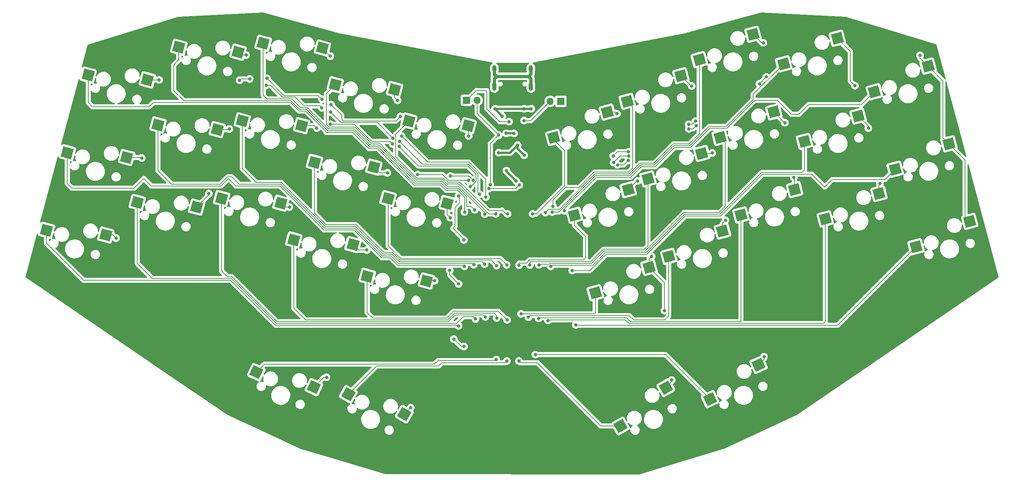
<source format=gbr>
%TF.GenerationSoftware,KiCad,Pcbnew,7.0.1*%
%TF.CreationDate,2024-01-05T17:15:01-05:00*%
%TF.ProjectId,ch55p34,63683535-7033-4342-9e6b-696361645f70,rev?*%
%TF.SameCoordinates,Original*%
%TF.FileFunction,Copper,L2,Bot*%
%TF.FilePolarity,Positive*%
%FSLAX46Y46*%
G04 Gerber Fmt 4.6, Leading zero omitted, Abs format (unit mm)*
G04 Created by KiCad (PCBNEW 7.0.1) date 2024-01-05 17:15:01*
%MOMM*%
%LPD*%
G01*
G04 APERTURE LIST*
G04 Aperture macros list*
%AMRotRect*
0 Rectangle, with rotation*
0 The origin of the aperture is its center*
0 $1 length*
0 $2 width*
0 $3 Rotation angle, in degrees counterclockwise*
0 Add horizontal line*
21,1,$1,$2,0,0,$3*%
G04 Aperture macros list end*
%TA.AperFunction,SMDPad,CuDef*%
%ADD10RotRect,2.550000X2.500000X25.000000*%
%TD*%
%TA.AperFunction,SMDPad,CuDef*%
%ADD11RotRect,2.550000X2.500000X30.000000*%
%TD*%
%TA.AperFunction,SMDPad,CuDef*%
%ADD12RotRect,2.550000X2.500000X330.000000*%
%TD*%
%TA.AperFunction,SMDPad,CuDef*%
%ADD13RotRect,2.550000X2.500000X335.000000*%
%TD*%
%TA.AperFunction,SMDPad,CuDef*%
%ADD14RotRect,2.550000X2.500000X15.000000*%
%TD*%
%TA.AperFunction,SMDPad,CuDef*%
%ADD15RotRect,2.550000X2.500000X345.000000*%
%TD*%
%TA.AperFunction,ComponentPad*%
%ADD16O,1.700000X1.700000*%
%TD*%
%TA.AperFunction,ComponentPad*%
%ADD17R,1.700000X1.700000*%
%TD*%
%TA.AperFunction,ComponentPad*%
%ADD18O,1.000000X1.600000*%
%TD*%
%TA.AperFunction,ComponentPad*%
%ADD19O,1.000000X2.100000*%
%TD*%
%TA.AperFunction,ViaPad*%
%ADD20C,0.800000*%
%TD*%
%TA.AperFunction,Conductor*%
%ADD21C,0.200000*%
%TD*%
%TA.AperFunction,Conductor*%
%ADD22C,0.800000*%
%TD*%
%TA.AperFunction,Conductor*%
%ADD23C,0.500000*%
%TD*%
G04 APERTURE END LIST*
D10*
%TO.P,SW34,1,1*%
%TO.N,/COL6*%
X214194952Y-106673460D03*
%TO.P,SW34,2,2*%
%TO.N,Net-(D34-A)*%
X202716040Y-114828744D03*
%TD*%
D11*
%TO.P,SW33,1,1*%
%TO.N,/COL5*%
X192249812Y-112098323D03*
%TO.P,SW33,2,2*%
%TO.N,Net-(D33-A)*%
X181525360Y-121223027D03*
%TD*%
D12*
%TO.P,SW32,1,1*%
%TO.N,/COL4*%
X130302788Y-118388323D03*
%TO.P,SW32,2,2*%
%TO.N,Net-(D32-A)*%
X117038336Y-113663027D03*
%TD*%
D13*
%TO.P,SW31,1,1*%
%TO.N,/COL3*%
X108864400Y-111989998D03*
%TO.P,SW31,2,2*%
%TO.N,Net-(D31-A)*%
X95238587Y-108438757D03*
%TD*%
D14*
%TO.P,SW30,1,1*%
%TO.N,/COL9*%
X264227914Y-72674563D03*
%TO.P,SW30,2,2*%
%TO.N,Net-(D30-A)*%
X251507241Y-78712658D03*
%TD*%
%TO.P,SW29,1,1*%
%TO.N,/COL8*%
X242737245Y-66073843D03*
%TO.P,SW29,2,2*%
%TO.N,Net-(D29-A)*%
X230016572Y-72111938D03*
%TD*%
%TO.P,SW28,1,1*%
%TO.N,/COL7*%
X222758597Y-65116062D03*
%TO.P,SW28,2,2*%
%TO.N,Net-(D28-A)*%
X210037924Y-71154157D03*
%TD*%
%TO.P,SW27,1,1*%
%TO.N,/COL6*%
X205672511Y-74953468D03*
%TO.P,SW27,2,2*%
%TO.N,Net-(D27-A)*%
X192951838Y-80991563D03*
%TD*%
%TO.P,SW26,1,1*%
%TO.N,/COL5*%
X188257725Y-83564148D03*
%TO.P,SW26,2,2*%
%TO.N,Net-(D26-A)*%
X175537052Y-89602243D03*
%TD*%
D15*
%TO.P,SW25,1,1*%
%TO.N,/COL4*%
X135551622Y-86820092D03*
%TO.P,SW25,2,2*%
%TO.N,Net-(D25-A)*%
X121516149Y-85688899D03*
%TD*%
%TO.P,SW24,1,1*%
%TO.N,/COL3*%
X118136836Y-78209412D03*
%TO.P,SW24,2,2*%
%TO.N,Net-(D24-A)*%
X104101363Y-77078219D03*
%TD*%
%TO.P,SW23,1,1*%
%TO.N,/COL2*%
X101050750Y-68372006D03*
%TO.P,SW23,2,2*%
%TO.N,Net-(D23-A)*%
X87015277Y-67240813D03*
%TD*%
%TO.P,SW22,1,1*%
%TO.N,/COL1*%
X81072102Y-69329787D03*
%TO.P,SW22,2,2*%
%TO.N,Net-(D22-A)*%
X67036629Y-68198594D03*
%TD*%
%TO.P,SW21,1,1*%
%TO.N,/COL0*%
X59581433Y-75930507D03*
%TO.P,SW21,2,2*%
%TO.N,Net-(D21-A)*%
X45545960Y-74799314D03*
%TD*%
D14*
%TO.P,SW20,1,1*%
%TO.N,/COL9*%
X259297411Y-54273676D03*
%TO.P,SW20,2,2*%
%TO.N,Net-(D20-A)*%
X246576738Y-60311771D03*
%TD*%
%TO.P,SW19,1,1*%
%TO.N,/COL8*%
X237806742Y-47672956D03*
%TO.P,SW19,2,2*%
%TO.N,Net-(D19-A)*%
X225086069Y-53711051D03*
%TD*%
%TO.P,SW18,1,1*%
%TO.N,/COL7*%
X217828095Y-46715175D03*
%TO.P,SW18,2,2*%
%TO.N,Net-(D18-A)*%
X205107422Y-52753270D03*
%TD*%
%TO.P,SW17,1,1*%
%TO.N,/COL6*%
X200742008Y-56552581D03*
%TO.P,SW17,2,2*%
%TO.N,Net-(D17-A)*%
X188021335Y-62590676D03*
%TD*%
%TO.P,SW16,1,1*%
%TO.N,/COL5*%
X183327222Y-65163261D03*
%TO.P,SW16,2,2*%
%TO.N,Net-(D16-A)*%
X170606549Y-71201356D03*
%TD*%
D15*
%TO.P,SW15,1,1*%
%TO.N,/COL4*%
X140482125Y-68419205D03*
%TO.P,SW15,2,2*%
%TO.N,Net-(D15-A)*%
X126446652Y-67288012D03*
%TD*%
%TO.P,SW14,1,1*%
%TO.N,/COL3*%
X123067339Y-59808525D03*
%TO.P,SW14,2,2*%
%TO.N,Net-(D14-A)*%
X109031866Y-58677332D03*
%TD*%
%TO.P,SW13,1,1*%
%TO.N,/COL2*%
X105981252Y-49971119D03*
%TO.P,SW13,2,2*%
%TO.N,Net-(D13-A)*%
X91945779Y-48839926D03*
%TD*%
%TO.P,SW12,1,1*%
%TO.N,/COL1*%
X86002604Y-50928900D03*
%TO.P,SW12,2,2*%
%TO.N,Net-(D12-A)*%
X71967131Y-49797707D03*
%TD*%
%TO.P,SW11,1,1*%
%TO.N,/COL0*%
X64511936Y-57529620D03*
%TO.P,SW11,2,2*%
%TO.N,Net-(D11-A)*%
X50476463Y-56398427D03*
%TD*%
D14*
%TO.P,SW10,1,1*%
%TO.N,/COL9*%
X254366908Y-35872789D03*
%TO.P,SW10,2,2*%
%TO.N,Net-(D10-A)*%
X241646235Y-41910884D03*
%TD*%
%TO.P,SW9,1,1*%
%TO.N,/COL8*%
X232876240Y-29272069D03*
%TO.P,SW9,2,2*%
%TO.N,Net-(D9-A)*%
X220155567Y-35310164D03*
%TD*%
%TO.P,SW8,1,1*%
%TO.N,/COL7*%
X212897592Y-28314288D03*
%TO.P,SW8,2,2*%
%TO.N,Net-(D8-A)*%
X200176919Y-34352383D03*
%TD*%
%TO.P,SW7,1,1*%
%TO.N,/COL6*%
X195811506Y-38151694D03*
%TO.P,SW7,2,2*%
%TO.N,Net-(D7-A)*%
X183090833Y-44189789D03*
%TD*%
%TO.P,SW6,1,1*%
%TO.N,/COL5*%
X178396719Y-46762374D03*
%TO.P,SW6,2,2*%
%TO.N,Net-(D6-A)*%
X165676046Y-52800469D03*
%TD*%
D15*
%TO.P,SW5,1,1*%
%TO.N,/COL4*%
X145412628Y-50018318D03*
%TO.P,SW5,2,2*%
%TO.N,Net-(D5-A)*%
X131377155Y-48887125D03*
%TD*%
%TO.P,SW4,1,1*%
%TO.N,/COL3*%
X127997841Y-41407638D03*
%TO.P,SW4,2,2*%
%TO.N,Net-(D4-A)*%
X113962368Y-40276445D03*
%TD*%
%TO.P,SW3,1,1*%
%TO.N,/COL2*%
X110911755Y-31570232D03*
%TO.P,SW3,2,2*%
%TO.N,Net-(D3-A)*%
X96876282Y-30439039D03*
%TD*%
%TO.P,SW2,1,1*%
%TO.N,/COL1*%
X90933107Y-32528013D03*
%TO.P,SW2,2,2*%
%TO.N,Net-(D2-A)*%
X76897634Y-31396820D03*
%TD*%
%TO.P,SW1,1,1*%
%TO.N,/COL0*%
X69442439Y-39128733D03*
%TO.P,SW1,2,2*%
%TO.N,Net-(D1-A)*%
X55406966Y-37997540D03*
%TD*%
D16*
%TO.P,J3,2,Pin_2*%
%TO.N,/RESET*%
X147569000Y-43942000D03*
D17*
%TO.P,J3,1,Pin_1*%
%TO.N,Net-(J3-Pin_1)*%
X145029000Y-43942000D03*
%TD*%
%TO.P,J2,1,Pin_1*%
%TO.N,/DATA+*%
X167391000Y-44196000D03*
D16*
%TO.P,J2,2,Pin_2*%
%TO.N,Net-(J2-Pin_2)*%
X164851000Y-44196000D03*
%TD*%
D18*
%TO.P,J1,S1,SHIELD*%
%TO.N,unconnected-(J1-SHIELD-PadS1)*%
X151634000Y-36460000D03*
D19*
X151634000Y-40640000D03*
X160274000Y-40640000D03*
D18*
X160274000Y-36460000D03*
%TD*%
D20*
%TO.N,Net-(D34-A)*%
X161350000Y-104270000D03*
%TO.N,Net-(D33-A)*%
X157440000Y-105790000D03*
%TO.N,Net-(D32-A)*%
X154590000Y-105790000D03*
%TO.N,Net-(D31-A)*%
X152070000Y-105472500D03*
%TO.N,Net-(D30-A)*%
X170920000Y-97250000D03*
%TO.N,Net-(D29-A)*%
X164330000Y-96203500D03*
%TO.N,Net-(D28-A)*%
X162120000Y-95695500D03*
%TO.N,Net-(D27-A)*%
X159700000Y-95400000D03*
%TO.N,Net-(D26-A)*%
X157940000Y-94610000D03*
%TO.N,Net-(D25-A)*%
X154660000Y-96050000D03*
%TO.N,Net-(D24-A)*%
X152170000Y-95590000D03*
%TO.N,Net-(D23-A)*%
X149500000Y-95370000D03*
%TO.N,Net-(D22-A)*%
X147160000Y-95830000D03*
%TO.N,Net-(D21-A)*%
X143150000Y-97450000D03*
%TO.N,/ROW2*%
X144460000Y-102350000D03*
%TO.N,/ROW0*%
X144420000Y-77080000D03*
%TO.N,/ROW1*%
X143160000Y-87520000D03*
%TO.N,Net-(D20-A)*%
X170080000Y-84320000D03*
%TO.N,Net-(D19-A)*%
X164970031Y-83357500D03*
%TO.N,Net-(D18-A)*%
X162180000Y-82980000D03*
%TO.N,Net-(D17-A)*%
X160030000Y-83030000D03*
%TO.N,Net-(D16-A)*%
X157480000Y-83070000D03*
%TO.N,Net-(D15-A)*%
X154550000Y-83000000D03*
%TO.N,Net-(D14-A)*%
X152150000Y-83170000D03*
%TO.N,Net-(D13-A)*%
X149310000Y-82850000D03*
%TO.N,Net-(D12-A)*%
X146750000Y-82957500D03*
%TO.N,Net-(D11-A)*%
X144520000Y-83357500D03*
%TO.N,Net-(D1-A)*%
X144560000Y-70450000D03*
%TO.N,Net-(D2-A)*%
X146970000Y-69950000D03*
%TO.N,Net-(D3-A)*%
X149352064Y-70977936D03*
%TO.N,Net-(D4-A)*%
X151940000Y-70920000D03*
%TO.N,Net-(D5-A)*%
X154740000Y-70910000D03*
%TO.N,Net-(D6-A)*%
X160690000Y-70900000D03*
%TO.N,Net-(D7-A)*%
X165500000Y-69092815D03*
%TO.N,Net-(D8-A)*%
X163710000Y-70590000D03*
%TO.N,Net-(D9-A)*%
X165320000Y-70491815D03*
%TO.N,Net-(D10-A)*%
X168250779Y-70170779D03*
%TO.N,/COL6*%
X215500000Y-104780000D03*
%TO.N,/COL5*%
X193630000Y-110300000D03*
X191920000Y-93840000D03*
%TO.N,/COL3*%
X111870000Y-109650000D03*
%TO.N,/COL4*%
X131830000Y-116870000D03*
%TO.N,/GND*%
X154500000Y-60630000D03*
X156809407Y-63094234D03*
%TO.N,/3V3*%
X158704688Y-56985312D03*
%TO.N,/COL9*%
X252460000Y-33290000D03*
%TO.N,/COL8*%
X216049500Y-38426988D03*
X214433244Y-40043244D03*
X199280000Y-48920000D03*
X183395339Y-56196792D03*
X179800000Y-57150000D03*
X197640000Y-49670000D03*
%TO.N,/COL7*%
X199477419Y-49980000D03*
X197690500Y-50740000D03*
X183445261Y-57195047D03*
X179870000Y-58740000D03*
%TO.N,/COL6*%
X183350000Y-58190000D03*
X180805756Y-59275000D03*
%TO.N,/RESET*%
X150662946Y-63917875D03*
%TO.N,/COL3*%
X157546465Y-64043535D03*
X150319500Y-64869500D03*
%TO.N,/COL0*%
X93670000Y-38890000D03*
X97760000Y-38740000D03*
X91270000Y-39200000D03*
X110780000Y-43730000D03*
X112960000Y-44980000D03*
X129379500Y-47770000D03*
X129660000Y-52440000D03*
X149620000Y-66918500D03*
%TO.N,/COL1*%
X97575782Y-40440000D03*
X112800000Y-46730000D03*
X127570500Y-52920000D03*
X129160000Y-53690000D03*
X110750000Y-45750000D03*
X148130000Y-66268500D03*
%TO.N,/COL2*%
X112790401Y-49652099D03*
X127520000Y-54330000D03*
X129130000Y-54910000D03*
X145940378Y-64379622D03*
%TO.N,/COL3*%
X133415244Y-61583256D03*
X145479500Y-62929500D03*
%TO.N,/COL4*%
X146600000Y-62929500D03*
X141210000Y-61910000D03*
%TO.N,/COL8*%
X240230000Y-50600000D03*
X242940000Y-63690000D03*
X237060000Y-40510000D03*
%TO.N,/COL7*%
X220440000Y-49280000D03*
X222580000Y-62230000D03*
X215350000Y-30330000D03*
%TO.N,/COL6*%
X203240000Y-56460000D03*
X206370000Y-72420000D03*
X198390000Y-40590000D03*
%TO.N,/COL5*%
X185600000Y-63080000D03*
X188890000Y-80980000D03*
X180670000Y-47140000D03*
%TO.N,/COL4*%
X141210000Y-71800000D03*
X137480000Y-86740000D03*
X145530000Y-52410000D03*
%TO.N,/COL3*%
X126280000Y-61160000D03*
X121390000Y-79490000D03*
X128680000Y-43970000D03*
%TO.N,/COL2*%
X109580000Y-50550000D03*
X103070000Y-69290000D03*
X112790000Y-33510000D03*
%TO.N,/COL1*%
X88850000Y-50780000D03*
X84000000Y-66080000D03*
X92820000Y-33250000D03*
%TO.N,/COL0*%
X68110000Y-57650000D03*
X62020000Y-76650000D03*
X72210000Y-39130000D03*
%TO.N,/ROW2*%
X142030000Y-100590000D03*
%TO.N,/ROW1*%
X141050000Y-84290000D03*
%TO.N,/ROW0*%
X143140378Y-66659622D03*
%TO.N,Net-(J2-Pin_2)*%
X158662500Y-48768000D03*
%TO.N,Net-(J3-Pin_1)*%
X155110500Y-49022000D03*
%TO.N,/RESET*%
X152654000Y-52225519D03*
%TO.N,/GND*%
X153503500Y-47752000D03*
X158662500Y-45974000D03*
X151804500Y-45974000D03*
X160361500Y-45974000D03*
%TO.N,/3V3*%
X157153000Y-54610000D03*
X152654000Y-56388000D03*
%TO.N,/5v*%
X156303500Y-51816000D03*
X154432668Y-51799167D03*
%TD*%
D21*
%TO.N,Net-(D34-A)*%
X161352000Y-104268000D02*
X161350000Y-104270000D01*
X192155296Y-104268000D02*
X161352000Y-104268000D01*
%TO.N,Net-(D33-A)*%
X157822000Y-106172000D02*
X157440000Y-105790000D01*
X159130000Y-106172000D02*
X157822000Y-106172000D01*
%TO.N,Net-(D32-A)*%
X154208000Y-106172000D02*
X154590000Y-105790000D01*
X152782000Y-106172000D02*
X154208000Y-106172000D01*
%TO.N,Net-(D31-A)*%
X151878500Y-105664000D02*
X152070000Y-105472500D01*
X150750000Y-105664000D02*
X151878500Y-105664000D01*
%TO.N,Net-(D30-A)*%
X170954000Y-97284000D02*
X170920000Y-97250000D01*
X232935899Y-97284000D02*
X170954000Y-97284000D01*
%TO.N,Net-(D29-A)*%
X164521500Y-96012000D02*
X164330000Y-96203500D01*
X164846000Y-96012000D02*
X164521500Y-96012000D01*
%TO.N,Net-(D28-A)*%
X162311500Y-95504000D02*
X162120000Y-95695500D01*
X162570000Y-95504000D02*
X162311500Y-95504000D01*
X182916000Y-95504000D02*
X162570000Y-95504000D01*
%TO.N,Net-(D27-A)*%
X160104000Y-94996000D02*
X159700000Y-95400000D01*
X160782000Y-94996000D02*
X160104000Y-94996000D01*
%TO.N,Net-(D26-A)*%
X159900000Y-94610000D02*
X157940000Y-94610000D01*
X159914000Y-94596000D02*
X159900000Y-94610000D01*
%TO.N,Net-(D25-A)*%
X152590000Y-93980000D02*
X154660000Y-96050000D01*
X151695686Y-93980000D02*
X152590000Y-93980000D01*
%TO.N,Net-(D24-A)*%
X152146000Y-95566000D02*
X152170000Y-95590000D01*
X152146000Y-94996000D02*
X152146000Y-95566000D01*
%TO.N,Net-(D23-A)*%
X148980000Y-94850000D02*
X149500000Y-95370000D01*
X148952000Y-94850000D02*
X148980000Y-94850000D01*
%TO.N,Net-(D22-A)*%
X146812000Y-95482000D02*
X147160000Y-95830000D01*
X146812000Y-95250000D02*
X146812000Y-95482000D01*
%TO.N,Net-(D21-A)*%
X45545960Y-77854870D02*
X45545960Y-74799314D01*
X89154000Y-86614000D02*
X54305090Y-86614000D01*
X142984000Y-97284000D02*
X99824000Y-97284000D01*
X143150000Y-97450000D02*
X142984000Y-97284000D01*
X54305090Y-86614000D02*
X45545960Y-77854870D01*
X99824000Y-97284000D02*
X89154000Y-86614000D01*
%TO.N,/ROW2*%
X143790000Y-102350000D02*
X144460000Y-102350000D01*
X142030000Y-100590000D02*
X143790000Y-102350000D01*
%TO.N,/ROW0*%
X144420000Y-76910000D02*
X144420000Y-77080000D01*
X142946000Y-75436000D02*
X144420000Y-76910000D01*
%TO.N,/ROW1*%
X141050000Y-85410000D02*
X143160000Y-87520000D01*
X141050000Y-84290000D02*
X141050000Y-85410000D01*
%TO.N,Net-(D20-A)*%
X170088000Y-84328000D02*
X170080000Y-84320000D01*
X174244000Y-84328000D02*
X170088000Y-84328000D01*
%TO.N,Net-(D19-A)*%
X164846000Y-83233469D02*
X164970031Y-83357500D01*
X164846000Y-83058000D02*
X164846000Y-83233469D01*
%TO.N,Net-(D18-A)*%
X162356000Y-82804000D02*
X162180000Y-82980000D01*
X162560000Y-82804000D02*
X162356000Y-82804000D01*
%TO.N,Net-(D17-A)*%
X160058000Y-83002000D02*
X160030000Y-83030000D01*
X160058000Y-82258000D02*
X160058000Y-83002000D01*
%TO.N,Net-(D16-A)*%
X157480000Y-82550000D02*
X157480000Y-83070000D01*
%TO.N,Net-(D15-A)*%
X153008000Y-81458000D02*
X154550000Y-83000000D01*
X151816000Y-81458000D02*
X153008000Y-81458000D01*
%TO.N,Net-(D14-A)*%
X150838000Y-81858000D02*
X152150000Y-83170000D01*
X149676000Y-81858000D02*
X150838000Y-81858000D01*
%TO.N,Net-(D13-A)*%
X148718000Y-82258000D02*
X149310000Y-82850000D01*
X147536000Y-82258000D02*
X148718000Y-82258000D01*
%TO.N,Net-(D12-A)*%
X146450500Y-82658000D02*
X146750000Y-82957500D01*
X145396000Y-82658000D02*
X146450500Y-82658000D01*
%TO.N,Net-(D11-A)*%
X144220500Y-83058000D02*
X144520000Y-83357500D01*
X143256000Y-83058000D02*
X144220500Y-83058000D01*
%TO.N,Net-(D14-A)*%
X129275058Y-81858000D02*
X149676000Y-81858000D01*
X127497058Y-80080000D02*
X129275058Y-81858000D01*
X125465058Y-80080000D02*
X127497058Y-80080000D01*
X111749058Y-73476000D02*
X118861058Y-73476000D01*
X109031866Y-58677332D02*
X109031866Y-70758808D01*
X109031866Y-70758808D02*
X111749058Y-73476000D01*
X118861058Y-73476000D02*
X125465058Y-80080000D01*
%TO.N,Net-(D1-A)*%
X143968157Y-66301843D02*
X144560000Y-66893686D01*
X142944314Y-65278000D02*
X143968157Y-66301843D01*
X144560000Y-66893686D02*
X144560000Y-69850000D01*
X144560000Y-69850000D02*
X144560000Y-70450000D01*
X142748000Y-65278000D02*
X142944314Y-65278000D01*
%TO.N,Net-(D2-A)*%
X146108000Y-69088000D02*
X146970000Y-69950000D01*
X145034000Y-69088000D02*
X146108000Y-69088000D01*
%TO.N,Net-(D3-A)*%
X149348843Y-70974715D02*
X149352064Y-70977936D01*
X149348843Y-70551157D02*
X149348843Y-70974715D01*
X149348843Y-70551157D02*
X149352000Y-70554314D01*
X143275686Y-64478000D02*
X149348843Y-70551157D01*
%TO.N,Net-(D5-A)*%
X128270000Y-51994280D02*
X131377155Y-48887125D01*
X128270000Y-57427256D02*
X128270000Y-51994280D01*
X133250744Y-62408000D02*
X128270000Y-57427256D01*
X139624000Y-62408000D02*
X133250744Y-62408000D01*
X140570000Y-63354000D02*
X139624000Y-62408000D01*
X143283058Y-63354001D02*
X140570000Y-63354000D01*
X143517372Y-63588315D02*
X143283058Y-63354001D01*
X143656001Y-63588315D02*
X143517372Y-63588315D01*
X150320000Y-70170000D02*
X145214471Y-65064471D01*
X144993529Y-65064471D02*
X144993529Y-64925843D01*
X153300000Y-70170000D02*
X150320000Y-70170000D01*
X154400000Y-70910000D02*
X153480000Y-69990000D01*
X154740000Y-70910000D02*
X154400000Y-70910000D01*
X145214471Y-65064471D02*
X144993529Y-65064471D01*
X144993529Y-64925843D02*
X143656001Y-63588315D01*
X153480000Y-69990000D02*
X153300000Y-70170000D01*
%TO.N,Net-(D4-A)*%
X151886000Y-70866000D02*
X151940000Y-70920000D01*
X150229372Y-70866000D02*
X151886000Y-70866000D01*
%TO.N,Net-(D6-A)*%
X160690000Y-70900000D02*
X161493852Y-70900000D01*
X161493852Y-70900000D02*
X161563852Y-70970000D01*
%TO.N,Net-(D7-A)*%
X165500000Y-67599538D02*
X168494066Y-64605472D01*
X165500000Y-69092815D02*
X165500000Y-67599538D01*
%TO.N,Net-(D8-A)*%
X164507685Y-69792315D02*
X163710000Y-70590000D01*
X164649685Y-69792315D02*
X164507685Y-69792315D01*
%TO.N,Net-(D9-A)*%
X166940499Y-70491815D02*
X165320000Y-70491815D01*
X175602314Y-61830000D02*
X166940499Y-70491815D01*
%TO.N,Net-(D10-A)*%
X168250779Y-69747221D02*
X168250779Y-70170779D01*
X175768000Y-62230000D02*
X168250779Y-69747221D01*
D22*
%TO.N,unconnected-(J1-SHIELD-PadS1)*%
X160274000Y-37736000D02*
X160274000Y-36460000D01*
X159740000Y-38270000D02*
X160274000Y-37736000D01*
X151634000Y-37764000D02*
X151634000Y-36460000D01*
X152140000Y-38270000D02*
X151634000Y-37764000D01*
X159740000Y-38270000D02*
X152140000Y-38270000D01*
X152140000Y-38270000D02*
X151634000Y-38776000D01*
X160274000Y-38804000D02*
X159740000Y-38270000D01*
X151634000Y-38776000D02*
X151634000Y-40640000D01*
X160274000Y-40640000D02*
X160274000Y-38804000D01*
D21*
%TO.N,/COL6*%
X215500000Y-105368412D02*
X214194952Y-106673460D01*
X215500000Y-104780000D02*
X215500000Y-105368412D01*
%TO.N,/COL5*%
X193630000Y-110718135D02*
X192249812Y-112098323D01*
X193630000Y-110300000D02*
X193630000Y-110718135D01*
X191920000Y-87226423D02*
X191920000Y-93840000D01*
X188257725Y-83564148D02*
X191920000Y-87226423D01*
%TO.N,/COL3*%
X111204398Y-109650000D02*
X111870000Y-109650000D01*
X108864400Y-111989998D02*
X111204398Y-109650000D01*
%TO.N,/COL4*%
X131830000Y-116870000D02*
X131821111Y-116870000D01*
X131821111Y-116870000D02*
X130302788Y-118388323D01*
D23*
%TO.N,/GND*%
X154500000Y-60784827D02*
X156809407Y-63094234D01*
X154500000Y-60630000D02*
X154500000Y-60784827D01*
%TO.N,/3V3*%
X157153000Y-55433624D02*
X158704688Y-56985312D01*
X157153000Y-54610000D02*
X157153000Y-55433624D01*
D21*
%TO.N,/COL9*%
X252460000Y-33965881D02*
X254366908Y-35872789D01*
X252460000Y-33290000D02*
X252460000Y-33965881D01*
%TO.N,/COL8*%
X214433244Y-40043244D02*
X216049500Y-38426988D01*
X198530000Y-49670000D02*
X199280000Y-48920000D01*
X197640000Y-49670000D02*
X198530000Y-49670000D01*
X180753208Y-56196792D02*
X183395339Y-56196792D01*
X179800000Y-57150000D02*
X180753208Y-56196792D01*
%TO.N,/COL7*%
X198717419Y-50740000D02*
X199477419Y-49980000D01*
X197690500Y-50740000D02*
X198717419Y-50740000D01*
X181414953Y-57195047D02*
X183445261Y-57195047D01*
X179870000Y-58740000D02*
X181414953Y-57195047D01*
%TO.N,/COL6*%
X182265000Y-59275000D02*
X183350000Y-58190000D01*
X180805756Y-59275000D02*
X182265000Y-59275000D01*
%TO.N,/RESET*%
X150662946Y-54216573D02*
X152654000Y-52225519D01*
X150662946Y-63917875D02*
X150662946Y-54216573D01*
%TO.N,/COL3*%
X156720500Y-64869500D02*
X157546465Y-64043535D01*
X150319500Y-64869500D02*
X156720500Y-64869500D01*
%TO.N,/COL0*%
X93670000Y-38890000D02*
X91580000Y-38890000D01*
X101870000Y-42850000D02*
X97760000Y-38740000D01*
X104332314Y-42850000D02*
X101870000Y-42850000D01*
X109900000Y-42850000D02*
X104332314Y-42850000D01*
X110780000Y-43730000D02*
X109900000Y-42850000D01*
X91580000Y-38890000D02*
X91270000Y-39200000D01*
X115460000Y-47480000D02*
X112960000Y-44980000D01*
X115460000Y-48410000D02*
X115460000Y-47480000D01*
X115902099Y-48852099D02*
X115460000Y-48410000D01*
X120810000Y-48852099D02*
X115902099Y-48852099D01*
X128297401Y-48852099D02*
X120810000Y-48852099D01*
X129379500Y-47770000D02*
X128297401Y-48852099D01*
X145280000Y-58650000D02*
X135870000Y-58650000D01*
X145581371Y-58650000D02*
X145280000Y-58650000D01*
X149620000Y-62688629D02*
X145581371Y-58650000D01*
X149620000Y-66918500D02*
X149620000Y-62688629D01*
X135870000Y-58650000D02*
X129660000Y-52440000D01*
%TO.N,/COL1*%
X98640000Y-40440000D02*
X97575782Y-40440000D01*
X101450000Y-43250000D02*
X98640000Y-40440000D01*
X104498000Y-43250000D02*
X101450000Y-43250000D01*
X110750000Y-45750000D02*
X110282000Y-45282000D01*
X115322099Y-49252099D02*
X112800000Y-46730000D01*
X117650000Y-49252099D02*
X115322099Y-49252099D01*
X123902599Y-49252099D02*
X117650000Y-49252099D01*
X127570500Y-52920000D02*
X123902599Y-49252099D01*
X134640000Y-59170000D02*
X129160000Y-53690000D01*
X145204314Y-59170000D02*
X134640000Y-59170000D01*
X147700000Y-65838500D02*
X147700000Y-61830000D01*
X147700000Y-61334314D02*
X145535685Y-59170000D01*
X148130000Y-66268500D02*
X147700000Y-65838500D01*
X145535685Y-59170000D02*
X145204314Y-59170000D01*
X147700000Y-61830000D02*
X147700000Y-61334314D01*
X110282000Y-45282000D02*
X106530000Y-45282000D01*
X106530000Y-45282000D02*
X104498000Y-43250000D01*
%TO.N,/COL2*%
X121415372Y-52604628D02*
X118462843Y-49652099D01*
X122553216Y-53742472D02*
X121415372Y-52604628D01*
X118462843Y-49652099D02*
X112790401Y-49652099D01*
X127520000Y-54330000D02*
X126932472Y-53742472D01*
X129130000Y-55010000D02*
X129130000Y-54910000D01*
X133690000Y-59570000D02*
X129130000Y-55010000D01*
X147300000Y-61500000D02*
X145370000Y-59570000D01*
X145370000Y-59570000D02*
X133690000Y-59570000D01*
X147300000Y-63219450D02*
X147300000Y-61500000D01*
X146139828Y-64379622D02*
X147300000Y-63219450D01*
X124585215Y-53742472D02*
X122553216Y-53742472D01*
X126932472Y-53742472D02*
X124585215Y-53742472D01*
X145940378Y-64379622D02*
X146139828Y-64379622D01*
%TO.N,/COL3*%
X139364942Y-61583256D02*
X133415244Y-61583256D01*
X140711186Y-62929500D02*
X139364942Y-61583256D01*
X145479500Y-62929500D02*
X140711186Y-62929500D01*
%TO.N,/COL4*%
X145580500Y-61910000D02*
X141210000Y-61910000D01*
X146600000Y-62929500D02*
X145580500Y-61910000D01*
%TO.N,/COL9*%
X263130000Y-71576649D02*
X264227914Y-72674563D01*
X263130000Y-58106265D02*
X263130000Y-71576649D01*
X259297411Y-54273676D02*
X263130000Y-58106265D01*
X257870000Y-52846265D02*
X259297411Y-54273676D01*
X257870000Y-39375881D02*
X257870000Y-52846265D01*
X254366908Y-35872789D02*
X257870000Y-39375881D01*
%TO.N,/COL8*%
X237806742Y-47672956D02*
X240230000Y-50096214D01*
X240230000Y-50096214D02*
X240230000Y-50600000D01*
X242737245Y-63892755D02*
X242737245Y-66073843D01*
X242940000Y-63690000D02*
X242737245Y-63892755D01*
X235940000Y-39390000D02*
X237060000Y-40510000D01*
X235940000Y-32335829D02*
X235940000Y-34090000D01*
X235940000Y-34090000D02*
X235940000Y-39390000D01*
X232876240Y-29272069D02*
X235940000Y-32335829D01*
%TO.N,/COL7*%
X220392920Y-49280000D02*
X220440000Y-49280000D01*
X217828095Y-46715175D02*
X220392920Y-49280000D01*
X222758597Y-62408597D02*
X222758597Y-65116062D01*
X222580000Y-62230000D02*
X222758597Y-62408597D01*
X214913304Y-30330000D02*
X215350000Y-30330000D01*
X212897592Y-28314288D02*
X214913304Y-30330000D01*
%TO.N,/COL6*%
X203147419Y-56552581D02*
X203240000Y-56460000D01*
X200742008Y-56552581D02*
X203147419Y-56552581D01*
X205672511Y-73117489D02*
X205672511Y-74953468D01*
X206370000Y-72420000D02*
X205672511Y-73117489D01*
X198249812Y-40590000D02*
X198390000Y-40590000D01*
X195811506Y-38151694D02*
X198249812Y-40590000D01*
%TO.N,/COL5*%
X185410483Y-63080000D02*
X185600000Y-63080000D01*
X183327222Y-65163261D02*
X185410483Y-63080000D01*
X188257725Y-81612275D02*
X188257725Y-83564148D01*
X188890000Y-80980000D02*
X188257725Y-81612275D01*
X180292374Y-46762374D02*
X180670000Y-47140000D01*
X178396719Y-46762374D02*
X180292374Y-46762374D01*
%TO.N,/COL4*%
X140482125Y-71072125D02*
X141210000Y-71800000D01*
X140482125Y-68419205D02*
X140482125Y-71072125D01*
X135631714Y-86740000D02*
X135551622Y-86820092D01*
X137480000Y-86740000D02*
X135631714Y-86740000D01*
X145412628Y-52292628D02*
X145530000Y-52410000D01*
X145412628Y-50018318D02*
X145412628Y-52292628D01*
%TO.N,/COL3*%
X124418814Y-61160000D02*
X126280000Y-61160000D01*
X123067339Y-59808525D02*
X124418814Y-61160000D01*
X119417424Y-79490000D02*
X118136836Y-78209412D01*
X121390000Y-79490000D02*
X119417424Y-79490000D01*
X127997841Y-43287841D02*
X128680000Y-43970000D01*
X127997841Y-41407638D02*
X127997841Y-43287841D01*
%TO.N,/COL2*%
X109001119Y-49971119D02*
X109580000Y-50550000D01*
X105981252Y-49971119D02*
X109001119Y-49971119D01*
X103070000Y-69290000D02*
X101968744Y-69290000D01*
X101968744Y-69290000D02*
X101050750Y-68372006D01*
X112790000Y-33448477D02*
X112790000Y-33510000D01*
X110911755Y-31570232D02*
X112790000Y-33448477D01*
%TO.N,/COL1*%
X88701100Y-50928900D02*
X88850000Y-50780000D01*
X86002604Y-50928900D02*
X88701100Y-50928900D01*
X84000000Y-66080000D02*
X84000000Y-66401889D01*
X84000000Y-66401889D02*
X81072102Y-69329787D01*
X91655094Y-33250000D02*
X92820000Y-33250000D01*
X90933107Y-32528013D02*
X91655094Y-33250000D01*
%TO.N,/COL0*%
X67989620Y-57529620D02*
X68110000Y-57650000D01*
X64511936Y-57529620D02*
X67989620Y-57529620D01*
X61300507Y-75930507D02*
X59581433Y-75930507D01*
X62020000Y-76650000D02*
X61300507Y-75930507D01*
X72208733Y-39128733D02*
X72210000Y-39130000D01*
X69442439Y-39128733D02*
X72208733Y-39128733D01*
%TO.N,/ROW0*%
X143340000Y-66859244D02*
X143140378Y-66659622D01*
X142337204Y-69382796D02*
X143340000Y-68380000D01*
X143340000Y-68380000D02*
X143340000Y-66859244D01*
X142337204Y-73792796D02*
X142337204Y-69382796D01*
X141820000Y-74310000D02*
X142337204Y-73792796D01*
X142946000Y-75436000D02*
X141820000Y-74310000D01*
%TO.N,Net-(D6-A)*%
X168328381Y-64205472D02*
X161563852Y-70970000D01*
X168328381Y-55909817D02*
X168328381Y-64205472D01*
X165676046Y-53257482D02*
X168328381Y-55909817D01*
X165676046Y-52800469D02*
X165676046Y-53257482D01*
%TO.N,Net-(D7-A)*%
X171695471Y-64605472D02*
X168494066Y-64605472D01*
X175270942Y-61030000D02*
X171695471Y-64605472D01*
X183398942Y-61030000D02*
X175270942Y-61030000D01*
X184384471Y-60044471D02*
X183398942Y-61030000D01*
X184384471Y-45483427D02*
X184384471Y-60044471D01*
X183090833Y-44189789D02*
X184384471Y-45483427D01*
%TO.N,Net-(D34-A)*%
X202716040Y-114828744D02*
X192155296Y-104268000D01*
%TO.N,Net-(D33-A)*%
X161798000Y-106172000D02*
X159130000Y-106172000D01*
X176849027Y-121223027D02*
X161798000Y-106172000D01*
X181525360Y-121223027D02*
X176849027Y-121223027D01*
%TO.N,Net-(D31-A)*%
X137414000Y-106534000D02*
X138284000Y-105664000D01*
X97143344Y-106534000D02*
X137414000Y-106534000D01*
X95238587Y-108438757D02*
X97143344Y-106534000D01*
X138284000Y-105664000D02*
X150750000Y-105664000D01*
%TO.N,Net-(D32-A)*%
X138430000Y-106934000D02*
X139192000Y-106172000D01*
X139192000Y-106172000D02*
X152782000Y-106172000D01*
X123767363Y-106934000D02*
X138430000Y-106934000D01*
X117038336Y-113663027D02*
X123767363Y-106934000D01*
%TO.N,Net-(D26-A)*%
X175260000Y-94596000D02*
X159914000Y-94596000D01*
X175537052Y-89602243D02*
X175537052Y-94318948D01*
X175537052Y-94318948D02*
X175260000Y-94596000D01*
%TO.N,Net-(D27-A)*%
X183570000Y-94996000D02*
X160782000Y-94996000D01*
X184658000Y-96084000D02*
X183570000Y-94996000D01*
X191952000Y-96084000D02*
X184658000Y-96084000D01*
X192951838Y-95084162D02*
X191952000Y-96084000D01*
X192951838Y-80991563D02*
X192951838Y-95084162D01*
%TO.N,Net-(D28-A)*%
X183896000Y-96484000D02*
X182916000Y-95504000D01*
X210058000Y-96484000D02*
X183896000Y-96484000D01*
X210037924Y-96463924D02*
X210058000Y-96484000D01*
X210037924Y-71154157D02*
X210037924Y-96463924D01*
%TO.N,Net-(D29-A)*%
X182626000Y-96012000D02*
X164846000Y-96012000D01*
X183498000Y-96884000D02*
X182626000Y-96012000D01*
X230016572Y-72111938D02*
X230016572Y-96483428D01*
X230016572Y-96483428D02*
X229616000Y-96884000D01*
X229616000Y-96884000D02*
X183498000Y-96884000D01*
%TO.N,Net-(D30-A)*%
X251507241Y-78712658D02*
X232935899Y-97284000D01*
%TO.N,Net-(D25-A)*%
X141986000Y-93980000D02*
X151695686Y-93980000D01*
X140354000Y-95612000D02*
X141986000Y-93980000D01*
X122790000Y-95612000D02*
X140354000Y-95612000D01*
X121516149Y-94338149D02*
X122790000Y-95612000D01*
X121516149Y-85688899D02*
X121516149Y-94338149D01*
%TO.N,Net-(D24-A)*%
X151600000Y-94450000D02*
X152146000Y-94996000D01*
X142184315Y-94450000D02*
X151600000Y-94450000D01*
X140622314Y-96012000D02*
X142184315Y-94450000D01*
X107006000Y-96012000D02*
X140622314Y-96012000D01*
X106934000Y-96084000D02*
X107006000Y-96012000D01*
X104101363Y-93251363D02*
X106934000Y-96084000D01*
X104101363Y-77078219D02*
X104101363Y-93251363D01*
%TO.N,Net-(D23-A)*%
X142350000Y-94850000D02*
X148952000Y-94850000D01*
X140716000Y-96484000D02*
X142350000Y-94850000D01*
X100155372Y-96484000D02*
X140716000Y-96484000D01*
X89485372Y-85814000D02*
X100155372Y-96484000D01*
X88392000Y-85814000D02*
X89485372Y-85814000D01*
X87015277Y-84437277D02*
X88392000Y-85814000D01*
X87015277Y-67240813D02*
X87015277Y-84437277D01*
%TO.N,Net-(D22-A)*%
X144272000Y-95250000D02*
X146812000Y-95250000D01*
X142638000Y-96884000D02*
X144272000Y-95250000D01*
X99989686Y-96884000D02*
X142638000Y-96884000D01*
X89319686Y-86214000D02*
X99989686Y-96884000D01*
X70612000Y-86214000D02*
X89319686Y-86214000D01*
X67036629Y-82638629D02*
X70612000Y-86214000D01*
X67036629Y-68198594D02*
X67036629Y-82638629D01*
%TO.N,Net-(D16-A)*%
X159200314Y-82550000D02*
X157480000Y-82550000D01*
X159892314Y-81858000D02*
X159200314Y-82550000D01*
X172720000Y-81858000D02*
X159892314Y-81858000D01*
X173228000Y-81350000D02*
X172720000Y-81858000D01*
X173228000Y-76200000D02*
X173228000Y-81350000D01*
X170606549Y-73578549D02*
X173228000Y-76200000D01*
X170606549Y-71201356D02*
X170606549Y-73578549D01*
%TO.N,Net-(D17-A)*%
X174478314Y-82258000D02*
X160058000Y-82258000D01*
X177418314Y-79318000D02*
X174478314Y-82258000D01*
X187208942Y-79318000D02*
X177418314Y-79318000D01*
X188021335Y-78505607D02*
X187208942Y-79318000D01*
X188021335Y-62590676D02*
X188021335Y-78505607D01*
%TO.N,Net-(D18-A)*%
X164534315Y-82804000D02*
X162560000Y-82804000D01*
X164680315Y-82658000D02*
X164534315Y-82804000D01*
X174644000Y-82658000D02*
X164680315Y-82658000D01*
X177584000Y-79718000D02*
X174644000Y-82658000D01*
X187374628Y-79718000D02*
X177584000Y-79718000D01*
X196518628Y-70574000D02*
X187374628Y-79718000D01*
X204900628Y-70574000D02*
X196518628Y-70574000D01*
X206317314Y-69157314D02*
X204900628Y-70574000D01*
X206317314Y-53963162D02*
X206317314Y-69157314D01*
X205107422Y-52753270D02*
X206317314Y-53963162D01*
%TO.N,Net-(D19-A)*%
X174948314Y-83058000D02*
X164846000Y-83058000D01*
X177888314Y-80118000D02*
X174948314Y-83058000D01*
X187540314Y-80118000D02*
X177888314Y-80118000D01*
X196684314Y-70974000D02*
X187540314Y-80118000D01*
X205066314Y-70974000D02*
X196684314Y-70974000D01*
X214972314Y-61068000D02*
X205066314Y-70974000D01*
X224536000Y-61068000D02*
X214972314Y-61068000D01*
X225086069Y-60517931D02*
X224536000Y-61068000D01*
X225086069Y-53711051D02*
X225086069Y-60517931D01*
%TO.N,Net-(D20-A)*%
X178054000Y-80518000D02*
X174244000Y-84328000D01*
X187706000Y-80518000D02*
X178054000Y-80518000D01*
X196850000Y-71374000D02*
X187706000Y-80518000D01*
X205232000Y-71374000D02*
X196850000Y-71374000D01*
X215138000Y-61468000D02*
X205232000Y-71374000D01*
X226822000Y-61468000D02*
X215138000Y-61468000D01*
X229870000Y-64516000D02*
X226822000Y-61468000D01*
X231648000Y-62738000D02*
X229870000Y-64516000D01*
X244150509Y-62738000D02*
X231648000Y-62738000D01*
X246576738Y-60311771D02*
X244150509Y-62738000D01*
%TO.N,Net-(D15-A)*%
X129440744Y-81458000D02*
X151816000Y-81458000D01*
X126446652Y-78463908D02*
X129440744Y-81458000D01*
X126446652Y-67288012D02*
X126446652Y-78463908D01*
%TO.N,Net-(D13-A)*%
X129109372Y-82258000D02*
X147536000Y-82258000D01*
X125299371Y-80480000D02*
X127331372Y-80480000D01*
X118695372Y-73876000D02*
X125299371Y-80480000D01*
X111583372Y-73876000D02*
X118695372Y-73876000D01*
X101169372Y-63462000D02*
X111583372Y-73876000D01*
X95250000Y-63462000D02*
X101169372Y-63462000D01*
X91945779Y-60157779D02*
X95250000Y-63462000D01*
X127331372Y-80480000D02*
X129109372Y-82258000D01*
X91945779Y-48839926D02*
X91945779Y-60157779D01*
%TO.N,Net-(D12-A)*%
X128943686Y-82658000D02*
X145396000Y-82658000D01*
X127165686Y-80880000D02*
X128943686Y-82658000D01*
X125133686Y-80880000D02*
X127165686Y-80880000D01*
X118529686Y-74276000D02*
X125133686Y-80880000D01*
X101003686Y-63862000D02*
X111417686Y-74276000D01*
X91186000Y-63862000D02*
X101003686Y-63862000D01*
X89408000Y-62084000D02*
X91186000Y-63862000D01*
X86702314Y-63862000D02*
X88480314Y-62084000D01*
X88480314Y-62084000D02*
X89408000Y-62084000D01*
X75184000Y-63862000D02*
X86702314Y-63862000D01*
X71967131Y-60645131D02*
X75184000Y-63862000D01*
X111417686Y-74276000D02*
X118529686Y-74276000D01*
X71967131Y-49797707D02*
X71967131Y-60645131D01*
%TO.N,Net-(D11-A)*%
X128778000Y-83058000D02*
X143256000Y-83058000D01*
X127000000Y-81280000D02*
X128778000Y-83058000D01*
X118364000Y-74676000D02*
X124968000Y-81280000D01*
X100838000Y-64262000D02*
X111252000Y-74676000D01*
X90424000Y-64262000D02*
X100838000Y-64262000D01*
X88646000Y-62484000D02*
X90424000Y-64262000D01*
X124968000Y-81280000D02*
X127000000Y-81280000D01*
X86868000Y-64262000D02*
X88646000Y-62484000D01*
X111252000Y-74676000D02*
X118364000Y-74676000D01*
X70358000Y-64262000D02*
X86868000Y-64262000D01*
X68580000Y-62484000D02*
X70358000Y-64262000D01*
X66294000Y-64770000D02*
X68580000Y-62484000D01*
X51562000Y-64770000D02*
X66294000Y-64770000D01*
X50476463Y-63684463D02*
X51562000Y-64770000D01*
X50476463Y-56398427D02*
X50476463Y-63684463D01*
%TO.N,Net-(D8-A)*%
X167074314Y-69792315D02*
X164649685Y-69792315D01*
X183564628Y-61430000D02*
X175436628Y-61430000D01*
X186104629Y-58890000D02*
X183564628Y-61430000D01*
X189406628Y-58890000D02*
X186104629Y-58890000D01*
X197788629Y-54318000D02*
X193978628Y-54318000D01*
X200176919Y-51929709D02*
X197788629Y-54318000D01*
X193978628Y-54318000D02*
X189406628Y-58890000D01*
X200176919Y-34352383D02*
X200176919Y-51929709D01*
X175436628Y-61430000D02*
X167074314Y-69792315D01*
%TO.N,Net-(D9-A)*%
X183730314Y-61830000D02*
X175602314Y-61830000D01*
X186270315Y-59290000D02*
X183730314Y-61830000D01*
X189572314Y-59290000D02*
X186270315Y-59290000D01*
X194144314Y-54718000D02*
X189572314Y-59290000D01*
X197954315Y-54718000D02*
X194144314Y-54718000D01*
X202526314Y-50146000D02*
X197954315Y-54718000D01*
X212950157Y-43786157D02*
X206590314Y-50146000D01*
X206590314Y-50146000D02*
X202526314Y-50146000D01*
X212950157Y-42515574D02*
X212950157Y-43786157D01*
X220155567Y-35310164D02*
X212950157Y-42515574D01*
%TO.N,Net-(D10-A)*%
X183896000Y-62230000D02*
X175768000Y-62230000D01*
X186436000Y-59690000D02*
X183896000Y-62230000D01*
X189738000Y-59690000D02*
X186436000Y-59690000D01*
X194310000Y-55118000D02*
X189738000Y-59690000D01*
X198120000Y-55118000D02*
X194310000Y-55118000D01*
X202692000Y-50546000D02*
X198120000Y-55118000D01*
X206756000Y-50546000D02*
X202692000Y-50546000D01*
X213360000Y-43942000D02*
X206756000Y-50546000D01*
X218694000Y-43942000D02*
X213360000Y-43942000D01*
X221996000Y-47244000D02*
X218694000Y-43942000D01*
X223774000Y-47244000D02*
X221996000Y-47244000D01*
X226060000Y-44958000D02*
X223774000Y-47244000D01*
X238599119Y-44958000D02*
X226060000Y-44958000D01*
X241646235Y-41910884D02*
X238599119Y-44958000D01*
%TO.N,Net-(D4-A)*%
X144272000Y-64908628D02*
X150229372Y-70866000D01*
X144272000Y-64770000D02*
X144272000Y-64908628D01*
X143814315Y-64312315D02*
X144272000Y-64770000D01*
X143675686Y-64312315D02*
X143814315Y-64312315D01*
X143117372Y-63754000D02*
X143675686Y-64312315D01*
X140370734Y-63754000D02*
X143117372Y-63754000D01*
X133085058Y-62808000D02*
X139424734Y-62808000D01*
X139424734Y-62808000D02*
X140370734Y-63754000D01*
X125222000Y-54944942D02*
X133085058Y-62808000D01*
X125222000Y-54864000D02*
X125222000Y-54944942D01*
X124764315Y-54406315D02*
X125222000Y-54864000D01*
X124419529Y-54142471D02*
X124683372Y-54406315D01*
X122387529Y-54142471D02*
X124419529Y-54142471D01*
X118607058Y-50362000D02*
X122387529Y-54142471D01*
X112511058Y-50362000D02*
X118607058Y-50362000D01*
X111846529Y-49697471D02*
X112511058Y-50362000D01*
X111846529Y-42392284D02*
X111846529Y-49697471D01*
X124683372Y-54406315D02*
X124764315Y-54406315D01*
X113962368Y-40276445D02*
X111846529Y-42392284D01*
%TO.N,Net-(D3-A)*%
X140529048Y-64478000D02*
X143275686Y-64478000D01*
X139259049Y-63208000D02*
X140529048Y-64478000D01*
X132919372Y-63208000D02*
X139259049Y-63208000D01*
X124283372Y-54572000D02*
X132919372Y-63208000D01*
X122251372Y-54572000D02*
X124283372Y-54572000D01*
X118441372Y-50762000D02*
X122251372Y-54572000D01*
X112345372Y-50762000D02*
X118441372Y-50762000D01*
X107265372Y-45682000D02*
X112345372Y-50762000D01*
X105680261Y-45682000D02*
X107265372Y-45682000D01*
X103648262Y-43650000D02*
X105680261Y-45682000D01*
X97790000Y-43650000D02*
X103648262Y-43650000D01*
X96876282Y-42736282D02*
X97790000Y-43650000D01*
X96876282Y-30439039D02*
X96876282Y-42736282D01*
%TO.N,Net-(D2-A)*%
X75692000Y-35560000D02*
X76897634Y-34354366D01*
X75692000Y-41656000D02*
X75692000Y-35560000D01*
X78086000Y-44050000D02*
X75692000Y-41656000D01*
X103482576Y-44050000D02*
X78086000Y-44050000D01*
X105514576Y-46082000D02*
X103482576Y-44050000D01*
X107099686Y-46082000D02*
X105514576Y-46082000D01*
X76897634Y-34354366D02*
X76897634Y-31396820D01*
X112179686Y-51162000D02*
X107099686Y-46082000D01*
X118275686Y-51162000D02*
X112179686Y-51162000D01*
X122085686Y-54972000D02*
X118275686Y-51162000D01*
X124117686Y-54972000D02*
X122085686Y-54972000D01*
X132753686Y-63608000D02*
X124117686Y-54972000D01*
X139093363Y-63608000D02*
X132753686Y-63608000D01*
X140363363Y-64878000D02*
X139093363Y-63608000D01*
X143110000Y-64878000D02*
X140363363Y-64878000D01*
X145034000Y-66802000D02*
X143110000Y-64878000D01*
X145034000Y-69088000D02*
X145034000Y-66802000D01*
%TO.N,Net-(D1-A)*%
X140197677Y-65278000D02*
X142748000Y-65278000D01*
X138927677Y-64008000D02*
X140197677Y-65278000D01*
X132588000Y-64008000D02*
X138927677Y-64008000D01*
X123952000Y-55372000D02*
X132588000Y-64008000D01*
X121920000Y-55372000D02*
X123952000Y-55372000D01*
X118110000Y-51562000D02*
X121920000Y-55372000D01*
X111760000Y-51562000D02*
X118110000Y-51562000D01*
X111760000Y-51308000D02*
X111760000Y-51562000D01*
X106934000Y-46482000D02*
X111760000Y-51308000D01*
X105348890Y-46482000D02*
X106934000Y-46482000D01*
X103316890Y-44450000D02*
X105348890Y-46482000D01*
X70866000Y-44450000D02*
X103316890Y-44450000D01*
X69850000Y-45466000D02*
X70866000Y-44450000D01*
X56388000Y-45466000D02*
X69850000Y-45466000D01*
X55406966Y-44484966D02*
X56388000Y-45466000D01*
X55406966Y-37997540D02*
X55406966Y-44484966D01*
%TO.N,Net-(J2-Pin_2)*%
X160279000Y-48768000D02*
X164851000Y-44196000D01*
X158662500Y-48768000D02*
X160279000Y-48768000D01*
%TO.N,Net-(J3-Pin_1)*%
X147315000Y-41656000D02*
X145029000Y-43942000D01*
X149860000Y-41656000D02*
X147315000Y-41656000D01*
X149860000Y-45974000D02*
X149860000Y-41656000D01*
X152908000Y-49022000D02*
X149860000Y-45974000D01*
X155110500Y-49022000D02*
X152908000Y-49022000D01*
%TO.N,/RESET*%
X147569000Y-47140519D02*
X147569000Y-43942000D01*
X152654000Y-52225519D02*
X147569000Y-47140519D01*
D23*
%TO.N,/GND*%
X153503500Y-47752000D02*
X153503500Y-47673000D01*
X153503500Y-47673000D02*
X151804500Y-45974000D01*
X160361500Y-45974000D02*
X151804500Y-45974000D01*
%TO.N,/3V3*%
X152654000Y-56388000D02*
X155375000Y-56388000D01*
X155375000Y-56388000D02*
X157153000Y-54610000D01*
%TO.N,/5v*%
X156286667Y-51799167D02*
X156303500Y-51816000D01*
X154432668Y-51799167D02*
X156286667Y-51799167D01*
%TD*%
%TA.AperFunction,NonConductor*%
G36*
X98709565Y-31144098D02*
G01*
X98744937Y-31194950D01*
X98751298Y-31256566D01*
X98748004Y-31278424D01*
X98748004Y-31278429D01*
X98748004Y-31540793D01*
X98787108Y-31800226D01*
X98864441Y-32050934D01*
X98975036Y-32280587D01*
X98986650Y-32347223D01*
X98961564Y-32410041D01*
X98907242Y-32450347D01*
X98839850Y-32456147D01*
X98719551Y-32432962D01*
X98719549Y-32432962D01*
X98561910Y-32432962D01*
X98483449Y-32440454D01*
X98404984Y-32447946D01*
X98316333Y-32473977D01*
X98255618Y-32476290D01*
X98201092Y-32449482D01*
X98165848Y-32399988D01*
X98158347Y-32339693D01*
X98180389Y-32283076D01*
X98233750Y-32208141D01*
X98255369Y-32152221D01*
X98508909Y-31205991D01*
X98539377Y-31152062D01*
X98592132Y-31119597D01*
X98654009Y-31116702D01*
X98709565Y-31144098D01*
G37*
%TD.AperFunction*%
%TA.AperFunction,NonConductor*%
G36*
X97632875Y-32454018D02*
G01*
X97677761Y-32466045D01*
X97701016Y-32472276D01*
X97760254Y-32481514D01*
X97760254Y-32481513D01*
X97760255Y-32481514D01*
X97807875Y-32476967D01*
X97870097Y-32487125D01*
X97919281Y-32526567D01*
X97942713Y-32585097D01*
X97934336Y-32647584D01*
X97896314Y-32697875D01*
X97850868Y-32733615D01*
X97713123Y-32892581D01*
X97708170Y-32901161D01*
X97708169Y-32901162D01*
X97662781Y-32946549D01*
X97600781Y-32963161D01*
X97538782Y-32946548D01*
X97493395Y-32901161D01*
X97476782Y-32839161D01*
X97476782Y-32573793D01*
X97489570Y-32518949D01*
X97525295Y-32475417D01*
X97576590Y-32452176D01*
X97632875Y-32454018D01*
G37*
%TD.AperFunction*%
%TA.AperFunction,NonConductor*%
G36*
X78730917Y-32101879D02*
G01*
X78766289Y-32152731D01*
X78772650Y-32214347D01*
X78769356Y-32236205D01*
X78769356Y-32236210D01*
X78769356Y-32498574D01*
X78808460Y-32758007D01*
X78885793Y-33008715D01*
X78996388Y-33238368D01*
X79008002Y-33305004D01*
X78982916Y-33367822D01*
X78928594Y-33408128D01*
X78861202Y-33413928D01*
X78740903Y-33390743D01*
X78740901Y-33390743D01*
X78583262Y-33390743D01*
X78504801Y-33398235D01*
X78426336Y-33405727D01*
X78337685Y-33431758D01*
X78276970Y-33434071D01*
X78222444Y-33407263D01*
X78187200Y-33357769D01*
X78179699Y-33297474D01*
X78201741Y-33240857D01*
X78255102Y-33165922D01*
X78276721Y-33110002D01*
X78530261Y-32163772D01*
X78560729Y-32109843D01*
X78613484Y-32077378D01*
X78675361Y-32074483D01*
X78730917Y-32101879D01*
G37*
%TD.AperFunction*%
%TA.AperFunction,NonConductor*%
G36*
X77654227Y-33411799D02*
G01*
X77699113Y-33423826D01*
X77722368Y-33430057D01*
X77781606Y-33439295D01*
X77781606Y-33439294D01*
X77781607Y-33439295D01*
X77829227Y-33434748D01*
X77891449Y-33444906D01*
X77940633Y-33484348D01*
X77964065Y-33542878D01*
X77955688Y-33605365D01*
X77917667Y-33655656D01*
X77893429Y-33674717D01*
X77872220Y-33691396D01*
X77734475Y-33850362D01*
X77729522Y-33858942D01*
X77729521Y-33858943D01*
X77684133Y-33904330D01*
X77622133Y-33920942D01*
X77560134Y-33904329D01*
X77514747Y-33858942D01*
X77498134Y-33796942D01*
X77498134Y-33531574D01*
X77510922Y-33476730D01*
X77546647Y-33433198D01*
X77597942Y-33409957D01*
X77654227Y-33411799D01*
G37*
%TD.AperFunction*%
%TA.AperFunction,NonConductor*%
G36*
X159790507Y-35066696D02*
G01*
X159835774Y-35111055D01*
X159853209Y-35171987D01*
X159838257Y-35233576D01*
X159794825Y-35279732D01*
X159658431Y-35364745D01*
X159617277Y-35403866D01*
X159510947Y-35504941D01*
X159498946Y-35522184D01*
X159394705Y-35671950D01*
X159314460Y-35858941D01*
X159309699Y-35882108D01*
X159273500Y-36058259D01*
X159273500Y-36810742D01*
X159278686Y-36861739D01*
X159288926Y-36962440D01*
X159349840Y-37156586D01*
X159357919Y-37171141D01*
X159373500Y-37231319D01*
X159373500Y-37245500D01*
X159356887Y-37307500D01*
X159311500Y-37352887D01*
X159249500Y-37369500D01*
X152658500Y-37369500D01*
X152596500Y-37352887D01*
X152551113Y-37307500D01*
X152534500Y-37245500D01*
X152534500Y-37224120D01*
X152544549Y-37175220D01*
X152578761Y-37095496D01*
X152593540Y-37061058D01*
X152634500Y-36861741D01*
X152634500Y-36109258D01*
X152619074Y-35957562D01*
X152558159Y-35763412D01*
X152459409Y-35585498D01*
X152326866Y-35431105D01*
X152165958Y-35306552D01*
X152165956Y-35306551D01*
X152165955Y-35306550D01*
X152123710Y-35285828D01*
X152074437Y-35242211D01*
X152054420Y-35179526D01*
X152069295Y-35115425D01*
X152114873Y-35067960D01*
X152178318Y-35050500D01*
X159729234Y-35050500D01*
X159790507Y-35066696D01*
G37*
%TD.AperFunction*%
%TA.AperFunction,NonConductor*%
G36*
X57240249Y-38702599D02*
G01*
X57275621Y-38753451D01*
X57281982Y-38815067D01*
X57278688Y-38836925D01*
X57278688Y-38836930D01*
X57278688Y-39099294D01*
X57317792Y-39358727D01*
X57395125Y-39609435D01*
X57505720Y-39839088D01*
X57517334Y-39905724D01*
X57492248Y-39968542D01*
X57437926Y-40008848D01*
X57370534Y-40014648D01*
X57250235Y-39991463D01*
X57250233Y-39991463D01*
X57092594Y-39991463D01*
X57014133Y-39998954D01*
X56935668Y-40006447D01*
X56847017Y-40032478D01*
X56786302Y-40034791D01*
X56731776Y-40007983D01*
X56696532Y-39958489D01*
X56689031Y-39898194D01*
X56711073Y-39841577D01*
X56764434Y-39766642D01*
X56786053Y-39710722D01*
X57039593Y-38764492D01*
X57070061Y-38710563D01*
X57122816Y-38678098D01*
X57184693Y-38675203D01*
X57240249Y-38702599D01*
G37*
%TD.AperFunction*%
%TA.AperFunction,NonConductor*%
G36*
X56163559Y-40012519D02*
G01*
X56208445Y-40024546D01*
X56231700Y-40030777D01*
X56290938Y-40040015D01*
X56290938Y-40040014D01*
X56290939Y-40040015D01*
X56338559Y-40035468D01*
X56400781Y-40045626D01*
X56449965Y-40085068D01*
X56473397Y-40143598D01*
X56465020Y-40206085D01*
X56426998Y-40256376D01*
X56381552Y-40292116D01*
X56243807Y-40451082D01*
X56238854Y-40459662D01*
X56238853Y-40459663D01*
X56193465Y-40505050D01*
X56131465Y-40521662D01*
X56069466Y-40505049D01*
X56024079Y-40459662D01*
X56007466Y-40397662D01*
X56007466Y-40132294D01*
X56020254Y-40077450D01*
X56055979Y-40033918D01*
X56107274Y-40010677D01*
X56163559Y-40012519D01*
G37*
%TD.AperFunction*%
%TA.AperFunction,NonConductor*%
G36*
X115795651Y-40981504D02*
G01*
X115831023Y-41032356D01*
X115837384Y-41093972D01*
X115834090Y-41115830D01*
X115834090Y-41115835D01*
X115834090Y-41378199D01*
X115873194Y-41637632D01*
X115950527Y-41888340D01*
X116061122Y-42117993D01*
X116072736Y-42184629D01*
X116047650Y-42247447D01*
X115993328Y-42287753D01*
X115925936Y-42293553D01*
X115805637Y-42270368D01*
X115805635Y-42270368D01*
X115647996Y-42270368D01*
X115569535Y-42277859D01*
X115491070Y-42285352D01*
X115402419Y-42311383D01*
X115341704Y-42313696D01*
X115287178Y-42286888D01*
X115251934Y-42237394D01*
X115244433Y-42177099D01*
X115266475Y-42120482D01*
X115319836Y-42045547D01*
X115341455Y-41989627D01*
X115594995Y-41043397D01*
X115625463Y-40989468D01*
X115678218Y-40957003D01*
X115740095Y-40954108D01*
X115795651Y-40981504D01*
G37*
%TD.AperFunction*%
%TA.AperFunction,NonConductor*%
G36*
X98387356Y-41049939D02*
G01*
X98427584Y-41076819D01*
X100188584Y-42837819D01*
X100218834Y-42887182D01*
X100223376Y-42944898D01*
X100201221Y-42998385D01*
X100157198Y-43035985D01*
X100100903Y-43049500D01*
X98090097Y-43049500D01*
X98042644Y-43040061D01*
X98002416Y-43013181D01*
X97513101Y-42523866D01*
X97486221Y-42483638D01*
X97476782Y-42436185D01*
X97476782Y-41464500D01*
X97493395Y-41402500D01*
X97538782Y-41357113D01*
X97600782Y-41340500D01*
X97670430Y-41340500D01*
X97793865Y-41314262D01*
X97855585Y-41301144D01*
X98028512Y-41224151D01*
X98181653Y-41112888D01*
X98189623Y-41104037D01*
X98209892Y-41081527D01*
X98251606Y-41051220D01*
X98302041Y-41040500D01*
X98339903Y-41040500D01*
X98387356Y-41049939D01*
G37*
%TD.AperFunction*%
%TA.AperFunction,NonConductor*%
G36*
X109647356Y-43459939D02*
G01*
X109687584Y-43486819D01*
X109838065Y-43637300D01*
X109867269Y-43683583D01*
X109871255Y-43717241D01*
X109873178Y-43717039D01*
X109874540Y-43729999D01*
X109874540Y-43730000D01*
X109875561Y-43739711D01*
X109894326Y-43918257D01*
X109952820Y-44098284D01*
X110047466Y-44262216D01*
X110174127Y-44402887D01*
X110248858Y-44457182D01*
X110288171Y-44504704D01*
X110299727Y-44565286D01*
X110280669Y-44623943D01*
X110235709Y-44666162D01*
X110175972Y-44681500D01*
X106830097Y-44681500D01*
X106782644Y-44672061D01*
X106742416Y-44645181D01*
X105759416Y-43662181D01*
X105729166Y-43612818D01*
X105724624Y-43555102D01*
X105746779Y-43501615D01*
X105790802Y-43464015D01*
X105847097Y-43450500D01*
X109599903Y-43450500D01*
X109647356Y-43459939D01*
G37*
%TD.AperFunction*%
%TA.AperFunction,NonConductor*%
G36*
X111189563Y-44595178D02*
G01*
X111231002Y-44640006D01*
X111246029Y-44699174D01*
X111246029Y-44794183D01*
X111231002Y-44853351D01*
X111189564Y-44898178D01*
X111131757Y-44917801D01*
X111071593Y-44907462D01*
X111029802Y-44888855D01*
X110915116Y-44864478D01*
X110856013Y-44833580D01*
X110821465Y-44776534D01*
X110821465Y-44709842D01*
X110856014Y-44652796D01*
X110915117Y-44621898D01*
X111059799Y-44591145D01*
X111059799Y-44591144D01*
X111059803Y-44591144D01*
X111071592Y-44585894D01*
X111131757Y-44575556D01*
X111189563Y-44595178D01*
G37*
%TD.AperFunction*%
%TA.AperFunction,NonConductor*%
G36*
X109806554Y-45893220D02*
G01*
X109848269Y-45923528D01*
X109874049Y-45968180D01*
X109874075Y-45968259D01*
X109922820Y-46118284D01*
X110017466Y-46282216D01*
X110144129Y-46422889D01*
X110297269Y-46534151D01*
X110470197Y-46611144D01*
X110655352Y-46650500D01*
X110655354Y-46650500D01*
X110844646Y-46650500D01*
X110844648Y-46650500D01*
X110968083Y-46624262D01*
X111029803Y-46611144D01*
X111053689Y-46600509D01*
X111071593Y-46592538D01*
X111131757Y-46582199D01*
X111189564Y-46601822D01*
X111231002Y-46646649D01*
X111246029Y-46705817D01*
X111246029Y-48514060D01*
X111232514Y-48570355D01*
X111194914Y-48614378D01*
X111141427Y-48636533D01*
X111083711Y-48631991D01*
X111034348Y-48601741D01*
X108526788Y-46094181D01*
X108496538Y-46044818D01*
X108491996Y-45987102D01*
X108514151Y-45933615D01*
X108558174Y-45896015D01*
X108614469Y-45882500D01*
X109756119Y-45882500D01*
X109806554Y-45893220D01*
G37*
%TD.AperFunction*%
%TA.AperFunction,NonConductor*%
G36*
X112705352Y-47630500D02*
G01*
X112705354Y-47630500D01*
X112799903Y-47630500D01*
X112847356Y-47639939D01*
X112887584Y-47666819D01*
X114060683Y-48839918D01*
X114090933Y-48889281D01*
X114095475Y-48946997D01*
X114073320Y-49000484D01*
X114029297Y-49038084D01*
X113973002Y-49051599D01*
X113516660Y-49051599D01*
X113466225Y-49040879D01*
X113424511Y-49010572D01*
X113396272Y-48979210D01*
X113243131Y-48867947D01*
X113070203Y-48790954D01*
X112885049Y-48751599D01*
X112885047Y-48751599D01*
X112695755Y-48751599D01*
X112695753Y-48751599D01*
X112596810Y-48772630D01*
X112542082Y-48771914D01*
X112492993Y-48747706D01*
X112459108Y-48704723D01*
X112447029Y-48651340D01*
X112447029Y-47728719D01*
X112459108Y-47675336D01*
X112492993Y-47632353D01*
X112542081Y-47608145D01*
X112596810Y-47607429D01*
X112705352Y-47630500D01*
G37*
%TD.AperFunction*%
%TA.AperFunction,NonConductor*%
G36*
X93779062Y-49544985D02*
G01*
X93814434Y-49595837D01*
X93820795Y-49657453D01*
X93817501Y-49679311D01*
X93817501Y-49679316D01*
X93817501Y-49941680D01*
X93856605Y-50201113D01*
X93933938Y-50451821D01*
X94044533Y-50681474D01*
X94056147Y-50748110D01*
X94031061Y-50810928D01*
X93976739Y-50851234D01*
X93909347Y-50857034D01*
X93789048Y-50833849D01*
X93789046Y-50833849D01*
X93631407Y-50833849D01*
X93552946Y-50841340D01*
X93474481Y-50848833D01*
X93385830Y-50874864D01*
X93325115Y-50877177D01*
X93270589Y-50850369D01*
X93235345Y-50800875D01*
X93227844Y-50740580D01*
X93249886Y-50683963D01*
X93303247Y-50609028D01*
X93324866Y-50553108D01*
X93578406Y-49606878D01*
X93608874Y-49552949D01*
X93661629Y-49520484D01*
X93723506Y-49517589D01*
X93779062Y-49544985D01*
G37*
%TD.AperFunction*%
%TA.AperFunction,NonConductor*%
G36*
X133210438Y-49592184D02*
G01*
X133245810Y-49643036D01*
X133252171Y-49704652D01*
X133248877Y-49726510D01*
X133248877Y-49726515D01*
X133248877Y-49988879D01*
X133287981Y-50248312D01*
X133365314Y-50499020D01*
X133475909Y-50728673D01*
X133487523Y-50795309D01*
X133462437Y-50858127D01*
X133408115Y-50898433D01*
X133340723Y-50904233D01*
X133220424Y-50881048D01*
X133220422Y-50881048D01*
X133062783Y-50881048D01*
X132989852Y-50888012D01*
X132905857Y-50896032D01*
X132817206Y-50922063D01*
X132756491Y-50924376D01*
X132701965Y-50897568D01*
X132666721Y-50848074D01*
X132659220Y-50787779D01*
X132681262Y-50731162D01*
X132734623Y-50656227D01*
X132756242Y-50600307D01*
X133009782Y-49654077D01*
X133040250Y-49600148D01*
X133093005Y-49567683D01*
X133154882Y-49564788D01*
X133210438Y-49592184D01*
G37*
%TD.AperFunction*%
%TA.AperFunction,NonConductor*%
G36*
X92702372Y-50854905D02*
G01*
X92753935Y-50868721D01*
X92770513Y-50873163D01*
X92829751Y-50882401D01*
X92829751Y-50882400D01*
X92829752Y-50882401D01*
X92877372Y-50877854D01*
X92939594Y-50888012D01*
X92988778Y-50927454D01*
X93012210Y-50985984D01*
X93003833Y-51048471D01*
X92965812Y-51098762D01*
X92948024Y-51112751D01*
X92920365Y-51134502D01*
X92782620Y-51293468D01*
X92777667Y-51302048D01*
X92777666Y-51302049D01*
X92732278Y-51347436D01*
X92670278Y-51364048D01*
X92608279Y-51347435D01*
X92562892Y-51302048D01*
X92546279Y-51240048D01*
X92546279Y-50974680D01*
X92559067Y-50919836D01*
X92594792Y-50876304D01*
X92646087Y-50853063D01*
X92702372Y-50854905D01*
G37*
%TD.AperFunction*%
%TA.AperFunction,NonConductor*%
G36*
X73800414Y-50502766D02*
G01*
X73835786Y-50553618D01*
X73842147Y-50615234D01*
X73838853Y-50637092D01*
X73838853Y-50637097D01*
X73838853Y-50899461D01*
X73877957Y-51158894D01*
X73955290Y-51409602D01*
X74065885Y-51639255D01*
X74077499Y-51705891D01*
X74052413Y-51768709D01*
X73998091Y-51809015D01*
X73930699Y-51814815D01*
X73810400Y-51791630D01*
X73810398Y-51791630D01*
X73652759Y-51791630D01*
X73574298Y-51799122D01*
X73495833Y-51806614D01*
X73407182Y-51832645D01*
X73346467Y-51834958D01*
X73291941Y-51808150D01*
X73256697Y-51758656D01*
X73249196Y-51698361D01*
X73271238Y-51641744D01*
X73324599Y-51566809D01*
X73346218Y-51510889D01*
X73599758Y-50564659D01*
X73630226Y-50510730D01*
X73682981Y-50478265D01*
X73744858Y-50475370D01*
X73800414Y-50502766D01*
G37*
%TD.AperFunction*%
%TA.AperFunction,NonConductor*%
G36*
X129490311Y-48683288D02*
G01*
X129533843Y-48719014D01*
X129557084Y-48770309D01*
X129555242Y-48826593D01*
X129326240Y-49681238D01*
X129317002Y-49740476D01*
X129317002Y-49740478D01*
X129327563Y-49851085D01*
X129330682Y-49883749D01*
X129357636Y-49951077D01*
X129366514Y-49998147D01*
X129356890Y-50045070D01*
X129330199Y-50084844D01*
X127878965Y-51536078D01*
X127866774Y-51546770D01*
X127841720Y-51565995D01*
X127831852Y-51578855D01*
X127788197Y-51635748D01*
X127772774Y-51655848D01*
X127745462Y-51691441D01*
X127684956Y-51837517D01*
X127677325Y-51895476D01*
X127650238Y-51957955D01*
X127594244Y-51996709D01*
X127526228Y-52000050D01*
X127466705Y-51966970D01*
X125164015Y-49664280D01*
X125133765Y-49614917D01*
X125129223Y-49557201D01*
X125151378Y-49503714D01*
X125195401Y-49466114D01*
X125251696Y-49452599D01*
X128249914Y-49452599D01*
X128266098Y-49453659D01*
X128297401Y-49457781D01*
X128454163Y-49437143D01*
X128600242Y-49376635D01*
X128612591Y-49367159D01*
X128725683Y-49280381D01*
X128744910Y-49255322D01*
X128755591Y-49243142D01*
X129291915Y-48706819D01*
X129332144Y-48679939D01*
X129379597Y-48670500D01*
X129435467Y-48670500D01*
X129490311Y-48683288D01*
G37*
%TD.AperFunction*%
%TA.AperFunction,NonConductor*%
G36*
X72723724Y-51812686D02*
G01*
X72775287Y-51826502D01*
X72791865Y-51830944D01*
X72851103Y-51840182D01*
X72851103Y-51840181D01*
X72851104Y-51840182D01*
X72898724Y-51835635D01*
X72960946Y-51845793D01*
X73010130Y-51885235D01*
X73033562Y-51943765D01*
X73025185Y-52006252D01*
X72987164Y-52056543D01*
X72967870Y-52071716D01*
X72941717Y-52092283D01*
X72803972Y-52251249D01*
X72799019Y-52259829D01*
X72799018Y-52259830D01*
X72753630Y-52305217D01*
X72691630Y-52321829D01*
X72629631Y-52305216D01*
X72584244Y-52259829D01*
X72567631Y-52197829D01*
X72567631Y-51932461D01*
X72580419Y-51877617D01*
X72616144Y-51834085D01*
X72667439Y-51810844D01*
X72723724Y-51812686D01*
G37*
%TD.AperFunction*%
%TA.AperFunction,NonConductor*%
G36*
X123649955Y-49862038D02*
G01*
X123690183Y-49888918D01*
X126628565Y-52827300D01*
X126657769Y-52873583D01*
X126661755Y-52907241D01*
X126663678Y-52907039D01*
X126665040Y-52919998D01*
X126665040Y-52920000D01*
X126670440Y-52971375D01*
X126673975Y-53005011D01*
X126662104Y-53072330D01*
X126616364Y-53123130D01*
X126550654Y-53141972D01*
X124624576Y-53141972D01*
X122853313Y-53141972D01*
X122805860Y-53132533D01*
X122765632Y-53105653D01*
X119724259Y-50064280D01*
X119694009Y-50014917D01*
X119689467Y-49957201D01*
X119711622Y-49903714D01*
X119755645Y-49866114D01*
X119811940Y-49852599D01*
X123602502Y-49852599D01*
X123649955Y-49862038D01*
G37*
%TD.AperFunction*%
%TA.AperFunction,NonConductor*%
G36*
X126562467Y-54357486D02*
G01*
X126607054Y-54397632D01*
X126627573Y-54454008D01*
X126630322Y-54480162D01*
X126634326Y-54518257D01*
X126692820Y-54698284D01*
X126787466Y-54862216D01*
X126914129Y-55002889D01*
X127067269Y-55114151D01*
X127240197Y-55191144D01*
X127425352Y-55230500D01*
X127545500Y-55230500D01*
X127607500Y-55247113D01*
X127652887Y-55292500D01*
X127669500Y-55354500D01*
X127669500Y-56243845D01*
X127655985Y-56300140D01*
X127618385Y-56344163D01*
X127564898Y-56366318D01*
X127507182Y-56361776D01*
X127457819Y-56331526D01*
X125805755Y-54679462D01*
X125778875Y-54639233D01*
X125746537Y-54561161D01*
X125746536Y-54561160D01*
X125746536Y-54561159D01*
X125732186Y-54542457D01*
X125707159Y-54479127D01*
X125719349Y-54412129D01*
X125765081Y-54361671D01*
X125830562Y-54342972D01*
X126504253Y-54342972D01*
X126562467Y-54357486D01*
G37*
%TD.AperFunction*%
%TA.AperFunction,NonConductor*%
G36*
X258636919Y-39484773D02*
G01*
X258685930Y-39517527D01*
X258714277Y-39569210D01*
X258806666Y-39914151D01*
X263449739Y-57249548D01*
X263449733Y-57313733D01*
X263417637Y-57369316D01*
X263362050Y-57401405D01*
X263297865Y-57401403D01*
X263242280Y-57369310D01*
X261344365Y-55471395D01*
X261317674Y-55431620D01*
X261308050Y-55384696D01*
X261316927Y-55337632D01*
X261343884Y-55270300D01*
X261357564Y-55127029D01*
X261348327Y-55067792D01*
X260676497Y-52560495D01*
X260654879Y-52504574D01*
X260636178Y-52478311D01*
X260571397Y-52387337D01*
X260458265Y-52298371D01*
X260324656Y-52244881D01*
X260181380Y-52231200D01*
X260122151Y-52240436D01*
X259489331Y-52410000D01*
X258626592Y-52641170D01*
X258570309Y-52643012D01*
X258519014Y-52619771D01*
X258483288Y-52576239D01*
X258470500Y-52521395D01*
X258470500Y-39601292D01*
X258484512Y-39544033D01*
X258523380Y-39499715D01*
X258578321Y-39478352D01*
X258636919Y-39484773D01*
G37*
%TD.AperFunction*%
%TA.AperFunction,NonConductor*%
G36*
X52309746Y-57103486D02*
G01*
X52345118Y-57154338D01*
X52351479Y-57215954D01*
X52348185Y-57237812D01*
X52348185Y-57237817D01*
X52348185Y-57500181D01*
X52387289Y-57759614D01*
X52464622Y-58010322D01*
X52575217Y-58239975D01*
X52586831Y-58306611D01*
X52561745Y-58369429D01*
X52507423Y-58409735D01*
X52440031Y-58415535D01*
X52319732Y-58392350D01*
X52319730Y-58392350D01*
X52162091Y-58392350D01*
X52083630Y-58399841D01*
X52005165Y-58407334D01*
X51916514Y-58433365D01*
X51855799Y-58435678D01*
X51801273Y-58408870D01*
X51766029Y-58359376D01*
X51758528Y-58299081D01*
X51780570Y-58242464D01*
X51833931Y-58167529D01*
X51855550Y-58111609D01*
X52109090Y-57165379D01*
X52139558Y-57111450D01*
X52192313Y-57078985D01*
X52254190Y-57076090D01*
X52309746Y-57103486D01*
G37*
%TD.AperFunction*%
%TA.AperFunction,NonConductor*%
G36*
X51233056Y-58413406D02*
G01*
X51277942Y-58425433D01*
X51301197Y-58431664D01*
X51360435Y-58440902D01*
X51360435Y-58440901D01*
X51360436Y-58440902D01*
X51408056Y-58436355D01*
X51470278Y-58446513D01*
X51519462Y-58485955D01*
X51542894Y-58544485D01*
X51534517Y-58606972D01*
X51496496Y-58657263D01*
X51469759Y-58678289D01*
X51451049Y-58693003D01*
X51313304Y-58851969D01*
X51308351Y-58860549D01*
X51308350Y-58860550D01*
X51262962Y-58905937D01*
X51200962Y-58922549D01*
X51138963Y-58905936D01*
X51093576Y-58860549D01*
X51076963Y-58798549D01*
X51076963Y-58533181D01*
X51089751Y-58478337D01*
X51125476Y-58434805D01*
X51176771Y-58411564D01*
X51233056Y-58413406D01*
G37*
%TD.AperFunction*%
%TA.AperFunction,NonConductor*%
G36*
X110865149Y-59382391D02*
G01*
X110900521Y-59433243D01*
X110906882Y-59494859D01*
X110903588Y-59516717D01*
X110903588Y-59516722D01*
X110903588Y-59779086D01*
X110942692Y-60038519D01*
X111020025Y-60289227D01*
X111130620Y-60518880D01*
X111142234Y-60585516D01*
X111117148Y-60648334D01*
X111062826Y-60688640D01*
X110995434Y-60694440D01*
X110875135Y-60671255D01*
X110875133Y-60671255D01*
X110717494Y-60671255D01*
X110639033Y-60678746D01*
X110560568Y-60686239D01*
X110471917Y-60712270D01*
X110411202Y-60714583D01*
X110356676Y-60687775D01*
X110321432Y-60638281D01*
X110313931Y-60577986D01*
X110335973Y-60521369D01*
X110389334Y-60446434D01*
X110410953Y-60390514D01*
X110664493Y-59444284D01*
X110694961Y-59390355D01*
X110747716Y-59357890D01*
X110809593Y-59354995D01*
X110865149Y-59382391D01*
G37*
%TD.AperFunction*%
%TA.AperFunction,NonConductor*%
G36*
X109788459Y-60692311D02*
G01*
X109833345Y-60704338D01*
X109856600Y-60710569D01*
X109915838Y-60719807D01*
X109915838Y-60719806D01*
X109915839Y-60719807D01*
X109963459Y-60715260D01*
X110025681Y-60725418D01*
X110074865Y-60764860D01*
X110098297Y-60823390D01*
X110089920Y-60885877D01*
X110051899Y-60936168D01*
X110036889Y-60947972D01*
X110006452Y-60971908D01*
X109868707Y-61130874D01*
X109863754Y-61139454D01*
X109863753Y-61139455D01*
X109818365Y-61184842D01*
X109756365Y-61201454D01*
X109694366Y-61184841D01*
X109648979Y-61139454D01*
X109632366Y-61077454D01*
X109632366Y-60812086D01*
X109645154Y-60757242D01*
X109680879Y-60713710D01*
X109732174Y-60690469D01*
X109788459Y-60692311D01*
G37*
%TD.AperFunction*%
%TA.AperFunction,NonConductor*%
G36*
X129035354Y-55810500D02*
G01*
X129035355Y-55810500D01*
X129048104Y-55813210D01*
X129047918Y-55814083D01*
X129077356Y-55819939D01*
X129117584Y-55846819D01*
X133231799Y-59961034D01*
X133242494Y-59973229D01*
X133261717Y-59998282D01*
X133342264Y-60060087D01*
X133387159Y-60094536D01*
X133533238Y-60155044D01*
X133658698Y-60171561D01*
X133689999Y-60175682D01*
X133689999Y-60175681D01*
X133690000Y-60175682D01*
X133721302Y-60171560D01*
X133737487Y-60170500D01*
X145069903Y-60170500D01*
X145117356Y-60179939D01*
X145157584Y-60206819D01*
X146663181Y-61712416D01*
X146690061Y-61752644D01*
X146699500Y-61800097D01*
X146699500Y-61880403D01*
X146685985Y-61936698D01*
X146648385Y-61980721D01*
X146594898Y-62002876D01*
X146537182Y-61998334D01*
X146487819Y-61968084D01*
X146038699Y-61518964D01*
X146028003Y-61506768D01*
X146008781Y-61481716D01*
X145883340Y-61385463D01*
X145737262Y-61324956D01*
X145619861Y-61309500D01*
X145615280Y-61308897D01*
X145580500Y-61304317D01*
X145552663Y-61307982D01*
X145549197Y-61308439D01*
X145533013Y-61309500D01*
X141936259Y-61309500D01*
X141885824Y-61298780D01*
X141844110Y-61268473D01*
X141815871Y-61237111D01*
X141662730Y-61125848D01*
X141489802Y-61048855D01*
X141304648Y-61009500D01*
X141304646Y-61009500D01*
X141115354Y-61009500D01*
X141115352Y-61009500D01*
X140930197Y-61048855D01*
X140757269Y-61125848D01*
X140604129Y-61237110D01*
X140477466Y-61377784D01*
X140386687Y-61535017D01*
X140348190Y-61576119D01*
X140295485Y-61595956D01*
X140239441Y-61590436D01*
X140191619Y-61560698D01*
X139823141Y-61192220D01*
X139812445Y-61180024D01*
X139793223Y-61154972D01*
X139667782Y-61058719D01*
X139521704Y-60998212D01*
X139404303Y-60982756D01*
X139399722Y-60982153D01*
X139364942Y-60977573D01*
X139337105Y-60981238D01*
X139333639Y-60981695D01*
X139317455Y-60982756D01*
X134141503Y-60982756D01*
X134091068Y-60972036D01*
X134049354Y-60941729D01*
X134021115Y-60910367D01*
X133867974Y-60799104D01*
X133695046Y-60722111D01*
X133509892Y-60682756D01*
X133509890Y-60682756D01*
X133320598Y-60682756D01*
X133320596Y-60682756D01*
X133135441Y-60722111D01*
X132962513Y-60799104D01*
X132809372Y-60910367D01*
X132798714Y-60922204D01*
X132742818Y-60957810D01*
X132676568Y-60959543D01*
X132618887Y-60926908D01*
X128906819Y-57214840D01*
X128879939Y-57174612D01*
X128870500Y-57127159D01*
X128870500Y-55928586D01*
X128882580Y-55875202D01*
X128916465Y-55832219D01*
X128965554Y-55808012D01*
X129020280Y-55807296D01*
X129035354Y-55810500D01*
G37*
%TD.AperFunction*%
%TA.AperFunction,NonConductor*%
G36*
X96808644Y-23185512D02*
G01*
X115168097Y-28104648D01*
X115174349Y-28107600D01*
X115184828Y-28109546D01*
X115194813Y-28111831D01*
X115204149Y-28114377D01*
X115210816Y-28114513D01*
X151150143Y-35029371D01*
X151203610Y-35053860D01*
X151239782Y-35100229D01*
X151250521Y-35158049D01*
X151233413Y-35214315D01*
X151192305Y-35256370D01*
X151018431Y-35364745D01*
X150977277Y-35403866D01*
X150870947Y-35504941D01*
X150858946Y-35522184D01*
X150754705Y-35671950D01*
X150674460Y-35858941D01*
X150669699Y-35882108D01*
X150633500Y-36058259D01*
X150633500Y-36810742D01*
X150638686Y-36861739D01*
X150648926Y-36962440D01*
X150709840Y-37156586D01*
X150717919Y-37171141D01*
X150733500Y-37231319D01*
X150733500Y-37683374D01*
X150731973Y-37702771D01*
X150729781Y-37716612D01*
X150731863Y-37756337D01*
X150733330Y-37784337D01*
X150733500Y-37790826D01*
X150733500Y-37811198D01*
X150735627Y-37831445D01*
X150736136Y-37837909D01*
X150739686Y-37905645D01*
X150743315Y-37919187D01*
X150746860Y-37938315D01*
X150748325Y-37952254D01*
X150769282Y-38016754D01*
X150771125Y-38022976D01*
X150788679Y-38088487D01*
X150795042Y-38100974D01*
X150802489Y-38118953D01*
X150806820Y-38132283D01*
X150840725Y-38191008D01*
X150843821Y-38196710D01*
X150852479Y-38213701D01*
X150865996Y-38269997D01*
X150852481Y-38326294D01*
X150843819Y-38343294D01*
X150840731Y-38348981D01*
X150825338Y-38375643D01*
X150806819Y-38407719D01*
X150802487Y-38421052D01*
X150795044Y-38439021D01*
X150788678Y-38451514D01*
X150771125Y-38517022D01*
X150769283Y-38523243D01*
X150748325Y-38587747D01*
X150746860Y-38601686D01*
X150743315Y-38620814D01*
X150739686Y-38634355D01*
X150736136Y-38702091D01*
X150735627Y-38708554D01*
X150733500Y-38728802D01*
X150733500Y-38749174D01*
X150733330Y-38755663D01*
X150729781Y-38823388D01*
X150731973Y-38837227D01*
X150733500Y-38856626D01*
X150733500Y-39625880D01*
X150723451Y-39674780D01*
X150674460Y-39788940D01*
X150660888Y-39854986D01*
X150633500Y-39988259D01*
X150633500Y-41240742D01*
X150641028Y-41314767D01*
X150644157Y-41345540D01*
X150631420Y-41414100D01*
X150583697Y-41464945D01*
X150516081Y-41481995D01*
X150449955Y-41459859D01*
X150406232Y-41405537D01*
X150384536Y-41353159D01*
X150288282Y-41227717D01*
X150162840Y-41131463D01*
X150016762Y-41070956D01*
X150013754Y-41070560D01*
X149860000Y-41050317D01*
X149832163Y-41053982D01*
X149828697Y-41054439D01*
X149812513Y-41055500D01*
X147362487Y-41055500D01*
X147346302Y-41054439D01*
X147342376Y-41053922D01*
X147314999Y-41050317D01*
X147161246Y-41070560D01*
X147159741Y-41070758D01*
X147158237Y-41070956D01*
X147012161Y-41131462D01*
X146972403Y-41161970D01*
X146886718Y-41227718D01*
X146886716Y-41227719D01*
X146886715Y-41227721D01*
X146867490Y-41252774D01*
X146856798Y-41264965D01*
X145566582Y-42555181D01*
X145526354Y-42582061D01*
X145478901Y-42591500D01*
X144131130Y-42591500D01*
X144071515Y-42597909D01*
X143936669Y-42648204D01*
X143821454Y-42734454D01*
X143735204Y-42849668D01*
X143686384Y-42980560D01*
X143684909Y-42984517D01*
X143678824Y-43041120D01*
X143678500Y-43044130D01*
X143678500Y-44839869D01*
X143684909Y-44899484D01*
X143697212Y-44932469D01*
X143735204Y-45034331D01*
X143821454Y-45149546D01*
X143936669Y-45235796D01*
X144071517Y-45286091D01*
X144131127Y-45292500D01*
X145926872Y-45292499D01*
X145986483Y-45286091D01*
X146121331Y-45235796D01*
X146236546Y-45149546D01*
X146322796Y-45034331D01*
X146371810Y-44902916D01*
X146406789Y-44852537D01*
X146461634Y-44825084D01*
X146522927Y-44827273D01*
X146575673Y-44858568D01*
X146697599Y-44980495D01*
X146891170Y-45116035D01*
X146896905Y-45118709D01*
X146949081Y-45164466D01*
X146968500Y-45231091D01*
X146968500Y-47093032D01*
X146967439Y-47109218D01*
X146963317Y-47140519D01*
X146968500Y-47179879D01*
X146968500Y-47179880D01*
X146983956Y-47297281D01*
X147044463Y-47443359D01*
X147140716Y-47568800D01*
X147165768Y-47588022D01*
X147177964Y-47598718D01*
X151712065Y-52132819D01*
X151741269Y-52179102D01*
X151745256Y-52212766D01*
X151747179Y-52212565D01*
X151747706Y-52217582D01*
X151746766Y-52225516D01*
X151747706Y-52233449D01*
X151747179Y-52238468D01*
X151745256Y-52238266D01*
X151741270Y-52271932D01*
X151712065Y-52318217D01*
X150271911Y-53758371D01*
X150259720Y-53769063D01*
X150234667Y-53788288D01*
X150234665Y-53788289D01*
X150234664Y-53788291D01*
X150166679Y-53876891D01*
X150156837Y-53889718D01*
X150138408Y-53913734D01*
X150077902Y-54059810D01*
X150057263Y-54216572D01*
X150061385Y-54247874D01*
X150062446Y-54264060D01*
X150062446Y-61982478D01*
X150048931Y-62038773D01*
X150011331Y-62082796D01*
X149957844Y-62104951D01*
X149900128Y-62100409D01*
X149850765Y-62070159D01*
X146039570Y-58258964D01*
X146028874Y-58246768D01*
X146009652Y-58221716D01*
X145884211Y-58125463D01*
X145738133Y-58064956D01*
X145620732Y-58049500D01*
X145616151Y-58048897D01*
X145581371Y-58044317D01*
X145553534Y-58047982D01*
X145550068Y-58048439D01*
X145533884Y-58049500D01*
X145319361Y-58049500D01*
X136170097Y-58049500D01*
X136122644Y-58040061D01*
X136082416Y-58013181D01*
X131441651Y-53372416D01*
X135773987Y-53372416D01*
X135804065Y-53671394D01*
X135873723Y-53963697D01*
X135981721Y-54244106D01*
X136126132Y-54507623D01*
X136284001Y-54721884D01*
X136304377Y-54749539D01*
X136513275Y-54965538D01*
X136749100Y-55151767D01*
X137007641Y-55304901D01*
X137284287Y-55422209D01*
X137284288Y-55422209D01*
X137284290Y-55422210D01*
X137329339Y-55434550D01*
X137574100Y-55501597D01*
X137871909Y-55541649D01*
X138097187Y-55541649D01*
X138097189Y-55541649D01*
X138321974Y-55526601D01*
X138395590Y-55511637D01*
X138616441Y-55466748D01*
X138900305Y-55368180D01*
X139056221Y-55289392D01*
X139168494Y-55232658D01*
X139188622Y-55218841D01*
X139416234Y-55062595D01*
X139639093Y-54861031D01*
X139833097Y-54631561D01*
X139879160Y-54559405D01*
X141823900Y-54559405D01*
X141828916Y-54664695D01*
X141833909Y-54769510D01*
X141850863Y-54839395D01*
X141883499Y-54973921D01*
X141923995Y-55062595D01*
X141970879Y-55165258D01*
X142073391Y-55309214D01*
X142092888Y-55336594D01*
X142245120Y-55481747D01*
X142245122Y-55481748D01*
X142245123Y-55481749D01*
X142422066Y-55595464D01*
X142422071Y-55595466D01*
X142617345Y-55673643D01*
X142746141Y-55698466D01*
X142823885Y-55713450D01*
X142823886Y-55713450D01*
X142981520Y-55713450D01*
X142981525Y-55713450D01*
X143138446Y-55698466D01*
X143340268Y-55639206D01*
X143527227Y-55542821D01*
X143692567Y-55412797D01*
X143830312Y-55253831D01*
X143935483Y-55071669D01*
X144004279Y-54872896D01*
X144034214Y-54664695D01*
X144024205Y-54454591D01*
X143974615Y-54250179D01*
X143887236Y-54058845D01*
X143887235Y-54058844D01*
X143887234Y-54058841D01*
X143788497Y-53920186D01*
X143765226Y-53887506D01*
X143612994Y-53742353D01*
X143612991Y-53742351D01*
X143612990Y-53742350D01*
X143436047Y-53628635D01*
X143278102Y-53565403D01*
X143240769Y-53550457D01*
X143240768Y-53550456D01*
X143240766Y-53550456D01*
X143034229Y-53510650D01*
X143034228Y-53510650D01*
X142876589Y-53510650D01*
X142794369Y-53518501D01*
X142719664Y-53525634D01*
X142517843Y-53584894D01*
X142330889Y-53681277D01*
X142165548Y-53811302D01*
X142027800Y-53970270D01*
X141922631Y-54152429D01*
X141853834Y-54351204D01*
X141824330Y-54556411D01*
X141823900Y-54559405D01*
X139879160Y-54559405D01*
X139994785Y-54378281D01*
X140121272Y-54105709D01*
X140210300Y-53818711D01*
X140260280Y-53522407D01*
X140270321Y-53222085D01*
X140240243Y-52923104D01*
X140170584Y-52630800D01*
X140148246Y-52572802D01*
X140062586Y-52350391D01*
X140059258Y-52344319D01*
X139918175Y-52086874D01*
X139739931Y-51844959D01*
X139531033Y-51628960D01*
X139520417Y-51620577D01*
X139295207Y-51442730D01*
X139158776Y-51361922D01*
X139036667Y-51289597D01*
X138850617Y-51210705D01*
X138760017Y-51172287D01*
X138470212Y-51092902D01*
X138470211Y-51092901D01*
X138470208Y-51092901D01*
X138172399Y-51052849D01*
X137947121Y-51052849D01*
X137947119Y-51052849D01*
X137722333Y-51067896D01*
X137427869Y-51127749D01*
X137143999Y-51226319D01*
X136875813Y-51361839D01*
X136628073Y-51531903D01*
X136405216Y-51733465D01*
X136211211Y-51962936D01*
X136049521Y-52216219D01*
X135923191Y-52488454D01*
X135923036Y-52488789D01*
X135911616Y-52525603D01*
X135834008Y-52775786D01*
X135784028Y-53072090D01*
X135773987Y-53372416D01*
X131441651Y-53372416D01*
X130601934Y-52532699D01*
X130572725Y-52486402D01*
X130568746Y-52452759D01*
X130566822Y-52452962D01*
X130565460Y-52440000D01*
X130545674Y-52251744D01*
X130496095Y-52099157D01*
X130487179Y-52071715D01*
X130392533Y-51907783D01*
X130265870Y-51767110D01*
X130112730Y-51655848D01*
X129939802Y-51578855D01*
X129829067Y-51555318D01*
X129770677Y-51525084D01*
X129735954Y-51469246D01*
X129734663Y-51403505D01*
X129767165Y-51346348D01*
X130567026Y-50546487D01*
X130622611Y-50514395D01*
X130686799Y-50514395D01*
X130774867Y-50537992D01*
X132201889Y-50920362D01*
X132261127Y-50929600D01*
X132261127Y-50929599D01*
X132261128Y-50929600D01*
X132308748Y-50925053D01*
X132370970Y-50935211D01*
X132420154Y-50974653D01*
X132443586Y-51033183D01*
X132435209Y-51095670D01*
X132397188Y-51145961D01*
X132351741Y-51181701D01*
X132213994Y-51340668D01*
X132108825Y-51522827D01*
X132040028Y-51721602D01*
X132012383Y-51913881D01*
X132010094Y-51929803D01*
X132016902Y-52072708D01*
X132020103Y-52139908D01*
X132042251Y-52231201D01*
X132069693Y-52344319D01*
X132109330Y-52431112D01*
X132157073Y-52535656D01*
X132257827Y-52677144D01*
X132279082Y-52706992D01*
X132431314Y-52852145D01*
X132431316Y-52852146D01*
X132431317Y-52852147D01*
X132608260Y-52965862D01*
X132608265Y-52965864D01*
X132803539Y-53044041D01*
X132932335Y-53068864D01*
X133010079Y-53083848D01*
X133010080Y-53083848D01*
X133167714Y-53083848D01*
X133167719Y-53083848D01*
X133324640Y-53068864D01*
X133526462Y-53009604D01*
X133713421Y-52913219D01*
X133878761Y-52783195D01*
X134016506Y-52624229D01*
X134121677Y-52442067D01*
X134190473Y-52243294D01*
X134220408Y-52035093D01*
X134210399Y-51824989D01*
X134206967Y-51810844D01*
X134187719Y-51731500D01*
X134160809Y-51620577D01*
X134160808Y-51620574D01*
X134160335Y-51618625D01*
X134162663Y-51551835D01*
X134199318Y-51495954D01*
X134259653Y-51467213D01*
X134326140Y-51473961D01*
X134361700Y-51487918D01*
X134473771Y-51531903D01*
X134481961Y-51535117D01*
X134737747Y-51593499D01*
X134793785Y-51597698D01*
X134933878Y-51608197D01*
X134933883Y-51608197D01*
X135064871Y-51608197D01*
X135064876Y-51608197D01*
X135187455Y-51599010D01*
X135261007Y-51593499D01*
X135516793Y-51535117D01*
X135761020Y-51439265D01*
X135988234Y-51308083D01*
X136193358Y-51144502D01*
X136322194Y-51005650D01*
X136371805Y-50952182D01*
X136371806Y-50952179D01*
X136371810Y-50952176D01*
X136519605Y-50735401D01*
X136633440Y-50499020D01*
X136710773Y-50248312D01*
X136749877Y-49988879D01*
X136749877Y-49726515D01*
X136710773Y-49467082D01*
X136633440Y-49216374D01*
X136615407Y-49178928D01*
X140039906Y-49178928D01*
X140079010Y-49438361D01*
X140156343Y-49689069D01*
X140270178Y-49925450D01*
X140385159Y-50094096D01*
X140417977Y-50142231D01*
X140594348Y-50332313D01*
X140596425Y-50334551D01*
X140801549Y-50498132D01*
X141028763Y-50629314D01*
X141272990Y-50725166D01*
X141528776Y-50783548D01*
X141584814Y-50787747D01*
X141724907Y-50798246D01*
X141724912Y-50798246D01*
X141855900Y-50798246D01*
X141855905Y-50798246D01*
X141989197Y-50788257D01*
X142052036Y-50783548D01*
X142307822Y-50725166D01*
X142552049Y-50629314D01*
X142779263Y-50498132D01*
X142984387Y-50334551D01*
X143107176Y-50202216D01*
X143162834Y-50142231D01*
X143162835Y-50142228D01*
X143162839Y-50142225D01*
X143310634Y-49925450D01*
X143387811Y-49765189D01*
X143426520Y-49718764D01*
X143482580Y-49696155D01*
X143542667Y-49702736D01*
X143592504Y-49736942D01*
X143620248Y-49790645D01*
X143619306Y-49851084D01*
X143617384Y-49858257D01*
X143361713Y-50812434D01*
X143352935Y-50868721D01*
X143352475Y-50871671D01*
X143357572Y-50925053D01*
X143366155Y-51014944D01*
X143419645Y-51148553D01*
X143505638Y-51257904D01*
X143508612Y-51261685D01*
X143625848Y-51345168D01*
X143625849Y-51345168D01*
X143625850Y-51345169D01*
X143641503Y-51351220D01*
X143681768Y-51366786D01*
X144473224Y-51578856D01*
X144720222Y-51645039D01*
X144767834Y-51669824D01*
X144800510Y-51712409D01*
X144812128Y-51764814D01*
X144812128Y-51819165D01*
X144795515Y-51881165D01*
X144702820Y-52041715D01*
X144644326Y-52221742D01*
X144624540Y-52410000D01*
X144644326Y-52598257D01*
X144702820Y-52778284D01*
X144797466Y-52942216D01*
X144924129Y-53082889D01*
X145077269Y-53194151D01*
X145250197Y-53271144D01*
X145435352Y-53310500D01*
X145435354Y-53310500D01*
X145624646Y-53310500D01*
X145624648Y-53310500D01*
X145766802Y-53280284D01*
X145809803Y-53271144D01*
X145982730Y-53194151D01*
X146038164Y-53153876D01*
X146135870Y-53082889D01*
X146145594Y-53072090D01*
X146262533Y-52942216D01*
X146357179Y-52778284D01*
X146415674Y-52598256D01*
X146435460Y-52410000D01*
X146415674Y-52221744D01*
X146404094Y-52186107D01*
X146400192Y-52124711D01*
X146426281Y-52068993D01*
X146475934Y-52032674D01*
X146573483Y-51993622D01*
X146686614Y-51904656D01*
X146770096Y-51787420D01*
X146791715Y-51731500D01*
X147463542Y-49224203D01*
X147472781Y-49164965D01*
X147459101Y-49021694D01*
X147454648Y-49010572D01*
X147405610Y-48888082D01*
X147316645Y-48774952D01*
X147313384Y-48772630D01*
X147199408Y-48691468D01*
X147199407Y-48691467D01*
X147199405Y-48691466D01*
X147143492Y-48669851D01*
X145573652Y-48249214D01*
X144587894Y-47985081D01*
X144587893Y-47985080D01*
X144587890Y-47985080D01*
X144528657Y-47975843D01*
X144528656Y-47975843D01*
X144492838Y-47979263D01*
X144385382Y-47989523D01*
X144251773Y-48043013D01*
X144138641Y-48131979D01*
X144055160Y-48249214D01*
X144036493Y-48297500D01*
X144033541Y-48305136D01*
X143780001Y-49251362D01*
X143749531Y-49305295D01*
X143696775Y-49337759D01*
X143634898Y-49340654D01*
X143579342Y-49313256D01*
X143543970Y-49262403D01*
X143537611Y-49200787D01*
X143540906Y-49178928D01*
X143540906Y-48916564D01*
X143501802Y-48657131D01*
X143424469Y-48406423D01*
X143310634Y-48170042D01*
X143162839Y-47953267D01*
X143162838Y-47953266D01*
X143162834Y-47953260D01*
X142984390Y-47760944D01*
X142984389Y-47760943D01*
X142984387Y-47760941D01*
X142779263Y-47597360D01*
X142779262Y-47597359D01*
X142575988Y-47479999D01*
X142552049Y-47466178D01*
X142552048Y-47466177D01*
X142552047Y-47466177D01*
X142307824Y-47370326D01*
X142052033Y-47311943D01*
X141855905Y-47297246D01*
X141855900Y-47297246D01*
X141724912Y-47297246D01*
X141724907Y-47297246D01*
X141528778Y-47311943D01*
X141272987Y-47370326D01*
X141028764Y-47466177D01*
X140801549Y-47597359D01*
X140596421Y-47760944D01*
X140417977Y-47953260D01*
X140317476Y-48100668D01*
X140293491Y-48135849D01*
X140270177Y-48170044D01*
X140171828Y-48374268D01*
X140156343Y-48406423D01*
X140079010Y-48657131D01*
X140039906Y-48916564D01*
X140039906Y-49178928D01*
X136615407Y-49178928D01*
X136519605Y-48979993D01*
X136371810Y-48763218D01*
X136371809Y-48763217D01*
X136371805Y-48763211D01*
X136193361Y-48570895D01*
X136193360Y-48570894D01*
X136193358Y-48570892D01*
X136014624Y-48428356D01*
X135988233Y-48407310D01*
X135761018Y-48276128D01*
X135516795Y-48180277D01*
X135261004Y-48121894D01*
X135064876Y-48107197D01*
X135064871Y-48107197D01*
X134933883Y-48107197D01*
X134933878Y-48107197D01*
X134737749Y-48121894D01*
X134481958Y-48180277D01*
X134237735Y-48276128D01*
X134010520Y-48407310D01*
X133805392Y-48570895D01*
X133626948Y-48763211D01*
X133479147Y-48979995D01*
X133401971Y-49140253D01*
X133363261Y-49186679D01*
X133307202Y-49209287D01*
X133247115Y-49202706D01*
X133197278Y-49168500D01*
X133169534Y-49114796D01*
X133170475Y-49054362D01*
X133428069Y-48093010D01*
X133437308Y-48033772D01*
X133423628Y-47890501D01*
X133405636Y-47845561D01*
X133370137Y-47756889D01*
X133281172Y-47643759D01*
X133268919Y-47635034D01*
X133163935Y-47560275D01*
X133163934Y-47560274D01*
X133163932Y-47560273D01*
X133108019Y-47538658D01*
X131620202Y-47139999D01*
X130552421Y-46853888D01*
X130552420Y-46853887D01*
X130552417Y-46853887D01*
X130493184Y-46844650D01*
X130493183Y-46844650D01*
X130463607Y-46847474D01*
X130349909Y-46858330D01*
X130216300Y-46911820D01*
X130103167Y-47000787D01*
X130090412Y-47018700D01*
X130040558Y-47059729D01*
X129976835Y-47070132D01*
X129916521Y-47047089D01*
X129832230Y-46985848D01*
X129659302Y-46908855D01*
X129474148Y-46869500D01*
X129474146Y-46869500D01*
X129284854Y-46869500D01*
X129284852Y-46869500D01*
X129099697Y-46908855D01*
X128926769Y-46985848D01*
X128773629Y-47097110D01*
X128646966Y-47237783D01*
X128552320Y-47401715D01*
X128493826Y-47581742D01*
X128491126Y-47607429D01*
X128474155Y-47768912D01*
X128472678Y-47782961D01*
X128470755Y-47782758D01*
X128466770Y-47816412D01*
X128437565Y-47862698D01*
X128084985Y-48215280D01*
X128044757Y-48242160D01*
X127997304Y-48251599D01*
X120849361Y-48251599D01*
X116202196Y-48251599D01*
X116154743Y-48242160D01*
X116114515Y-48215280D01*
X116096819Y-48197584D01*
X116069939Y-48157356D01*
X116060500Y-48109903D01*
X116060500Y-47527487D01*
X116061561Y-47511301D01*
X116064173Y-47491459D01*
X116065682Y-47480000D01*
X116045044Y-47323238D01*
X115984536Y-47177159D01*
X115956022Y-47139999D01*
X115945852Y-47126745D01*
X115945851Y-47126744D01*
X115888282Y-47051717D01*
X115863229Y-47032494D01*
X115851034Y-47021799D01*
X113901934Y-45072699D01*
X113872725Y-45026402D01*
X113868746Y-44992759D01*
X113866822Y-44992962D01*
X113865460Y-44980000D01*
X113845674Y-44791744D01*
X113835924Y-44761736D01*
X118359200Y-44761736D01*
X118389278Y-45060714D01*
X118458936Y-45353017D01*
X118566934Y-45633426D01*
X118711345Y-45896943D01*
X118827078Y-46054017D01*
X118889590Y-46138859D01*
X119098488Y-46354858D01*
X119334313Y-46541087D01*
X119592854Y-46694221D01*
X119869500Y-46811529D01*
X119869501Y-46811529D01*
X119869503Y-46811530D01*
X119898975Y-46819603D01*
X120159313Y-46890917D01*
X120457122Y-46930969D01*
X120682400Y-46930969D01*
X120682402Y-46930969D01*
X120907187Y-46915921D01*
X121019821Y-46893027D01*
X121201654Y-46856068D01*
X121485518Y-46757500D01*
X121619614Y-46689737D01*
X121753707Y-46621978D01*
X121753710Y-46621976D01*
X122001447Y-46451915D01*
X122224306Y-46250351D01*
X122418310Y-46020881D01*
X122464373Y-45948725D01*
X124409113Y-45948725D01*
X124409742Y-45961925D01*
X124419122Y-46158830D01*
X124436403Y-46230061D01*
X124468712Y-46363241D01*
X124509208Y-46451915D01*
X124556092Y-46554578D01*
X124663790Y-46705817D01*
X124678101Y-46725914D01*
X124830333Y-46871067D01*
X124830335Y-46871068D01*
X124830336Y-46871069D01*
X125007279Y-46984784D01*
X125007284Y-46984786D01*
X125202558Y-47062963D01*
X125331354Y-47087786D01*
X125409098Y-47102770D01*
X125409099Y-47102770D01*
X125566733Y-47102770D01*
X125566738Y-47102770D01*
X125723659Y-47087786D01*
X125925481Y-47028526D01*
X126112440Y-46932141D01*
X126277780Y-46802117D01*
X126415525Y-46643151D01*
X126520696Y-46460989D01*
X126589492Y-46262216D01*
X126619427Y-46054015D01*
X126609418Y-45843911D01*
X126559828Y-45639499D01*
X126472449Y-45448165D01*
X126472448Y-45448164D01*
X126472447Y-45448161D01*
X126367733Y-45301112D01*
X126350439Y-45276826D01*
X126198207Y-45131673D01*
X126198204Y-45131671D01*
X126198203Y-45131670D01*
X126021260Y-45017955D01*
X125863315Y-44954723D01*
X125825982Y-44939777D01*
X125825981Y-44939776D01*
X125825979Y-44939776D01*
X125619442Y-44899970D01*
X125619441Y-44899970D01*
X125461802Y-44899970D01*
X125374623Y-44908294D01*
X125304877Y-44914954D01*
X125103056Y-44974214D01*
X124916102Y-45070597D01*
X124750761Y-45200622D01*
X124613013Y-45359590D01*
X124507844Y-45541749D01*
X124439047Y-45740524D01*
X124411138Y-45934639D01*
X124409113Y-45948725D01*
X122464373Y-45948725D01*
X122579998Y-45767601D01*
X122706485Y-45495029D01*
X122795513Y-45208031D01*
X122845493Y-44911727D01*
X122855534Y-44611405D01*
X122825456Y-44312424D01*
X122755797Y-44020120D01*
X122726527Y-43944122D01*
X122647799Y-43739711D01*
X122644471Y-43733639D01*
X122503388Y-43476194D01*
X122325144Y-43234279D01*
X122116246Y-43018280D01*
X122105630Y-43009897D01*
X121880420Y-42832050D01*
X121751150Y-42755483D01*
X121621880Y-42678917D01*
X121387167Y-42579390D01*
X121345230Y-42561607D01*
X121055425Y-42482222D01*
X121055424Y-42482221D01*
X121055421Y-42482221D01*
X120757612Y-42442169D01*
X120532334Y-42442169D01*
X120532332Y-42442169D01*
X120307546Y-42457216D01*
X120013082Y-42517069D01*
X119729212Y-42615639D01*
X119461026Y-42751159D01*
X119213286Y-42921223D01*
X118990429Y-43122785D01*
X118796424Y-43352256D01*
X118634734Y-43605539D01*
X118508250Y-43878106D01*
X118419221Y-44165106D01*
X118370547Y-44453665D01*
X118369241Y-44461411D01*
X118359328Y-44757922D01*
X118359200Y-44761736D01*
X113835924Y-44761736D01*
X113797308Y-44642889D01*
X113787179Y-44611715D01*
X113692533Y-44447783D01*
X113565870Y-44307110D01*
X113412730Y-44195848D01*
X113239802Y-44118855D01*
X113054648Y-44079500D01*
X113054646Y-44079500D01*
X112865354Y-44079500D01*
X112865352Y-44079500D01*
X112680197Y-44118855D01*
X112621465Y-44145005D01*
X112561301Y-44155344D01*
X112503494Y-44135721D01*
X112462056Y-44090894D01*
X112447029Y-44031726D01*
X112447029Y-42692381D01*
X112456468Y-42644928D01*
X112483348Y-42604700D01*
X112648277Y-42439771D01*
X113152239Y-41935807D01*
X113207824Y-41903715D01*
X113272012Y-41903715D01*
X114787102Y-42309682D01*
X114846340Y-42318920D01*
X114846340Y-42318919D01*
X114846341Y-42318920D01*
X114893961Y-42314373D01*
X114956183Y-42324531D01*
X115005367Y-42363973D01*
X115028799Y-42422503D01*
X115020422Y-42484990D01*
X114982401Y-42535281D01*
X114936954Y-42571021D01*
X114799207Y-42729988D01*
X114694038Y-42912147D01*
X114625241Y-43110922D01*
X114595307Y-43319120D01*
X114595307Y-43319123D01*
X114600874Y-43435985D01*
X114605316Y-43529228D01*
X114610589Y-43550964D01*
X114654906Y-43733639D01*
X114699546Y-43831387D01*
X114742286Y-43924976D01*
X114811179Y-44021721D01*
X114864295Y-44096312D01*
X115016527Y-44241465D01*
X115016529Y-44241466D01*
X115016530Y-44241467D01*
X115193473Y-44355182D01*
X115193478Y-44355184D01*
X115388752Y-44433361D01*
X115517548Y-44458184D01*
X115595292Y-44473168D01*
X115595293Y-44473168D01*
X115752927Y-44473168D01*
X115752932Y-44473168D01*
X115909853Y-44458184D01*
X116111675Y-44398924D01*
X116298634Y-44302539D01*
X116463974Y-44172515D01*
X116601719Y-44013549D01*
X116706890Y-43831387D01*
X116775686Y-43632614D01*
X116805621Y-43424413D01*
X116795612Y-43214309D01*
X116793599Y-43206013D01*
X116763195Y-43080684D01*
X116746022Y-43009897D01*
X116746021Y-43009894D01*
X116745548Y-43007945D01*
X116747876Y-42941155D01*
X116784531Y-42885274D01*
X116844866Y-42856533D01*
X116911353Y-42863281D01*
X116967388Y-42885274D01*
X117061211Y-42922097D01*
X117067174Y-42924437D01*
X117322960Y-42982819D01*
X117375230Y-42986736D01*
X117519091Y-42997517D01*
X117519096Y-42997517D01*
X117650084Y-42997517D01*
X117650089Y-42997517D01*
X117772668Y-42988330D01*
X117846220Y-42982819D01*
X118102006Y-42924437D01*
X118346233Y-42828585D01*
X118573447Y-42697403D01*
X118778571Y-42533822D01*
X118909900Y-42392283D01*
X118957018Y-42341502D01*
X118957019Y-42341499D01*
X118957023Y-42341496D01*
X119104818Y-42124721D01*
X119218653Y-41888340D01*
X119295986Y-41637632D01*
X119335090Y-41378199D01*
X119335090Y-41115835D01*
X119295986Y-40856402D01*
X119218653Y-40605694D01*
X119200620Y-40568248D01*
X122625119Y-40568248D01*
X122664223Y-40827681D01*
X122741556Y-41078389D01*
X122855391Y-41314770D01*
X122970372Y-41483416D01*
X123003190Y-41531551D01*
X123181634Y-41723867D01*
X123181638Y-41723871D01*
X123386762Y-41887452D01*
X123613976Y-42018634D01*
X123700994Y-42052786D01*
X123857471Y-42114199D01*
X123858203Y-42114486D01*
X124113989Y-42172868D01*
X124170027Y-42177067D01*
X124310120Y-42187566D01*
X124310125Y-42187566D01*
X124441113Y-42187566D01*
X124441118Y-42187566D01*
X124563697Y-42178379D01*
X124637249Y-42172868D01*
X124893035Y-42114486D01*
X125137262Y-42018634D01*
X125364476Y-41887452D01*
X125569600Y-41723871D01*
X125696981Y-41586587D01*
X125748047Y-41531551D01*
X125748048Y-41531548D01*
X125748052Y-41531545D01*
X125895847Y-41314770D01*
X125973024Y-41154509D01*
X126011733Y-41108084D01*
X126067793Y-41085475D01*
X126127880Y-41092056D01*
X126177717Y-41126262D01*
X126205461Y-41179965D01*
X126204519Y-41240405D01*
X125946926Y-42201754D01*
X125939480Y-42249500D01*
X125937688Y-42260991D01*
X125942785Y-42314373D01*
X125951368Y-42404264D01*
X126004858Y-42537873D01*
X126090851Y-42647224D01*
X126093825Y-42651005D01*
X126211061Y-42734488D01*
X126211062Y-42734488D01*
X126211063Y-42734489D01*
X126229005Y-42741425D01*
X126266981Y-42756106D01*
X127011171Y-42955511D01*
X127305435Y-43034359D01*
X127353047Y-43059144D01*
X127385723Y-43101729D01*
X127397341Y-43154134D01*
X127397341Y-43240354D01*
X127396280Y-43256540D01*
X127392158Y-43287841D01*
X127398557Y-43336438D01*
X127400639Y-43352256D01*
X127400938Y-43354523D01*
X127400938Y-43354524D01*
X127412797Y-43444603D01*
X127473304Y-43590681D01*
X127569557Y-43716122D01*
X127585048Y-43728008D01*
X127592385Y-43733638D01*
X127594609Y-43735344D01*
X127606805Y-43746040D01*
X127738065Y-43877300D01*
X127767269Y-43923583D01*
X127771255Y-43957241D01*
X127773178Y-43957039D01*
X127774540Y-43969999D01*
X127774540Y-43970000D01*
X127782609Y-44046774D01*
X127794326Y-44158257D01*
X127852820Y-44338284D01*
X127947466Y-44502216D01*
X128074129Y-44642889D01*
X128227269Y-44754151D01*
X128400197Y-44831144D01*
X128585352Y-44870500D01*
X128585354Y-44870500D01*
X128774646Y-44870500D01*
X128774648Y-44870500D01*
X128918736Y-44839873D01*
X128959803Y-44831144D01*
X129132730Y-44754151D01*
X129179874Y-44719899D01*
X129285870Y-44642889D01*
X129304771Y-44621898D01*
X129412533Y-44502216D01*
X129507179Y-44338284D01*
X129565674Y-44158256D01*
X129585460Y-43970000D01*
X129565674Y-43781744D01*
X129532330Y-43679122D01*
X129507179Y-43601715D01*
X129412535Y-43437786D01*
X129374616Y-43395673D01*
X129343317Y-43360913D01*
X129316382Y-43312499D01*
X129313219Y-43257184D01*
X129334461Y-43206016D01*
X129355309Y-43176740D01*
X129376928Y-43120820D01*
X130048755Y-40613523D01*
X130057994Y-40554285D01*
X130044314Y-40411014D01*
X130039909Y-40400012D01*
X129990823Y-40277402D01*
X129901858Y-40164272D01*
X129900442Y-40163264D01*
X129784621Y-40080788D01*
X129784620Y-40080787D01*
X129784618Y-40080786D01*
X129728705Y-40059171D01*
X128214749Y-39653508D01*
X127173107Y-39374401D01*
X127173106Y-39374400D01*
X127173103Y-39374400D01*
X127113870Y-39365163D01*
X127113869Y-39365163D01*
X127078051Y-39368583D01*
X126970595Y-39378843D01*
X126836986Y-39432333D01*
X126723854Y-39521299D01*
X126640373Y-39638534D01*
X126619157Y-39693413D01*
X126618754Y-39694456D01*
X126392284Y-40539654D01*
X126365214Y-40640682D01*
X126334744Y-40694615D01*
X126281988Y-40727079D01*
X126220111Y-40729974D01*
X126164555Y-40702576D01*
X126129183Y-40651723D01*
X126122824Y-40590107D01*
X126126119Y-40568248D01*
X126126119Y-40305884D01*
X126087015Y-40046451D01*
X126009682Y-39795743D01*
X125895847Y-39559362D01*
X125748052Y-39342587D01*
X125748051Y-39342586D01*
X125748047Y-39342580D01*
X125569603Y-39150264D01*
X125569602Y-39150263D01*
X125569600Y-39150261D01*
X125395903Y-39011742D01*
X125364475Y-38986679D01*
X125172088Y-38875605D01*
X125137262Y-38855498D01*
X125137261Y-38855497D01*
X125137260Y-38855497D01*
X124893037Y-38759646D01*
X124637246Y-38701263D01*
X124441118Y-38686566D01*
X124441113Y-38686566D01*
X124310125Y-38686566D01*
X124310120Y-38686566D01*
X124113991Y-38701263D01*
X123858200Y-38759646D01*
X123613977Y-38855497D01*
X123386762Y-38986679D01*
X123181634Y-39150264D01*
X123003190Y-39342580D01*
X122944025Y-39429360D01*
X122856415Y-39557861D01*
X122855390Y-39559364D01*
X122757041Y-39763588D01*
X122741556Y-39795743D01*
X122664223Y-40046451D01*
X122625119Y-40305884D01*
X122625119Y-40568248D01*
X119200620Y-40568248D01*
X119104818Y-40369313D01*
X118957023Y-40152538D01*
X118957022Y-40152537D01*
X118957018Y-40152531D01*
X118778574Y-39960215D01*
X118778573Y-39960214D01*
X118778571Y-39960212D01*
X118602459Y-39819767D01*
X118573446Y-39796630D01*
X118388885Y-39690074D01*
X118346233Y-39665449D01*
X118346232Y-39665448D01*
X118346231Y-39665448D01*
X118102008Y-39569597D01*
X117846217Y-39511214D01*
X117650089Y-39496517D01*
X117650084Y-39496517D01*
X117519096Y-39496517D01*
X117519091Y-39496517D01*
X117322962Y-39511214D01*
X117067171Y-39569597D01*
X116822948Y-39665448D01*
X116595733Y-39796630D01*
X116390605Y-39960215D01*
X116212161Y-40152531D01*
X116064360Y-40369315D01*
X115987184Y-40529573D01*
X115948474Y-40575999D01*
X115892415Y-40598607D01*
X115832328Y-40592026D01*
X115782491Y-40557820D01*
X115754747Y-40504116D01*
X115755688Y-40443682D01*
X116013282Y-39482330D01*
X116022521Y-39423092D01*
X116008841Y-39279821D01*
X115955350Y-39146209D01*
X115868576Y-39035865D01*
X115866385Y-39033079D01*
X115836421Y-39011742D01*
X115749148Y-38949595D01*
X115749147Y-38949594D01*
X115749145Y-38949593D01*
X115693232Y-38927978D01*
X114182739Y-38523243D01*
X113137634Y-38243208D01*
X113137633Y-38243207D01*
X113137630Y-38243207D01*
X113078397Y-38233970D01*
X113078396Y-38233970D01*
X113042578Y-38237389D01*
X112935122Y-38247650D01*
X112801513Y-38301140D01*
X112688381Y-38390106D01*
X112604900Y-38507341D01*
X112587927Y-38551245D01*
X112583281Y-38563263D01*
X111926322Y-41015071D01*
X111911454Y-41070560D01*
X111903398Y-41122216D01*
X111902215Y-41129798D01*
X111912090Y-41233218D01*
X111915895Y-41273069D01*
X111942849Y-41340397D01*
X111951727Y-41387467D01*
X111942103Y-41434390D01*
X111915412Y-41474164D01*
X111455494Y-41934082D01*
X111443302Y-41944775D01*
X111418246Y-41964001D01*
X111350122Y-42052785D01*
X111350121Y-42052786D01*
X111321992Y-42089443D01*
X111261485Y-42235521D01*
X111240846Y-42392283D01*
X111242424Y-42404264D01*
X111244825Y-42422503D01*
X111244968Y-42423585D01*
X111246029Y-42439771D01*
X111246029Y-42760826D01*
X111231002Y-42819994D01*
X111189563Y-42864822D01*
X111131757Y-42884444D01*
X111071592Y-42874105D01*
X111059800Y-42868854D01*
X110874648Y-42829500D01*
X110874646Y-42829500D01*
X110780097Y-42829500D01*
X110732644Y-42820061D01*
X110692416Y-42793181D01*
X110358199Y-42458964D01*
X110347503Y-42446768D01*
X110328281Y-42421716D01*
X110202840Y-42325463D01*
X110056762Y-42264956D01*
X109939361Y-42249500D01*
X109934780Y-42248897D01*
X109900000Y-42244317D01*
X109872163Y-42247982D01*
X109868697Y-42248439D01*
X109852513Y-42249500D01*
X104371675Y-42249500D01*
X102170097Y-42249500D01*
X102122644Y-42240061D01*
X102082416Y-42213181D01*
X98701934Y-38832699D01*
X98672725Y-38786402D01*
X98668746Y-38752759D01*
X98666822Y-38752962D01*
X98665460Y-38740000D01*
X98645674Y-38551744D01*
X98601519Y-38415849D01*
X98587179Y-38371715D01*
X98492533Y-38207783D01*
X98365870Y-38067110D01*
X98212730Y-37955848D01*
X98039802Y-37878855D01*
X97854648Y-37839500D01*
X97854646Y-37839500D01*
X97665354Y-37839500D01*
X97665353Y-37839500D01*
X97626563Y-37847745D01*
X97571835Y-37847029D01*
X97522746Y-37822821D01*
X97488861Y-37779838D01*
X97476782Y-37726455D01*
X97476782Y-34924330D01*
X101273114Y-34924330D01*
X101303192Y-35223308D01*
X101372850Y-35515611D01*
X101480848Y-35796020D01*
X101625259Y-36059537D01*
X101766820Y-36251665D01*
X101803504Y-36301453D01*
X102012402Y-36517452D01*
X102248227Y-36703681D01*
X102506768Y-36856815D01*
X102783414Y-36974123D01*
X102783415Y-36974123D01*
X102783417Y-36974124D01*
X102847291Y-36991620D01*
X103073227Y-37053511D01*
X103371036Y-37093563D01*
X103596314Y-37093563D01*
X103596316Y-37093563D01*
X103821101Y-37078515D01*
X103906986Y-37061058D01*
X104115568Y-37018662D01*
X104399432Y-36920094D01*
X104615836Y-36810740D01*
X104667621Y-36784572D01*
X104752739Y-36726142D01*
X104915361Y-36614509D01*
X105138220Y-36412945D01*
X105332224Y-36183475D01*
X105378289Y-36111316D01*
X107323027Y-36111316D01*
X107333036Y-36321424D01*
X107342794Y-36361647D01*
X107382626Y-36525835D01*
X107423122Y-36614509D01*
X107470006Y-36717172D01*
X107572354Y-36860898D01*
X107592015Y-36888508D01*
X107744247Y-37033661D01*
X107744249Y-37033662D01*
X107744250Y-37033663D01*
X107921193Y-37147378D01*
X107921198Y-37147380D01*
X108116472Y-37225557D01*
X108245268Y-37250380D01*
X108323012Y-37265364D01*
X108323013Y-37265364D01*
X108480647Y-37265364D01*
X108480652Y-37265364D01*
X108637573Y-37250380D01*
X108839395Y-37191120D01*
X109026354Y-37094735D01*
X109191694Y-36964711D01*
X109329439Y-36805745D01*
X109434610Y-36623583D01*
X109503406Y-36424810D01*
X109533341Y-36216609D01*
X109523332Y-36006505D01*
X109473742Y-35802093D01*
X109386363Y-35610759D01*
X109386362Y-35610758D01*
X109386361Y-35610755D01*
X109264354Y-35439422D01*
X109264353Y-35439420D01*
X109112121Y-35294267D01*
X109112118Y-35294265D01*
X109112117Y-35294264D01*
X108935174Y-35180549D01*
X108772503Y-35115425D01*
X108739896Y-35102371D01*
X108739895Y-35102370D01*
X108739893Y-35102370D01*
X108533356Y-35062564D01*
X108533355Y-35062564D01*
X108375716Y-35062564D01*
X108288537Y-35070888D01*
X108218791Y-35077548D01*
X108016970Y-35136808D01*
X107830016Y-35233191D01*
X107675091Y-35355025D01*
X107664674Y-35363217D01*
X107658255Y-35370625D01*
X107526927Y-35522184D01*
X107421758Y-35704343D01*
X107352961Y-35903118D01*
X107323027Y-36111316D01*
X105378289Y-36111316D01*
X105493912Y-35930195D01*
X105620399Y-35657623D01*
X105709427Y-35370625D01*
X105759407Y-35074321D01*
X105769448Y-34773999D01*
X105739370Y-34475018D01*
X105669711Y-34182714D01*
X105652742Y-34138655D01*
X105561713Y-33902305D01*
X105558385Y-33896233D01*
X105417302Y-33638788D01*
X105239058Y-33396873D01*
X105030160Y-33180874D01*
X105019544Y-33172491D01*
X104794334Y-32994644D01*
X104665064Y-32918077D01*
X104535794Y-32841511D01*
X104338339Y-32757783D01*
X104259144Y-32724201D01*
X103969339Y-32644816D01*
X103969338Y-32644815D01*
X103969335Y-32644815D01*
X103671526Y-32604763D01*
X103446248Y-32604763D01*
X103446246Y-32604763D01*
X103221460Y-32619810D01*
X102926996Y-32679663D01*
X102643126Y-32778233D01*
X102374940Y-32913753D01*
X102127200Y-33083817D01*
X101904343Y-33285379D01*
X101710338Y-33514850D01*
X101548648Y-33768133D01*
X101422164Y-34040700D01*
X101333135Y-34327700D01*
X101283155Y-34624004D01*
X101273114Y-34924330D01*
X97476782Y-34924330D01*
X97476782Y-34223517D01*
X97492234Y-34163573D01*
X97534739Y-34118568D01*
X97593703Y-34099719D01*
X97654431Y-34111724D01*
X97701789Y-34151590D01*
X97758549Y-34231297D01*
X97778209Y-34258906D01*
X97930441Y-34404059D01*
X97930443Y-34404060D01*
X97930444Y-34404061D01*
X98107387Y-34517776D01*
X98107392Y-34517778D01*
X98302666Y-34595955D01*
X98431462Y-34620778D01*
X98509206Y-34635762D01*
X98509207Y-34635762D01*
X98666841Y-34635762D01*
X98666846Y-34635762D01*
X98823767Y-34620778D01*
X99025589Y-34561518D01*
X99212548Y-34465133D01*
X99377888Y-34335109D01*
X99515633Y-34176143D01*
X99620804Y-33993981D01*
X99689600Y-33795208D01*
X99719535Y-33587007D01*
X99709526Y-33376903D01*
X99699326Y-33334860D01*
X99683031Y-33267689D01*
X99659936Y-33172491D01*
X99659935Y-33172488D01*
X99659462Y-33170539D01*
X99661790Y-33103749D01*
X99698445Y-33047868D01*
X99758780Y-33019127D01*
X99825268Y-33025876D01*
X99972898Y-33083817D01*
X99981088Y-33087031D01*
X100236874Y-33145413D01*
X100292912Y-33149612D01*
X100433005Y-33160111D01*
X100433010Y-33160111D01*
X100563998Y-33160111D01*
X100564003Y-33160111D01*
X100686582Y-33150924D01*
X100760134Y-33145413D01*
X101015920Y-33087031D01*
X101260147Y-32991179D01*
X101487361Y-32859997D01*
X101692485Y-32696416D01*
X101827461Y-32550946D01*
X101870932Y-32504096D01*
X101870933Y-32504093D01*
X101870937Y-32504090D01*
X102018732Y-32287315D01*
X102132567Y-32050934D01*
X102209900Y-31800226D01*
X102249004Y-31540793D01*
X102249004Y-31278429D01*
X102209900Y-31018996D01*
X102132567Y-30768288D01*
X102114534Y-30730842D01*
X105539033Y-30730842D01*
X105578137Y-30990275D01*
X105655470Y-31240983D01*
X105769305Y-31477364D01*
X105884286Y-31646010D01*
X105917104Y-31694145D01*
X106095548Y-31886461D01*
X106095552Y-31886465D01*
X106300676Y-32050046D01*
X106527890Y-32181228D01*
X106772117Y-32277080D01*
X107027903Y-32335462D01*
X107083941Y-32339661D01*
X107224034Y-32350160D01*
X107224039Y-32350160D01*
X107355027Y-32350160D01*
X107355032Y-32350160D01*
X107477611Y-32340973D01*
X107551163Y-32335462D01*
X107806949Y-32277080D01*
X108051176Y-32181228D01*
X108278390Y-32050046D01*
X108483514Y-31886465D01*
X108625077Y-31733896D01*
X108661961Y-31694145D01*
X108661962Y-31694142D01*
X108661966Y-31694139D01*
X108809761Y-31477364D01*
X108886938Y-31317103D01*
X108925647Y-31270678D01*
X108981707Y-31248069D01*
X109041794Y-31254650D01*
X109091631Y-31288856D01*
X109119375Y-31342559D01*
X109118433Y-31402999D01*
X108860840Y-32364348D01*
X108853043Y-32414343D01*
X108851602Y-32423585D01*
X108856699Y-32476967D01*
X108865282Y-32566858D01*
X108918772Y-32700467D01*
X109004765Y-32809818D01*
X109007739Y-32813599D01*
X109124975Y-32897082D01*
X109124976Y-32897082D01*
X109124977Y-32897083D01*
X109168098Y-32913753D01*
X109180895Y-32918700D01*
X111736489Y-33603469D01*
X111736492Y-33603469D01*
X111736494Y-33603470D01*
X111759932Y-33607124D01*
X111795727Y-33612707D01*
X111795728Y-33612706D01*
X111805560Y-33614240D01*
X111866874Y-33642372D01*
X111904386Y-33698441D01*
X111962820Y-33878284D01*
X112057466Y-34042216D01*
X112184129Y-34182889D01*
X112337269Y-34294151D01*
X112510197Y-34371144D01*
X112695352Y-34410500D01*
X112695354Y-34410500D01*
X112884646Y-34410500D01*
X112884648Y-34410500D01*
X113008083Y-34384262D01*
X113069803Y-34371144D01*
X113242730Y-34294151D01*
X113312911Y-34243162D01*
X113395870Y-34182889D01*
X113403379Y-34174550D01*
X113522533Y-34042216D01*
X113617179Y-33878284D01*
X113675674Y-33698256D01*
X113695460Y-33510000D01*
X113675674Y-33321744D01*
X113629902Y-33180873D01*
X113617179Y-33141715D01*
X113522533Y-32977783D01*
X113395870Y-32837110D01*
X113242730Y-32725848D01*
X113069802Y-32648855D01*
X112884648Y-32609500D01*
X112884646Y-32609500D01*
X112851620Y-32609500D01*
X112804167Y-32600061D01*
X112763939Y-32573181D01*
X112591531Y-32400773D01*
X112559437Y-32345186D01*
X112559437Y-32280998D01*
X112962669Y-30776117D01*
X112971908Y-30716879D01*
X112958228Y-30573608D01*
X112936068Y-30518257D01*
X112904737Y-30439996D01*
X112815772Y-30326866D01*
X112698532Y-30243380D01*
X112642619Y-30221765D01*
X111060299Y-29797784D01*
X110087021Y-29536995D01*
X110087020Y-29536994D01*
X110087017Y-29536994D01*
X110027784Y-29527757D01*
X110027783Y-29527757D01*
X109991965Y-29531176D01*
X109884509Y-29541437D01*
X109750900Y-29594927D01*
X109637768Y-29683893D01*
X109554287Y-29801128D01*
X109532669Y-29857047D01*
X109532668Y-29857050D01*
X109283804Y-30785824D01*
X109279128Y-30803276D01*
X109248658Y-30857209D01*
X109195902Y-30889673D01*
X109134025Y-30892568D01*
X109078469Y-30865170D01*
X109043097Y-30814317D01*
X109036738Y-30752701D01*
X109040033Y-30730842D01*
X109040033Y-30468478D01*
X109000929Y-30209045D01*
X108923596Y-29958337D01*
X108809761Y-29721956D01*
X108661966Y-29505181D01*
X108661965Y-29505180D01*
X108661961Y-29505174D01*
X108483517Y-29312858D01*
X108483516Y-29312857D01*
X108483514Y-29312855D01*
X108329670Y-29190169D01*
X108278389Y-29149273D01*
X108112055Y-29053240D01*
X108051176Y-29018092D01*
X108051175Y-29018091D01*
X108051174Y-29018091D01*
X107806951Y-28922240D01*
X107551160Y-28863857D01*
X107355032Y-28849160D01*
X107355027Y-28849160D01*
X107224039Y-28849160D01*
X107224034Y-28849160D01*
X107027905Y-28863857D01*
X106772114Y-28922240D01*
X106527891Y-29018091D01*
X106300676Y-29149273D01*
X106095548Y-29312858D01*
X105917104Y-29505174D01*
X105769304Y-29721958D01*
X105670955Y-29926182D01*
X105655470Y-29958337D01*
X105578137Y-30209045D01*
X105539033Y-30468478D01*
X105539033Y-30730842D01*
X102114534Y-30730842D01*
X102018732Y-30531907D01*
X101870937Y-30315132D01*
X101870936Y-30315131D01*
X101870932Y-30315125D01*
X101692488Y-30122809D01*
X101692487Y-30122808D01*
X101692485Y-30122806D01*
X101538642Y-30000120D01*
X101487360Y-29959224D01*
X101260145Y-29828042D01*
X101015922Y-29732191D01*
X100760131Y-29673808D01*
X100564003Y-29659111D01*
X100563998Y-29659111D01*
X100433010Y-29659111D01*
X100433005Y-29659111D01*
X100236876Y-29673808D01*
X99981085Y-29732191D01*
X99736862Y-29828042D01*
X99509647Y-29959224D01*
X99304519Y-30122809D01*
X99126075Y-30315125D01*
X98978274Y-30531909D01*
X98901098Y-30692167D01*
X98862388Y-30738593D01*
X98806329Y-30761201D01*
X98746242Y-30754620D01*
X98696405Y-30720414D01*
X98668661Y-30666710D01*
X98669602Y-30606276D01*
X98927196Y-29644924D01*
X98936435Y-29585686D01*
X98922755Y-29442415D01*
X98921506Y-29439296D01*
X98869264Y-29308803D01*
X98780299Y-29195673D01*
X98740933Y-29167641D01*
X98663062Y-29112189D01*
X98663061Y-29112188D01*
X98663059Y-29112187D01*
X98607146Y-29090572D01*
X96827942Y-28613836D01*
X96051548Y-28405802D01*
X96051547Y-28405801D01*
X96051544Y-28405801D01*
X95992311Y-28396564D01*
X95992310Y-28396564D01*
X95956492Y-28399984D01*
X95849036Y-28410244D01*
X95715427Y-28463734D01*
X95602295Y-28552700D01*
X95518814Y-28669935D01*
X95497196Y-28725854D01*
X95497195Y-28725857D01*
X95435573Y-28955835D01*
X94825367Y-31233155D01*
X94816129Y-31292390D01*
X94829809Y-31435665D01*
X94883299Y-31569274D01*
X94966174Y-31674660D01*
X94972266Y-31682406D01*
X95089502Y-31765889D01*
X95089503Y-31765889D01*
X95089504Y-31765890D01*
X95105563Y-31772098D01*
X95145422Y-31787507D01*
X96008151Y-32018674D01*
X96183876Y-32065760D01*
X96231488Y-32090545D01*
X96264164Y-32133130D01*
X96275782Y-32185535D01*
X96275782Y-42688795D01*
X96274721Y-42704981D01*
X96270599Y-42736282D01*
X96275782Y-42775642D01*
X96275782Y-42775643D01*
X96291238Y-42893044D01*
X96351745Y-43039122D01*
X96447998Y-43164563D01*
X96473050Y-43183785D01*
X96485246Y-43194481D01*
X96528584Y-43237819D01*
X96558834Y-43287182D01*
X96563376Y-43344898D01*
X96541221Y-43398385D01*
X96497198Y-43435985D01*
X96440903Y-43449500D01*
X78386097Y-43449500D01*
X78338644Y-43440061D01*
X78298416Y-43413181D01*
X76328819Y-41443584D01*
X76301939Y-41403356D01*
X76292500Y-41355903D01*
X76292500Y-39200000D01*
X90364540Y-39200000D01*
X90367956Y-39232500D01*
X90384326Y-39388257D01*
X90442820Y-39568284D01*
X90537466Y-39732216D01*
X90664129Y-39872889D01*
X90817269Y-39984151D01*
X90990197Y-40061144D01*
X91175352Y-40100500D01*
X91175354Y-40100500D01*
X91364646Y-40100500D01*
X91364648Y-40100500D01*
X91488083Y-40074262D01*
X91549803Y-40061144D01*
X91722730Y-39984151D01*
X91789584Y-39935579D01*
X91875870Y-39872889D01*
X91898101Y-39848199D01*
X92002533Y-39732216D01*
X92097179Y-39568284D01*
X92097178Y-39568284D01*
X92103695Y-39556998D01*
X92105189Y-39557861D01*
X92120391Y-39531530D01*
X92162106Y-39501221D01*
X92212543Y-39490500D01*
X92943741Y-39490500D01*
X92994176Y-39501220D01*
X93035890Y-39531527D01*
X93064128Y-39562888D01*
X93217269Y-39674151D01*
X93390197Y-39751144D01*
X93575352Y-39790500D01*
X93575354Y-39790500D01*
X93764646Y-39790500D01*
X93764648Y-39790500D01*
X93906092Y-39760435D01*
X93949803Y-39751144D01*
X94122730Y-39674151D01*
X94189170Y-39625880D01*
X94275870Y-39562889D01*
X94320899Y-39512880D01*
X94402533Y-39422216D01*
X94497179Y-39258284D01*
X94555674Y-39078256D01*
X94575460Y-38890000D01*
X94555674Y-38701744D01*
X94518633Y-38587744D01*
X94497179Y-38521715D01*
X94402533Y-38357783D01*
X94275870Y-38217110D01*
X94122730Y-38105848D01*
X93949802Y-38028855D01*
X93764648Y-37989500D01*
X93764646Y-37989500D01*
X93575354Y-37989500D01*
X93575352Y-37989500D01*
X93390197Y-38028855D01*
X93217269Y-38105848D01*
X93064128Y-38217111D01*
X93035890Y-38248473D01*
X92994176Y-38278780D01*
X92943741Y-38289500D01*
X91627487Y-38289500D01*
X91611302Y-38288439D01*
X91607376Y-38287922D01*
X91579999Y-38284317D01*
X91544741Y-38288959D01*
X91540639Y-38289500D01*
X91424032Y-38304851D01*
X91382068Y-38303203D01*
X91364646Y-38299500D01*
X91175354Y-38299500D01*
X91175352Y-38299500D01*
X90990197Y-38338855D01*
X90817269Y-38415848D01*
X90664129Y-38527110D01*
X90537466Y-38667783D01*
X90442820Y-38831715D01*
X90384326Y-39011742D01*
X90369972Y-39148318D01*
X90364540Y-39200000D01*
X76292500Y-39200000D01*
X76292500Y-35882111D01*
X81294466Y-35882111D01*
X81324544Y-36181089D01*
X81394202Y-36473392D01*
X81502200Y-36753801D01*
X81646611Y-37017318D01*
X81762344Y-37174392D01*
X81824856Y-37259234D01*
X82033754Y-37475233D01*
X82269579Y-37661462D01*
X82528120Y-37814596D01*
X82804766Y-37931904D01*
X82804767Y-37931904D01*
X82804769Y-37931905D01*
X82826432Y-37937839D01*
X83094579Y-38011292D01*
X83392388Y-38051344D01*
X83617666Y-38051344D01*
X83617668Y-38051344D01*
X83842453Y-38036296D01*
X83923408Y-38019841D01*
X84136920Y-37976443D01*
X84420784Y-37877875D01*
X84555252Y-37809925D01*
X84688973Y-37742353D01*
X84688976Y-37742351D01*
X84936713Y-37572290D01*
X85159572Y-37370726D01*
X85353576Y-37141256D01*
X85399639Y-37069100D01*
X87344379Y-37069100D01*
X87348547Y-37156586D01*
X87354388Y-37279205D01*
X87372203Y-37352639D01*
X87403978Y-37483616D01*
X87444474Y-37572290D01*
X87491358Y-37674953D01*
X87600298Y-37827936D01*
X87613367Y-37846289D01*
X87765599Y-37991442D01*
X87765601Y-37991443D01*
X87765602Y-37991444D01*
X87942545Y-38105159D01*
X87942550Y-38105161D01*
X88137824Y-38183338D01*
X88266620Y-38208161D01*
X88344364Y-38223145D01*
X88344365Y-38223145D01*
X88501999Y-38223145D01*
X88502004Y-38223145D01*
X88658925Y-38208161D01*
X88860747Y-38148901D01*
X89047706Y-38052516D01*
X89213046Y-37922492D01*
X89350791Y-37763526D01*
X89455962Y-37581364D01*
X89524758Y-37382591D01*
X89554693Y-37174390D01*
X89544684Y-36964286D01*
X89495094Y-36759874D01*
X89407715Y-36568540D01*
X89407714Y-36568539D01*
X89407713Y-36568536D01*
X89315123Y-36438513D01*
X89285705Y-36397201D01*
X89133473Y-36252048D01*
X89133470Y-36252046D01*
X89133469Y-36252045D01*
X88956526Y-36138330D01*
X88774766Y-36065564D01*
X88761248Y-36060152D01*
X88761247Y-36060151D01*
X88761245Y-36060151D01*
X88554708Y-36020345D01*
X88554707Y-36020345D01*
X88397068Y-36020345D01*
X88309889Y-36028669D01*
X88240143Y-36035329D01*
X88038322Y-36094589D01*
X87851368Y-36190972D01*
X87686027Y-36320997D01*
X87548279Y-36479965D01*
X87443110Y-36662124D01*
X87374313Y-36860899D01*
X87346620Y-37053511D01*
X87344379Y-37069100D01*
X85399639Y-37069100D01*
X85515264Y-36887976D01*
X85641751Y-36615404D01*
X85730779Y-36328406D01*
X85780759Y-36032102D01*
X85790800Y-35731780D01*
X85760722Y-35432799D01*
X85691063Y-35140495D01*
X85683112Y-35119850D01*
X85583065Y-34860086D01*
X85579737Y-34854014D01*
X85438654Y-34596569D01*
X85260410Y-34354654D01*
X85051512Y-34138655D01*
X85040896Y-34130272D01*
X84815686Y-33952425D01*
X84686416Y-33875859D01*
X84557146Y-33799292D01*
X84376040Y-33722496D01*
X84280496Y-33681982D01*
X83990691Y-33602597D01*
X83990690Y-33602596D01*
X83990687Y-33602596D01*
X83692878Y-33562544D01*
X83467600Y-33562544D01*
X83467598Y-33562544D01*
X83242812Y-33577591D01*
X82948348Y-33637444D01*
X82664478Y-33736014D01*
X82396292Y-33871534D01*
X82148552Y-34041598D01*
X81925695Y-34243160D01*
X81731690Y-34472631D01*
X81570000Y-34725914D01*
X81443516Y-34998481D01*
X81354487Y-35285481D01*
X81314560Y-35522184D01*
X81304507Y-35581786D01*
X81296789Y-35812644D01*
X81294466Y-35882111D01*
X76292500Y-35882111D01*
X76292500Y-35860097D01*
X76301939Y-35812644D01*
X76328819Y-35772416D01*
X76547499Y-35553736D01*
X77288677Y-34812556D01*
X77300857Y-34801875D01*
X77325916Y-34782648D01*
X77355762Y-34743750D01*
X77411149Y-34702927D01*
X77479774Y-34697916D01*
X77540505Y-34730261D01*
X77574642Y-34790002D01*
X77590170Y-34854009D01*
X77590171Y-34854012D01*
X77590172Y-34854014D01*
X77622283Y-34924327D01*
X77677552Y-35045351D01*
X77773827Y-35180549D01*
X77799561Y-35216687D01*
X77951793Y-35361840D01*
X77951795Y-35361841D01*
X77951796Y-35361842D01*
X78128739Y-35475557D01*
X78128744Y-35475559D01*
X78324018Y-35553736D01*
X78452814Y-35578559D01*
X78530558Y-35593543D01*
X78530559Y-35593543D01*
X78688193Y-35593543D01*
X78688198Y-35593543D01*
X78845119Y-35578559D01*
X79046941Y-35519299D01*
X79233900Y-35422914D01*
X79399240Y-35292890D01*
X79536985Y-35133924D01*
X79642156Y-34951762D01*
X79710952Y-34752989D01*
X79740887Y-34544788D01*
X79730878Y-34334684D01*
X79681288Y-34130272D01*
X79681287Y-34130269D01*
X79680814Y-34128320D01*
X79683142Y-34061530D01*
X79719797Y-34005649D01*
X79780132Y-33976908D01*
X79846619Y-33983656D01*
X79890248Y-34000780D01*
X79994250Y-34041598D01*
X80002440Y-34044812D01*
X80258226Y-34103194D01*
X80314264Y-34107393D01*
X80454357Y-34117892D01*
X80454362Y-34117892D01*
X80585350Y-34117892D01*
X80585355Y-34117892D01*
X80707935Y-34108705D01*
X80781486Y-34103194D01*
X81037272Y-34044812D01*
X81281499Y-33948960D01*
X81508713Y-33817778D01*
X81713837Y-33654197D01*
X81857811Y-33499030D01*
X81892284Y-33461877D01*
X81892285Y-33461874D01*
X81892289Y-33461871D01*
X82040084Y-33245096D01*
X82153919Y-33008715D01*
X82231252Y-32758007D01*
X82270356Y-32498574D01*
X82270356Y-32236210D01*
X82231252Y-31976777D01*
X82153919Y-31726069D01*
X82135886Y-31688623D01*
X85560385Y-31688623D01*
X85599489Y-31948056D01*
X85676822Y-32198764D01*
X85790657Y-32435145D01*
X85914719Y-32617110D01*
X85938456Y-32651926D01*
X86114366Y-32841511D01*
X86116904Y-32844246D01*
X86322028Y-33007827D01*
X86549242Y-33139009D01*
X86793469Y-33234861D01*
X87049255Y-33293243D01*
X87105293Y-33297442D01*
X87245386Y-33307941D01*
X87245391Y-33307941D01*
X87376379Y-33307941D01*
X87376384Y-33307941D01*
X87498963Y-33298754D01*
X87572515Y-33293243D01*
X87828301Y-33234861D01*
X88072528Y-33139009D01*
X88299742Y-33007827D01*
X88504866Y-32844246D01*
X88642036Y-32696412D01*
X88683313Y-32651926D01*
X88683314Y-32651923D01*
X88683318Y-32651920D01*
X88831113Y-32435145D01*
X88908290Y-32274884D01*
X88946999Y-32228459D01*
X89003059Y-32205850D01*
X89063146Y-32212431D01*
X89112983Y-32246637D01*
X89140727Y-32300340D01*
X89139785Y-32360779D01*
X89135924Y-32375190D01*
X88882192Y-33322129D01*
X88873650Y-33376901D01*
X88872954Y-33381366D01*
X88878051Y-33434748D01*
X88886634Y-33524639D01*
X88940124Y-33658248D01*
X89026537Y-33768133D01*
X89029091Y-33771380D01*
X89146327Y-33854863D01*
X89146328Y-33854863D01*
X89146329Y-33854864D01*
X89163027Y-33861319D01*
X89202247Y-33876481D01*
X91757841Y-34561250D01*
X91817079Y-34570488D01*
X91960350Y-34556808D01*
X92093962Y-34503317D01*
X92207093Y-34414351D01*
X92290575Y-34297115D01*
X92312194Y-34241195D01*
X92330052Y-34174544D01*
X92354488Y-34127352D01*
X92396442Y-34094721D01*
X92448203Y-34082653D01*
X92500259Y-34093362D01*
X92523449Y-34103687D01*
X92540199Y-34111145D01*
X92725352Y-34150500D01*
X92725354Y-34150500D01*
X92914646Y-34150500D01*
X92914648Y-34150500D01*
X93045704Y-34122643D01*
X93099803Y-34111144D01*
X93272730Y-34034151D01*
X93312541Y-34005227D01*
X93425870Y-33922889D01*
X93483448Y-33858943D01*
X93552533Y-33782216D01*
X93647179Y-33618284D01*
X93705674Y-33438256D01*
X93725460Y-33250000D01*
X93705674Y-33061744D01*
X93659195Y-32918698D01*
X93647179Y-32881715D01*
X93552533Y-32717783D01*
X93425870Y-32577110D01*
X93272730Y-32465848D01*
X93099802Y-32388855D01*
X92952034Y-32357446D01*
X92893247Y-32326844D01*
X92858619Y-32270335D01*
X92858040Y-32204065D01*
X92984021Y-31733898D01*
X92993260Y-31674660D01*
X92979580Y-31531389D01*
X92926089Y-31397777D01*
X92849876Y-31300863D01*
X92837124Y-31284647D01*
X92817507Y-31270678D01*
X92719887Y-31201163D01*
X92719886Y-31201162D01*
X92719884Y-31201161D01*
X92663971Y-31179546D01*
X91091791Y-30758282D01*
X90108373Y-30494776D01*
X90108372Y-30494775D01*
X90108369Y-30494775D01*
X90049136Y-30485538D01*
X90049135Y-30485538D01*
X90013317Y-30488957D01*
X89905861Y-30499218D01*
X89772252Y-30552708D01*
X89659120Y-30641674D01*
X89575639Y-30758909D01*
X89565234Y-30785824D01*
X89554020Y-30814831D01*
X89323630Y-31674660D01*
X89300480Y-31761057D01*
X89270010Y-31814990D01*
X89217254Y-31847454D01*
X89155377Y-31850349D01*
X89099821Y-31822951D01*
X89064449Y-31772098D01*
X89058090Y-31710482D01*
X89061385Y-31688623D01*
X89061385Y-31426259D01*
X89022281Y-31166826D01*
X88944948Y-30916118D01*
X88831113Y-30679737D01*
X88683318Y-30462962D01*
X88683317Y-30462961D01*
X88683313Y-30462955D01*
X88504869Y-30270639D01*
X88504868Y-30270638D01*
X88504866Y-30270636D01*
X88343238Y-30141742D01*
X88299741Y-30107054D01*
X88133407Y-30011022D01*
X88072528Y-29975873D01*
X88072527Y-29975872D01*
X88072526Y-29975872D01*
X87828303Y-29880021D01*
X87572512Y-29821638D01*
X87376384Y-29806941D01*
X87376379Y-29806941D01*
X87245391Y-29806941D01*
X87245386Y-29806941D01*
X87049257Y-29821638D01*
X86793466Y-29880021D01*
X86549243Y-29975872D01*
X86322028Y-30107054D01*
X86116900Y-30270639D01*
X85938456Y-30462955D01*
X85790656Y-30679739D01*
X85692307Y-30883963D01*
X85676822Y-30916118D01*
X85599489Y-31166826D01*
X85560385Y-31426259D01*
X85560385Y-31688623D01*
X82135886Y-31688623D01*
X82040084Y-31489688D01*
X81892289Y-31272913D01*
X81892288Y-31272912D01*
X81892284Y-31272906D01*
X81713840Y-31080590D01*
X81713839Y-31080589D01*
X81713837Y-31080587D01*
X81508713Y-30917006D01*
X81508712Y-30917005D01*
X81281497Y-30785823D01*
X81037274Y-30689972D01*
X80781483Y-30631589D01*
X80585355Y-30616892D01*
X80585350Y-30616892D01*
X80454362Y-30616892D01*
X80454357Y-30616892D01*
X80258228Y-30631589D01*
X80002437Y-30689972D01*
X79758214Y-30785823D01*
X79530999Y-30917005D01*
X79325871Y-31080590D01*
X79147427Y-31272906D01*
X78999626Y-31489690D01*
X78922450Y-31649948D01*
X78883740Y-31696374D01*
X78827681Y-31718982D01*
X78767594Y-31712401D01*
X78717757Y-31678195D01*
X78690013Y-31624491D01*
X78690954Y-31564057D01*
X78948548Y-30602705D01*
X78957787Y-30543467D01*
X78944107Y-30400196D01*
X78890616Y-30266584D01*
X78872368Y-30243380D01*
X78801651Y-30153454D01*
X78762285Y-30125422D01*
X78684414Y-30069970D01*
X78684413Y-30069969D01*
X78684411Y-30069968D01*
X78628498Y-30048353D01*
X76849294Y-29571617D01*
X76072900Y-29363583D01*
X76072899Y-29363582D01*
X76072896Y-29363582D01*
X76013663Y-29354345D01*
X76013662Y-29354345D01*
X75977844Y-29357764D01*
X75870388Y-29368025D01*
X75736779Y-29421515D01*
X75623647Y-29510481D01*
X75540166Y-29627716D01*
X75521703Y-29675474D01*
X75518547Y-29683638D01*
X75453558Y-29926181D01*
X74846719Y-32190936D01*
X74838032Y-32246637D01*
X74837481Y-32250173D01*
X74841029Y-32287333D01*
X74851161Y-32393446D01*
X74904651Y-32527055D01*
X74977593Y-32619810D01*
X74993618Y-32640187D01*
X75110854Y-32723670D01*
X75110855Y-32723670D01*
X75110856Y-32723671D01*
X75116490Y-32725849D01*
X75166774Y-32745288D01*
X75979887Y-32963161D01*
X76205228Y-33023541D01*
X76252840Y-33048326D01*
X76285516Y-33090911D01*
X76297134Y-33143316D01*
X76297134Y-34054269D01*
X76287695Y-34101722D01*
X76260815Y-34141950D01*
X75300965Y-35101798D01*
X75288774Y-35112490D01*
X75263720Y-35131715D01*
X75247679Y-35152619D01*
X75206922Y-35205736D01*
X75198051Y-35217297D01*
X75167462Y-35257161D01*
X75106956Y-35403237D01*
X75086317Y-35559999D01*
X75090439Y-35591301D01*
X75091500Y-35607487D01*
X75091500Y-41608513D01*
X75090439Y-41624699D01*
X75086317Y-41656000D01*
X75101173Y-41768832D01*
X75101173Y-41768835D01*
X75106955Y-41812760D01*
X75167464Y-41958841D01*
X75263716Y-42084281D01*
X75288768Y-42103503D01*
X75300964Y-42114199D01*
X76824584Y-43637819D01*
X76854834Y-43687182D01*
X76859376Y-43744898D01*
X76837221Y-43798385D01*
X76793198Y-43835985D01*
X76736903Y-43849500D01*
X70913487Y-43849500D01*
X70897302Y-43848439D01*
X70892776Y-43847843D01*
X70865998Y-43844317D01*
X70695431Y-43866772D01*
X70682524Y-43876021D01*
X70563160Y-43925463D01*
X70541609Y-43942000D01*
X70437718Y-44021718D01*
X70437716Y-44021719D01*
X70437715Y-44021721D01*
X70418490Y-44046774D01*
X70407798Y-44058965D01*
X69637584Y-44829181D01*
X69597356Y-44856061D01*
X69549903Y-44865500D01*
X67645397Y-44865500D01*
X67586489Y-44850614D01*
X67541724Y-44809529D01*
X67521852Y-44752111D01*
X67531642Y-44692145D01*
X67568743Y-44644030D01*
X67722378Y-44523212D01*
X67860123Y-44364246D01*
X67965294Y-44182084D01*
X68034090Y-43983311D01*
X68064025Y-43775110D01*
X68054016Y-43565006D01*
X68004426Y-43360594D01*
X67917047Y-43169260D01*
X67917046Y-43169259D01*
X67917045Y-43169256D01*
X67820984Y-43034359D01*
X67795037Y-42997921D01*
X67642805Y-42852768D01*
X67642802Y-42852766D01*
X67642801Y-42852765D01*
X67465858Y-42739050D01*
X67288627Y-42668097D01*
X67270580Y-42660872D01*
X67270579Y-42660871D01*
X67270577Y-42660871D01*
X67064040Y-42621065D01*
X67064039Y-42621065D01*
X66906400Y-42621065D01*
X66819221Y-42629389D01*
X66749475Y-42636049D01*
X66547654Y-42695309D01*
X66360700Y-42791692D01*
X66195359Y-42921717D01*
X66057611Y-43080685D01*
X65952442Y-43262844D01*
X65883645Y-43461619D01*
X65858312Y-43637819D01*
X65853711Y-43669820D01*
X65857068Y-43740292D01*
X65863720Y-43879925D01*
X65881535Y-43953359D01*
X65913310Y-44084336D01*
X65953806Y-44173010D01*
X66000690Y-44275673D01*
X66109630Y-44428656D01*
X66122699Y-44447009D01*
X66274931Y-44592162D01*
X66318225Y-44619985D01*
X66344988Y-44637185D01*
X66387618Y-44683633D01*
X66401897Y-44745041D01*
X66384135Y-44805533D01*
X66338923Y-44849473D01*
X66277948Y-44865500D01*
X62460276Y-44865500D01*
X62401899Y-44850899D01*
X62357270Y-44810534D01*
X62336899Y-44753912D01*
X62345583Y-44694367D01*
X62381278Y-44645921D01*
X62435577Y-44619985D01*
X62540430Y-44598672D01*
X62646252Y-44577163D01*
X62930116Y-44478595D01*
X63139168Y-44372956D01*
X63198305Y-44343073D01*
X63241090Y-44313703D01*
X63446045Y-44173010D01*
X63668904Y-43971446D01*
X63862908Y-43741976D01*
X64024596Y-43488696D01*
X64151083Y-43216124D01*
X64240111Y-42929126D01*
X64290091Y-42632822D01*
X64300132Y-42332500D01*
X64270054Y-42033519D01*
X64200395Y-41741215D01*
X64193715Y-41723871D01*
X64092397Y-41460806D01*
X64089069Y-41454734D01*
X63947986Y-41197289D01*
X63769742Y-40955374D01*
X63560844Y-40739375D01*
X63550228Y-40730992D01*
X63325018Y-40553145D01*
X63195748Y-40476578D01*
X63066478Y-40400012D01*
X62844497Y-40305884D01*
X62789828Y-40282702D01*
X62500023Y-40203317D01*
X62500022Y-40203316D01*
X62500019Y-40203316D01*
X62202210Y-40163264D01*
X61976932Y-40163264D01*
X61976930Y-40163264D01*
X61752144Y-40178311D01*
X61457680Y-40238164D01*
X61173810Y-40336734D01*
X60905624Y-40472254D01*
X60657884Y-40642318D01*
X60435027Y-40843880D01*
X60241022Y-41073351D01*
X60079332Y-41326634D01*
X59952848Y-41599201D01*
X59863819Y-41886201D01*
X59817467Y-42160994D01*
X59813839Y-42182506D01*
X59805358Y-42436185D01*
X59803798Y-42482831D01*
X59833876Y-42781809D01*
X59903534Y-43074112D01*
X60011532Y-43354521D01*
X60155943Y-43618038D01*
X60288824Y-43798385D01*
X60334188Y-43859954D01*
X60543086Y-44075953D01*
X60778911Y-44262182D01*
X61037452Y-44415316D01*
X61314098Y-44532624D01*
X61314099Y-44532624D01*
X61314101Y-44532625D01*
X61350151Y-44542500D01*
X61603911Y-44612012D01*
X61652948Y-44618606D01*
X61709972Y-44641671D01*
X61748897Y-44689304D01*
X61760141Y-44749782D01*
X61740937Y-44808222D01*
X61696010Y-44850242D01*
X61636418Y-44865500D01*
X56688097Y-44865500D01*
X56640644Y-44856061D01*
X56600416Y-44829181D01*
X56043785Y-44272550D01*
X56016905Y-44232322D01*
X56007466Y-44184869D01*
X56007466Y-41782018D01*
X56022918Y-41722074D01*
X56065423Y-41677069D01*
X56124387Y-41658220D01*
X56185115Y-41670225D01*
X56232473Y-41710091D01*
X56294565Y-41797287D01*
X56308893Y-41817407D01*
X56461125Y-41962560D01*
X56461127Y-41962561D01*
X56461128Y-41962562D01*
X56638071Y-42076277D01*
X56638076Y-42076279D01*
X56833350Y-42154456D01*
X56962146Y-42179279D01*
X57039890Y-42194263D01*
X57039891Y-42194263D01*
X57197525Y-42194263D01*
X57197530Y-42194263D01*
X57354451Y-42179279D01*
X57556273Y-42120019D01*
X57743232Y-42023634D01*
X57908572Y-41893610D01*
X58046317Y-41734644D01*
X58151488Y-41552482D01*
X58220284Y-41353709D01*
X58250219Y-41145508D01*
X58240210Y-40935404D01*
X58190620Y-40730992D01*
X58190619Y-40730989D01*
X58190146Y-40729040D01*
X58192474Y-40662250D01*
X58229129Y-40606369D01*
X58289464Y-40577628D01*
X58355951Y-40584376D01*
X58411986Y-40606369D01*
X58503582Y-40642318D01*
X58511772Y-40645532D01*
X58767558Y-40703914D01*
X58823596Y-40708113D01*
X58963689Y-40718612D01*
X58963694Y-40718612D01*
X59094682Y-40718612D01*
X59094687Y-40718612D01*
X59217266Y-40709425D01*
X59290818Y-40703914D01*
X59546604Y-40645532D01*
X59790831Y-40549680D01*
X60018045Y-40418498D01*
X60223169Y-40254917D01*
X60366447Y-40100500D01*
X60401616Y-40062597D01*
X60401617Y-40062594D01*
X60401621Y-40062591D01*
X60549416Y-39845816D01*
X60663251Y-39609435D01*
X60740584Y-39358727D01*
X60779688Y-39099294D01*
X60779688Y-38836930D01*
X60740584Y-38577497D01*
X60663251Y-38326789D01*
X60645218Y-38289343D01*
X64069717Y-38289343D01*
X64108821Y-38548776D01*
X64186154Y-38799484D01*
X64299989Y-39035865D01*
X64414970Y-39204511D01*
X64447788Y-39252646D01*
X64614514Y-39432333D01*
X64626236Y-39444966D01*
X64831360Y-39608547D01*
X65058574Y-39739729D01*
X65203558Y-39796631D01*
X65262507Y-39819767D01*
X65302801Y-39835581D01*
X65558587Y-39893963D01*
X65614625Y-39898162D01*
X65754718Y-39908661D01*
X65754723Y-39908661D01*
X65885711Y-39908661D01*
X65885716Y-39908661D01*
X66008296Y-39899474D01*
X66081847Y-39893963D01*
X66337633Y-39835581D01*
X66581860Y-39739729D01*
X66809074Y-39608547D01*
X67014198Y-39444966D01*
X67126076Y-39324390D01*
X67192645Y-39252646D01*
X67192646Y-39252643D01*
X67192650Y-39252640D01*
X67340445Y-39035865D01*
X67417622Y-38875604D01*
X67456331Y-38829179D01*
X67512391Y-38806570D01*
X67572478Y-38813151D01*
X67622315Y-38847357D01*
X67650059Y-38901060D01*
X67649117Y-38961500D01*
X67391524Y-39922849D01*
X67383727Y-39972844D01*
X67382286Y-39982086D01*
X67387383Y-40035468D01*
X67395966Y-40125359D01*
X67449456Y-40258968D01*
X67536232Y-40369315D01*
X67538423Y-40372100D01*
X67655659Y-40455583D01*
X67655660Y-40455583D01*
X67655661Y-40455584D01*
X67676353Y-40463583D01*
X67711579Y-40477201D01*
X70267173Y-41161970D01*
X70326411Y-41171208D01*
X70469682Y-41157528D01*
X70603294Y-41104037D01*
X70716425Y-41015071D01*
X70799907Y-40897835D01*
X70821526Y-40841915D01*
X71090762Y-39837112D01*
X71095042Y-39821139D01*
X71119828Y-39773527D01*
X71162412Y-39740851D01*
X71214817Y-39729233D01*
X71482601Y-39729233D01*
X71533036Y-39739953D01*
X71574751Y-39770261D01*
X71604129Y-39802889D01*
X71757269Y-39914151D01*
X71930197Y-39991144D01*
X72115352Y-40030500D01*
X72115354Y-40030500D01*
X72304646Y-40030500D01*
X72304648Y-40030500D01*
X72448298Y-39999966D01*
X72489803Y-39991144D01*
X72662730Y-39914151D01*
X72725690Y-39868408D01*
X72815870Y-39802889D01*
X72845249Y-39770261D01*
X72942533Y-39662216D01*
X73037179Y-39498284D01*
X73095674Y-39318256D01*
X73115460Y-39130000D01*
X73095674Y-38941744D01*
X73049451Y-38799484D01*
X73037179Y-38761715D01*
X72942533Y-38597783D01*
X72815870Y-38457110D01*
X72662730Y-38345848D01*
X72489802Y-38268855D01*
X72304648Y-38229500D01*
X72304646Y-38229500D01*
X72115354Y-38229500D01*
X72115352Y-38229500D01*
X71930197Y-38268855D01*
X71757269Y-38345848D01*
X71699031Y-38388160D01*
X71645600Y-38410306D01*
X71587936Y-38405807D01*
X71538586Y-38375643D01*
X71508287Y-38326376D01*
X71505409Y-38290757D01*
X71504072Y-38290885D01*
X71502592Y-38275380D01*
X71488912Y-38132109D01*
X71479929Y-38109672D01*
X71435421Y-37998497D01*
X71346456Y-37885367D01*
X71337311Y-37878855D01*
X71229219Y-37801883D01*
X71229218Y-37801882D01*
X71229216Y-37801881D01*
X71173303Y-37780266D01*
X69477256Y-37325812D01*
X68617705Y-37095496D01*
X68617704Y-37095495D01*
X68617701Y-37095495D01*
X68558468Y-37086258D01*
X68558467Y-37086258D01*
X68522649Y-37089678D01*
X68415193Y-37099938D01*
X68281584Y-37153428D01*
X68168452Y-37242394D01*
X68084971Y-37359629D01*
X68074566Y-37386544D01*
X68063352Y-37415551D01*
X67828842Y-38290757D01*
X67809812Y-38361777D01*
X67779342Y-38415710D01*
X67726586Y-38448174D01*
X67664709Y-38451069D01*
X67609153Y-38423671D01*
X67573781Y-38372818D01*
X67567422Y-38311202D01*
X67570717Y-38289343D01*
X67570717Y-38026979D01*
X67531613Y-37767546D01*
X67454280Y-37516838D01*
X67340445Y-37280457D01*
X67192650Y-37063682D01*
X67192649Y-37063681D01*
X67192645Y-37063675D01*
X67014201Y-36871359D01*
X67014200Y-36871358D01*
X67014198Y-36871356D01*
X66860354Y-36748670D01*
X66809073Y-36707774D01*
X66598526Y-36586215D01*
X66581860Y-36576593D01*
X66581859Y-36576592D01*
X66581858Y-36576592D01*
X66337635Y-36480741D01*
X66081844Y-36422358D01*
X65885716Y-36407661D01*
X65885711Y-36407661D01*
X65754723Y-36407661D01*
X65754718Y-36407661D01*
X65558589Y-36422358D01*
X65302798Y-36480741D01*
X65058575Y-36576592D01*
X64831360Y-36707774D01*
X64626232Y-36871359D01*
X64447788Y-37063675D01*
X64360899Y-37191119D01*
X64300844Y-37279204D01*
X64299988Y-37280459D01*
X64201639Y-37484683D01*
X64186154Y-37516838D01*
X64108821Y-37767546D01*
X64069717Y-38026979D01*
X64069717Y-38289343D01*
X60645218Y-38289343D01*
X60549416Y-38090408D01*
X60401621Y-37873633D01*
X60401620Y-37873632D01*
X60401616Y-37873626D01*
X60223172Y-37681310D01*
X60223171Y-37681309D01*
X60223169Y-37681307D01*
X60046850Y-37540697D01*
X60018044Y-37517725D01*
X59790829Y-37386543D01*
X59546606Y-37290692D01*
X59290815Y-37232309D01*
X59094687Y-37217612D01*
X59094682Y-37217612D01*
X58963694Y-37217612D01*
X58963689Y-37217612D01*
X58767560Y-37232309D01*
X58511769Y-37290692D01*
X58267546Y-37386543D01*
X58040331Y-37517725D01*
X57835203Y-37681310D01*
X57656759Y-37873626D01*
X57508958Y-38090410D01*
X57431782Y-38250668D01*
X57393072Y-38297094D01*
X57337013Y-38319702D01*
X57276926Y-38313121D01*
X57227089Y-38278915D01*
X57199345Y-38225211D01*
X57200286Y-38164777D01*
X57457880Y-37203425D01*
X57467119Y-37144187D01*
X57453439Y-37000916D01*
X57438944Y-36964711D01*
X57399948Y-36867304D01*
X57310983Y-36754174D01*
X57310463Y-36753804D01*
X57193746Y-36670690D01*
X57193745Y-36670689D01*
X57193743Y-36670688D01*
X57137830Y-36649073D01*
X55705774Y-36265355D01*
X54582232Y-35964303D01*
X54582231Y-35964302D01*
X54582228Y-35964302D01*
X54522995Y-35955065D01*
X54522994Y-35955065D01*
X54496843Y-35957562D01*
X54379720Y-35968745D01*
X54246111Y-36022235D01*
X54132978Y-36111202D01*
X54117647Y-36132733D01*
X54064368Y-36175253D01*
X53996666Y-36183187D01*
X53935000Y-36154138D01*
X53898005Y-36096885D01*
X53896861Y-36028729D01*
X53913752Y-35965656D01*
X55292663Y-30816663D01*
X55323163Y-30762689D01*
X55375981Y-30730227D01*
X76785173Y-24145083D01*
X76815673Y-24139747D01*
X96770613Y-23181431D01*
X96808644Y-23185512D01*
G37*
%TD.AperFunction*%
%TA.AperFunction,NonConductor*%
G36*
X144803676Y-63540720D02*
G01*
X144845390Y-63571027D01*
X144873628Y-63602388D01*
X145026767Y-63713650D01*
X145055283Y-63726346D01*
X145106439Y-63749122D01*
X145158804Y-63793062D01*
X145179928Y-63858074D01*
X145163391Y-63924401D01*
X145127929Y-63985826D01*
X145126307Y-63988635D01*
X145087810Y-64029738D01*
X145035105Y-64049575D01*
X144979061Y-64044055D01*
X144931238Y-64014317D01*
X144658602Y-63741681D01*
X144628352Y-63692318D01*
X144623810Y-63634602D01*
X144645965Y-63581115D01*
X144689988Y-63543515D01*
X144746283Y-63530000D01*
X144753241Y-63530000D01*
X144803676Y-63540720D01*
G37*
%TD.AperFunction*%
%TA.AperFunction,NonConductor*%
G36*
X148462818Y-62399795D02*
G01*
X148512181Y-62430045D01*
X148983181Y-62901045D01*
X149010061Y-62941273D01*
X149019500Y-62988726D01*
X149019500Y-65587582D01*
X149005389Y-65645031D01*
X148966269Y-65689404D01*
X148911042Y-65710604D01*
X148852277Y-65703805D01*
X148803350Y-65670555D01*
X148735871Y-65595612D01*
X148733691Y-65594028D01*
X148582730Y-65484348D01*
X148409803Y-65407355D01*
X148398717Y-65404999D01*
X148348157Y-65381422D01*
X148313049Y-65338066D01*
X148300500Y-65283709D01*
X148300500Y-62517726D01*
X148314015Y-62461431D01*
X148351615Y-62417408D01*
X148405102Y-62395253D01*
X148462818Y-62399795D01*
G37*
%TD.AperFunction*%
%TA.AperFunction,NonConductor*%
G36*
X147048386Y-64468228D02*
G01*
X147085985Y-64512252D01*
X147099500Y-64568546D01*
X147099500Y-65791013D01*
X147098438Y-65807205D01*
X147097287Y-65815944D01*
X147070199Y-65878421D01*
X147014204Y-65917172D01*
X146946190Y-65920512D01*
X146886668Y-65887433D01*
X146361471Y-65362236D01*
X146330728Y-65311322D01*
X146327230Y-65251949D01*
X146351781Y-65197777D01*
X146383681Y-65172971D01*
X146382565Y-65171434D01*
X146546248Y-65052511D01*
X146572942Y-65022865D01*
X146672911Y-64911838D01*
X146767557Y-64747906D01*
X146826052Y-64567878D01*
X146826052Y-64567874D01*
X146829003Y-64558793D01*
X146859250Y-64509433D01*
X146887823Y-64480861D01*
X146937184Y-64450614D01*
X146994899Y-64446073D01*
X147048386Y-64468228D01*
G37*
%TD.AperFunction*%
%TA.AperFunction,NonConductor*%
G36*
X142686624Y-67694867D02*
G01*
X142725489Y-67739185D01*
X142739500Y-67796442D01*
X142739500Y-68079903D01*
X142730061Y-68127356D01*
X142703180Y-68167585D01*
X142599425Y-68271338D01*
X142543838Y-68303431D01*
X142479651Y-68303431D01*
X142424063Y-68271337D01*
X142391970Y-68215749D01*
X142391970Y-68151566D01*
X142495724Y-67764348D01*
X142524078Y-67712669D01*
X142573090Y-67679920D01*
X142631685Y-67673503D01*
X142686624Y-67694867D01*
G37*
%TD.AperFunction*%
%TA.AperFunction,NonConductor*%
G36*
X145796818Y-67867480D02*
G01*
X145846181Y-67897730D01*
X146221404Y-68272953D01*
X146252617Y-68325416D01*
X146255013Y-68386414D01*
X146228014Y-68441164D01*
X146178162Y-68476397D01*
X146117540Y-68483573D01*
X146108002Y-68482317D01*
X146081223Y-68485843D01*
X146076697Y-68486439D01*
X146060513Y-68487500D01*
X145758500Y-68487500D01*
X145696500Y-68470887D01*
X145651113Y-68425500D01*
X145634500Y-68363500D01*
X145634500Y-67985411D01*
X145648015Y-67929116D01*
X145685615Y-67885093D01*
X145739102Y-67862938D01*
X145796818Y-67867480D01*
G37*
%TD.AperFunction*%
%TA.AperFunction,NonConductor*%
G36*
X88848560Y-67945872D02*
G01*
X88883932Y-67996724D01*
X88890293Y-68058340D01*
X88886999Y-68080198D01*
X88886999Y-68080203D01*
X88886999Y-68342567D01*
X88926103Y-68602000D01*
X89003436Y-68852708D01*
X89114031Y-69082361D01*
X89125645Y-69148997D01*
X89100559Y-69211815D01*
X89046237Y-69252121D01*
X88978845Y-69257921D01*
X88858546Y-69234736D01*
X88858544Y-69234736D01*
X88700905Y-69234736D01*
X88622444Y-69242227D01*
X88543979Y-69249720D01*
X88455328Y-69275751D01*
X88394613Y-69278064D01*
X88340087Y-69251256D01*
X88304843Y-69201762D01*
X88297342Y-69141467D01*
X88319384Y-69084850D01*
X88372745Y-69009915D01*
X88394364Y-68953995D01*
X88647904Y-68007765D01*
X88678372Y-67953836D01*
X88731127Y-67921371D01*
X88793004Y-67918476D01*
X88848560Y-67945872D01*
G37*
%TD.AperFunction*%
%TA.AperFunction,NonConductor*%
G36*
X128279935Y-67993071D02*
G01*
X128315307Y-68043923D01*
X128321668Y-68105539D01*
X128318374Y-68127397D01*
X128318374Y-68127402D01*
X128318374Y-68389766D01*
X128357478Y-68649199D01*
X128434811Y-68899907D01*
X128545406Y-69129560D01*
X128557020Y-69196196D01*
X128531934Y-69259014D01*
X128477612Y-69299320D01*
X128410220Y-69305120D01*
X128289921Y-69281935D01*
X128289919Y-69281935D01*
X128132280Y-69281935D01*
X128059349Y-69288899D01*
X127975354Y-69296919D01*
X127886703Y-69322950D01*
X127825988Y-69325263D01*
X127771462Y-69298455D01*
X127736218Y-69248961D01*
X127728717Y-69188666D01*
X127750759Y-69132049D01*
X127804120Y-69057114D01*
X127825739Y-69001194D01*
X128079279Y-68054964D01*
X128109747Y-68001035D01*
X128162502Y-67968570D01*
X128224379Y-67965675D01*
X128279935Y-67993071D01*
G37*
%TD.AperFunction*%
%TA.AperFunction,NonConductor*%
G36*
X87771870Y-69255792D02*
G01*
X87816756Y-69267819D01*
X87840011Y-69274050D01*
X87899249Y-69283288D01*
X87899249Y-69283287D01*
X87899250Y-69283288D01*
X87946870Y-69278741D01*
X88009092Y-69288899D01*
X88058276Y-69328341D01*
X88081708Y-69386871D01*
X88073331Y-69449358D01*
X88035310Y-69499649D01*
X88017522Y-69513638D01*
X87989863Y-69535389D01*
X87852118Y-69694355D01*
X87847165Y-69702935D01*
X87847164Y-69702936D01*
X87801776Y-69748323D01*
X87739776Y-69764935D01*
X87677777Y-69748322D01*
X87632390Y-69702935D01*
X87615777Y-69640935D01*
X87615777Y-69375567D01*
X87628565Y-69320723D01*
X87664290Y-69277191D01*
X87715585Y-69253950D01*
X87771870Y-69255792D01*
G37*
%TD.AperFunction*%
%TA.AperFunction,NonConductor*%
G36*
X127203245Y-69302991D02*
G01*
X127248131Y-69315018D01*
X127271386Y-69321249D01*
X127330624Y-69330487D01*
X127330624Y-69330486D01*
X127330625Y-69330487D01*
X127378245Y-69325940D01*
X127440467Y-69336098D01*
X127489651Y-69375540D01*
X127513083Y-69434070D01*
X127504706Y-69496557D01*
X127466685Y-69546848D01*
X127446248Y-69562920D01*
X127421238Y-69582588D01*
X127283493Y-69741554D01*
X127278540Y-69750134D01*
X127278539Y-69750135D01*
X127233151Y-69795522D01*
X127171151Y-69812134D01*
X127109152Y-69795521D01*
X127063765Y-69750134D01*
X127047152Y-69688134D01*
X127047152Y-69422766D01*
X127059940Y-69367922D01*
X127095665Y-69324390D01*
X127146960Y-69301149D01*
X127203245Y-69302991D01*
G37*
%TD.AperFunction*%
%TA.AperFunction,NonConductor*%
G36*
X68869912Y-68903653D02*
G01*
X68905284Y-68954505D01*
X68911645Y-69016121D01*
X68908351Y-69037979D01*
X68908351Y-69037984D01*
X68908351Y-69300348D01*
X68947455Y-69559781D01*
X69024788Y-69810489D01*
X69135383Y-70040142D01*
X69146997Y-70106778D01*
X69121911Y-70169596D01*
X69067589Y-70209902D01*
X69000197Y-70215702D01*
X68879898Y-70192517D01*
X68879896Y-70192517D01*
X68722257Y-70192517D01*
X68643796Y-70200009D01*
X68565331Y-70207501D01*
X68476680Y-70233532D01*
X68415965Y-70235845D01*
X68361439Y-70209037D01*
X68326195Y-70159543D01*
X68318694Y-70099248D01*
X68340736Y-70042631D01*
X68394097Y-69967696D01*
X68415716Y-69911776D01*
X68669256Y-68965546D01*
X68699724Y-68911617D01*
X68752479Y-68879152D01*
X68814356Y-68876257D01*
X68869912Y-68903653D01*
G37*
%TD.AperFunction*%
%TA.AperFunction,NonConductor*%
G36*
X67793222Y-70213573D02*
G01*
X67843744Y-70227110D01*
X67861363Y-70231831D01*
X67920601Y-70241069D01*
X67920601Y-70241068D01*
X67920602Y-70241069D01*
X67968222Y-70236522D01*
X68030444Y-70246680D01*
X68079628Y-70286122D01*
X68103060Y-70344652D01*
X68094683Y-70407139D01*
X68056662Y-70457430D01*
X68032424Y-70476491D01*
X68011215Y-70493170D01*
X67873470Y-70652136D01*
X67868517Y-70660716D01*
X67868516Y-70660717D01*
X67823128Y-70706104D01*
X67761128Y-70722716D01*
X67699129Y-70706103D01*
X67653742Y-70660716D01*
X67637129Y-70598716D01*
X67637129Y-70333348D01*
X67649917Y-70278504D01*
X67685642Y-70234972D01*
X67736937Y-70211731D01*
X67793222Y-70213573D01*
G37*
%TD.AperFunction*%
%TA.AperFunction,NonConductor*%
G36*
X141682207Y-70437507D02*
G01*
X141722236Y-70482070D01*
X141736704Y-70540198D01*
X141736704Y-70857840D01*
X141721677Y-70917008D01*
X141680239Y-70961835D01*
X141622433Y-70981458D01*
X141562268Y-70971120D01*
X141541414Y-70961835D01*
X141489803Y-70938856D01*
X141489802Y-70938855D01*
X141489798Y-70938854D01*
X141304648Y-70899500D01*
X141304646Y-70899500D01*
X141210097Y-70899500D01*
X141162644Y-70890061D01*
X141122416Y-70863181D01*
X141118944Y-70859709D01*
X141092064Y-70819481D01*
X141082625Y-70772028D01*
X141082625Y-70553959D01*
X141095413Y-70499115D01*
X141131138Y-70455583D01*
X141182433Y-70432342D01*
X141238718Y-70434184D01*
X141280727Y-70445440D01*
X141306859Y-70452442D01*
X141366097Y-70461680D01*
X141509368Y-70448000D01*
X141543344Y-70434398D01*
X141566617Y-70425081D01*
X141625958Y-70416908D01*
X141682207Y-70437507D01*
G37*
%TD.AperFunction*%
%TA.AperFunction,NonConductor*%
G36*
X47379243Y-75504373D02*
G01*
X47414615Y-75555225D01*
X47420976Y-75616841D01*
X47417682Y-75638699D01*
X47417682Y-75638704D01*
X47417682Y-75901068D01*
X47456786Y-76160501D01*
X47534119Y-76411209D01*
X47644714Y-76640862D01*
X47656328Y-76707498D01*
X47631242Y-76770316D01*
X47576920Y-76810622D01*
X47509528Y-76816422D01*
X47389229Y-76793237D01*
X47389227Y-76793237D01*
X47231588Y-76793237D01*
X47153127Y-76800729D01*
X47074662Y-76808221D01*
X46986011Y-76834252D01*
X46925296Y-76836565D01*
X46870770Y-76809757D01*
X46835526Y-76760263D01*
X46828025Y-76699968D01*
X46850067Y-76643351D01*
X46903428Y-76568416D01*
X46925047Y-76512496D01*
X47178587Y-75566266D01*
X47209055Y-75512337D01*
X47261810Y-75479872D01*
X47323687Y-75476977D01*
X47379243Y-75504373D01*
G37*
%TD.AperFunction*%
%TA.AperFunction,NonConductor*%
G36*
X46302553Y-76814293D02*
G01*
X46347439Y-76826320D01*
X46370694Y-76832551D01*
X46429932Y-76841789D01*
X46429932Y-76841788D01*
X46429933Y-76841789D01*
X46477553Y-76837242D01*
X46539775Y-76847400D01*
X46588959Y-76886842D01*
X46612391Y-76945372D01*
X46604014Y-77007859D01*
X46565992Y-77058150D01*
X46520546Y-77093890D01*
X46382801Y-77252856D01*
X46377848Y-77261436D01*
X46377847Y-77261437D01*
X46332459Y-77306824D01*
X46270459Y-77323436D01*
X46208460Y-77306823D01*
X46163073Y-77261436D01*
X46146460Y-77199436D01*
X46146460Y-76934068D01*
X46159248Y-76879224D01*
X46194973Y-76835692D01*
X46246268Y-76812451D01*
X46302553Y-76814293D01*
G37*
%TD.AperFunction*%
%TA.AperFunction,NonConductor*%
G36*
X118111356Y-75285939D02*
G01*
X118151584Y-75312819D01*
X119310990Y-76472225D01*
X119343084Y-76527812D01*
X119343084Y-76592000D01*
X119310990Y-76647587D01*
X119255403Y-76679681D01*
X119191216Y-76679681D01*
X117312101Y-76176174D01*
X117252865Y-76166937D01*
X117252864Y-76166937D01*
X117217046Y-76170357D01*
X117109590Y-76180617D01*
X116975981Y-76234107D01*
X116862849Y-76323073D01*
X116779368Y-76440308D01*
X116768963Y-76467223D01*
X116757749Y-76496230D01*
X116511486Y-77415297D01*
X116504209Y-77442456D01*
X116473739Y-77496389D01*
X116420983Y-77528853D01*
X116359106Y-77531748D01*
X116303550Y-77504350D01*
X116268178Y-77453497D01*
X116261819Y-77391881D01*
X116265114Y-77370022D01*
X116265114Y-77107658D01*
X116226010Y-76848225D01*
X116148677Y-76597517D01*
X116034842Y-76361136D01*
X115887047Y-76144361D01*
X115887046Y-76144360D01*
X115887042Y-76144354D01*
X115708598Y-75952038D01*
X115708597Y-75952037D01*
X115708595Y-75952035D01*
X115554752Y-75829349D01*
X115503470Y-75788453D01*
X115308430Y-75675847D01*
X115276257Y-75657272D01*
X115276256Y-75657271D01*
X115276255Y-75657271D01*
X115032032Y-75561420D01*
X114856653Y-75521391D01*
X114803362Y-75494488D01*
X114768818Y-75445802D01*
X114761026Y-75386616D01*
X114781792Y-75330648D01*
X114826305Y-75290870D01*
X114884246Y-75276500D01*
X118063903Y-75276500D01*
X118111356Y-75285939D01*
G37*
%TD.AperFunction*%
%TA.AperFunction,NonConductor*%
G36*
X120353631Y-77514866D02*
G01*
X121243477Y-78404712D01*
X121275981Y-78461870D01*
X121274690Y-78527611D01*
X121239967Y-78583449D01*
X121181577Y-78613683D01*
X121110197Y-78628855D01*
X120937269Y-78705848D01*
X120784128Y-78817111D01*
X120755890Y-78848473D01*
X120714176Y-78878780D01*
X120663741Y-78889500D01*
X119954339Y-78889500D01*
X119899495Y-78876712D01*
X119855963Y-78840986D01*
X119832722Y-78789691D01*
X119834564Y-78733407D01*
X119878186Y-78570606D01*
X120146176Y-77570451D01*
X120178269Y-77514866D01*
X120233856Y-77482772D01*
X120298044Y-77482772D01*
X120353631Y-77514866D01*
G37*
%TD.AperFunction*%
%TA.AperFunction,NonConductor*%
G36*
X105934646Y-77783278D02*
G01*
X105970018Y-77834130D01*
X105976379Y-77895746D01*
X105973085Y-77917604D01*
X105973085Y-77917609D01*
X105973085Y-78179973D01*
X106012189Y-78439406D01*
X106089522Y-78690114D01*
X106200117Y-78919767D01*
X106211731Y-78986403D01*
X106186645Y-79049221D01*
X106132323Y-79089527D01*
X106064931Y-79095327D01*
X105944632Y-79072142D01*
X105944630Y-79072142D01*
X105786991Y-79072142D01*
X105708530Y-79079634D01*
X105630065Y-79087126D01*
X105541414Y-79113157D01*
X105480699Y-79115470D01*
X105426173Y-79088662D01*
X105390929Y-79039168D01*
X105383428Y-78978873D01*
X105405470Y-78922256D01*
X105458831Y-78847321D01*
X105480450Y-78791401D01*
X105733990Y-77845171D01*
X105764458Y-77791242D01*
X105817213Y-77758777D01*
X105879090Y-77755882D01*
X105934646Y-77783278D01*
G37*
%TD.AperFunction*%
%TA.AperFunction,NonConductor*%
G36*
X104857956Y-79093198D02*
G01*
X104902842Y-79105225D01*
X104926097Y-79111456D01*
X104985335Y-79120694D01*
X104985335Y-79120693D01*
X104985336Y-79120694D01*
X105032956Y-79116147D01*
X105095178Y-79126305D01*
X105144362Y-79165747D01*
X105167794Y-79224277D01*
X105159417Y-79286764D01*
X105121396Y-79337055D01*
X105087920Y-79363381D01*
X105075949Y-79372795D01*
X104938204Y-79531761D01*
X104933251Y-79540341D01*
X104933250Y-79540342D01*
X104887862Y-79585729D01*
X104825862Y-79602341D01*
X104763863Y-79585728D01*
X104718476Y-79540341D01*
X104701863Y-79478341D01*
X104701863Y-79212973D01*
X104714651Y-79158129D01*
X104750376Y-79114597D01*
X104801671Y-79091356D01*
X104857956Y-79093198D01*
G37*
%TD.AperFunction*%
%TA.AperFunction,NonConductor*%
G36*
X123349432Y-86393958D02*
G01*
X123384804Y-86444810D01*
X123391165Y-86506426D01*
X123387871Y-86528284D01*
X123387871Y-86528289D01*
X123387871Y-86790653D01*
X123426975Y-87050086D01*
X123504308Y-87300794D01*
X123614903Y-87530447D01*
X123626517Y-87597083D01*
X123601431Y-87659901D01*
X123547109Y-87700207D01*
X123479717Y-87706007D01*
X123359418Y-87682822D01*
X123359416Y-87682822D01*
X123201777Y-87682822D01*
X123123316Y-87690313D01*
X123044851Y-87697806D01*
X122956200Y-87723837D01*
X122895485Y-87726150D01*
X122840959Y-87699342D01*
X122805715Y-87649848D01*
X122798214Y-87589553D01*
X122820256Y-87532936D01*
X122873617Y-87458001D01*
X122895236Y-87402081D01*
X123148776Y-86455851D01*
X123179244Y-86401922D01*
X123231999Y-86369457D01*
X123293876Y-86366562D01*
X123349432Y-86393958D01*
G37*
%TD.AperFunction*%
%TA.AperFunction,NonConductor*%
G36*
X122272742Y-87703878D02*
G01*
X122317628Y-87715905D01*
X122340883Y-87722136D01*
X122400121Y-87731374D01*
X122400121Y-87731373D01*
X122400122Y-87731374D01*
X122447742Y-87726827D01*
X122509964Y-87736985D01*
X122559148Y-87776427D01*
X122582580Y-87834957D01*
X122574203Y-87897444D01*
X122536181Y-87947735D01*
X122490735Y-87983475D01*
X122352990Y-88142441D01*
X122348037Y-88151021D01*
X122348036Y-88151022D01*
X122302648Y-88196409D01*
X122240648Y-88213021D01*
X122178649Y-88196408D01*
X122133262Y-88151021D01*
X122116649Y-88089021D01*
X122116649Y-87823653D01*
X122129437Y-87768809D01*
X122165162Y-87725277D01*
X122216457Y-87702036D01*
X122272742Y-87703878D01*
G37*
%TD.AperFunction*%
%TA.AperFunction,NonConductor*%
G36*
X142979198Y-95464015D02*
G01*
X143023221Y-95501615D01*
X143045376Y-95555102D01*
X143040834Y-95612818D01*
X143010584Y-95662181D01*
X142425584Y-96247181D01*
X142385356Y-96274061D01*
X142337903Y-96283500D01*
X142065097Y-96283500D01*
X142008802Y-96269985D01*
X141964779Y-96232385D01*
X141942624Y-96178898D01*
X141947166Y-96121182D01*
X141977416Y-96071819D01*
X142562416Y-95486819D01*
X142602644Y-95459939D01*
X142650097Y-95450500D01*
X142922903Y-95450500D01*
X142979198Y-95464015D01*
G37*
%TD.AperFunction*%
%TA.AperFunction,NonConductor*%
G36*
X234854401Y-24149743D02*
G01*
X234884757Y-24155050D01*
X256283946Y-30720257D01*
X256336819Y-30752712D01*
X256367352Y-30806721D01*
X258520338Y-38845117D01*
X258519451Y-38912426D01*
X258483526Y-38969353D01*
X258423151Y-38999123D01*
X258356119Y-38992961D01*
X258302183Y-38952683D01*
X258298282Y-38947599D01*
X258295958Y-38945816D01*
X258273229Y-38928375D01*
X258261034Y-38917680D01*
X256413862Y-37070508D01*
X256387171Y-37030733D01*
X256377547Y-36983809D01*
X256386424Y-36936745D01*
X256413381Y-36869413D01*
X256427061Y-36726142D01*
X256417824Y-36666905D01*
X255745994Y-34159608D01*
X255724376Y-34103687D01*
X255721223Y-34099259D01*
X255640894Y-33986450D01*
X255527762Y-33897484D01*
X255394153Y-33843994D01*
X255250877Y-33830313D01*
X255191645Y-33839550D01*
X253676551Y-34245517D01*
X253612364Y-34245517D01*
X253556777Y-34213423D01*
X253249944Y-33906590D01*
X253221103Y-33861319D01*
X253214097Y-33808102D01*
X253230238Y-33756909D01*
X253287179Y-33658284D01*
X253293950Y-33637444D01*
X253345674Y-33478256D01*
X253365460Y-33290000D01*
X253345674Y-33101744D01*
X253305396Y-32977783D01*
X253287179Y-32921715D01*
X253192533Y-32757783D01*
X253065870Y-32617110D01*
X252912730Y-32505848D01*
X252739802Y-32428855D01*
X252554648Y-32389500D01*
X252554646Y-32389500D01*
X252365354Y-32389500D01*
X252365352Y-32389500D01*
X252180197Y-32428855D01*
X252007269Y-32505848D01*
X251854129Y-32617110D01*
X251727466Y-32757783D01*
X251632820Y-32921715D01*
X251574326Y-33101742D01*
X251558744Y-33249999D01*
X251554540Y-33290000D01*
X251564143Y-33381366D01*
X251574326Y-33478257D01*
X251632820Y-33658284D01*
X251727466Y-33822216D01*
X251828125Y-33934008D01*
X251848582Y-33965059D01*
X251858912Y-34000780D01*
X251859498Y-34005227D01*
X251859500Y-34005242D01*
X251874956Y-34122643D01*
X251935463Y-34268721D01*
X252031716Y-34394162D01*
X252056768Y-34413384D01*
X252068964Y-34424080D01*
X252319953Y-34675069D01*
X252346644Y-34714843D01*
X252356268Y-34761767D01*
X252347389Y-34808837D01*
X252320435Y-34876162D01*
X252306755Y-35019438D01*
X252315990Y-35078666D01*
X252398575Y-35386876D01*
X252570559Y-36028729D01*
X252573584Y-36040016D01*
X252574526Y-36100456D01*
X252546782Y-36154159D01*
X252496945Y-36188365D01*
X252436858Y-36194946D01*
X252380799Y-36172337D01*
X252342089Y-36125912D01*
X252339957Y-36121484D01*
X252264914Y-35965656D01*
X252117119Y-35748881D01*
X252117118Y-35748880D01*
X252117114Y-35748874D01*
X251938670Y-35556558D01*
X251938669Y-35556557D01*
X251938667Y-35556555D01*
X251781358Y-35431105D01*
X251733542Y-35392973D01*
X251547361Y-35285482D01*
X251506329Y-35261792D01*
X251506328Y-35261791D01*
X251506327Y-35261791D01*
X251262104Y-35165940D01*
X251006313Y-35107557D01*
X250810185Y-35092860D01*
X250810180Y-35092860D01*
X250679192Y-35092860D01*
X250679187Y-35092860D01*
X250483058Y-35107557D01*
X250227267Y-35165940D01*
X249983044Y-35261791D01*
X249755829Y-35392973D01*
X249550701Y-35556558D01*
X249372257Y-35748874D01*
X249296427Y-35860097D01*
X249224458Y-35965656D01*
X249110623Y-36202037D01*
X249033290Y-36452745D01*
X248994186Y-36712178D01*
X248994186Y-36974542D01*
X249033290Y-37233975D01*
X249110623Y-37484683D01*
X249224458Y-37721064D01*
X249350304Y-37905646D01*
X249372257Y-37937845D01*
X249550701Y-38130161D01*
X249550705Y-38130165D01*
X249755829Y-38293746D01*
X249983043Y-38424928D01*
X250151236Y-38490939D01*
X250224482Y-38519686D01*
X250227270Y-38520780D01*
X250483056Y-38579162D01*
X250539094Y-38583361D01*
X250679187Y-38593860D01*
X250679192Y-38593860D01*
X250810180Y-38593860D01*
X250810185Y-38593860D01*
X250932765Y-38584673D01*
X251006316Y-38579162D01*
X251262102Y-38520780D01*
X251506329Y-38424928D01*
X251733543Y-38293746D01*
X251938667Y-38130165D01*
X252081300Y-37976443D01*
X252117114Y-37937845D01*
X252117115Y-37937842D01*
X252117119Y-37937839D01*
X252264914Y-37721064D01*
X252378749Y-37484683D01*
X252456082Y-37233975D01*
X252495186Y-36974542D01*
X252495186Y-36712178D01*
X252491891Y-36690320D01*
X252498250Y-36628706D01*
X252533621Y-36577853D01*
X252589177Y-36550454D01*
X252651055Y-36553349D01*
X252703811Y-36585813D01*
X252734281Y-36639746D01*
X252987823Y-37585974D01*
X253009439Y-37641890D01*
X253092921Y-37759127D01*
X253206053Y-37848093D01*
X253339662Y-37901583D01*
X253339665Y-37901584D01*
X253482936Y-37915264D01*
X253482936Y-37915263D01*
X253482938Y-37915264D01*
X253528729Y-37908123D01*
X253542174Y-37906027D01*
X255057263Y-37500059D01*
X255121450Y-37500059D01*
X255177037Y-37532153D01*
X257233181Y-39588297D01*
X257260061Y-39628525D01*
X257269500Y-39675978D01*
X257269500Y-52798778D01*
X257268439Y-52814964D01*
X257264317Y-52846265D01*
X257268897Y-52881045D01*
X257269500Y-52885626D01*
X257284956Y-53003027D01*
X257297531Y-53033385D01*
X257304118Y-53049289D01*
X257313554Y-53096003D01*
X257304674Y-53142826D01*
X257250938Y-53277051D01*
X257237258Y-53420325D01*
X257246493Y-53479553D01*
X257327355Y-53781332D01*
X257502697Y-54435718D01*
X257504087Y-54440903D01*
X257505029Y-54501343D01*
X257477285Y-54555046D01*
X257427448Y-54589252D01*
X257367361Y-54595833D01*
X257311302Y-54573224D01*
X257272592Y-54526799D01*
X257270460Y-54522371D01*
X257195417Y-54366543D01*
X257047622Y-54149768D01*
X257047621Y-54149767D01*
X257047617Y-54149761D01*
X256869173Y-53957445D01*
X256869172Y-53957444D01*
X256869170Y-53957442D01*
X256664046Y-53793861D01*
X256664045Y-53793860D01*
X256477864Y-53686369D01*
X256436832Y-53662679D01*
X256436831Y-53662678D01*
X256436830Y-53662678D01*
X256192607Y-53566827D01*
X255936816Y-53508444D01*
X255740688Y-53493747D01*
X255740683Y-53493747D01*
X255609695Y-53493747D01*
X255609690Y-53493747D01*
X255413561Y-53508444D01*
X255157770Y-53566827D01*
X254913547Y-53662678D01*
X254686332Y-53793860D01*
X254481204Y-53957445D01*
X254302760Y-54149761D01*
X254238437Y-54244106D01*
X254155884Y-54365190D01*
X254154960Y-54366545D01*
X254087020Y-54507624D01*
X254041126Y-54602924D01*
X253963793Y-54853632D01*
X253924689Y-55113065D01*
X253924689Y-55375429D01*
X253963793Y-55634862D01*
X254041126Y-55885570D01*
X254154961Y-56121951D01*
X254278037Y-56302470D01*
X254302760Y-56338732D01*
X254481204Y-56531048D01*
X254481208Y-56531052D01*
X254686332Y-56694633D01*
X254913546Y-56825815D01*
X255081739Y-56891826D01*
X255154075Y-56920216D01*
X255157773Y-56921667D01*
X255413559Y-56980049D01*
X255469597Y-56984248D01*
X255609690Y-56994747D01*
X255609695Y-56994747D01*
X255740683Y-56994747D01*
X255740688Y-56994747D01*
X255866601Y-56985311D01*
X255936819Y-56980049D01*
X256192605Y-56921667D01*
X256436832Y-56825815D01*
X256664046Y-56694633D01*
X256869170Y-56531052D01*
X257011803Y-56377330D01*
X257047617Y-56338732D01*
X257047618Y-56338729D01*
X257047622Y-56338726D01*
X257195417Y-56121951D01*
X257309252Y-55885570D01*
X257386585Y-55634862D01*
X257425689Y-55375429D01*
X257425689Y-55113065D01*
X257422394Y-55091207D01*
X257428753Y-55029593D01*
X257464124Y-54978740D01*
X257519680Y-54951341D01*
X257581558Y-54954236D01*
X257634314Y-54986700D01*
X257664784Y-55040633D01*
X257918326Y-55986861D01*
X257939942Y-56042777D01*
X258023424Y-56160014D01*
X258136556Y-56248980D01*
X258270165Y-56302470D01*
X258270168Y-56302471D01*
X258413439Y-56316151D01*
X258413439Y-56316150D01*
X258413441Y-56316151D01*
X258459232Y-56309010D01*
X258472677Y-56306914D01*
X259987766Y-55900946D01*
X260051953Y-55900946D01*
X260107540Y-55933040D01*
X262493181Y-58318681D01*
X262520061Y-58358909D01*
X262529500Y-58406362D01*
X262529500Y-71228546D01*
X262519681Y-71276907D01*
X262491778Y-71317609D01*
X262450212Y-71344203D01*
X262444996Y-71346220D01*
X262441133Y-71347713D01*
X262323898Y-71431195D01*
X262234931Y-71544327D01*
X262181441Y-71677936D01*
X262176842Y-71726101D01*
X262169739Y-71800500D01*
X262167761Y-71821212D01*
X262176996Y-71880440D01*
X262257858Y-72182219D01*
X262430915Y-72828077D01*
X262434590Y-72841790D01*
X262435532Y-72902230D01*
X262407788Y-72955933D01*
X262357951Y-72990139D01*
X262297864Y-72996720D01*
X262241805Y-72974111D01*
X262203095Y-72927686D01*
X262196763Y-72914537D01*
X262125920Y-72767430D01*
X261978125Y-72550655D01*
X261978124Y-72550654D01*
X261978120Y-72550648D01*
X261799676Y-72358332D01*
X261799675Y-72358331D01*
X261799673Y-72358329D01*
X261644487Y-72234572D01*
X261594548Y-72194747D01*
X261408367Y-72087256D01*
X261367335Y-72063566D01*
X261367334Y-72063565D01*
X261367333Y-72063565D01*
X261123110Y-71967714D01*
X260867319Y-71909331D01*
X260671191Y-71894634D01*
X260671186Y-71894634D01*
X260540198Y-71894634D01*
X260540193Y-71894634D01*
X260344064Y-71909331D01*
X260088273Y-71967714D01*
X259844050Y-72063565D01*
X259616835Y-72194747D01*
X259411707Y-72358332D01*
X259233263Y-72550648D01*
X259151904Y-72669980D01*
X259086387Y-72766077D01*
X259085463Y-72767432D01*
X258990179Y-72965291D01*
X258971629Y-73003811D01*
X258894296Y-73254519D01*
X258855192Y-73513952D01*
X258855192Y-73776316D01*
X258894296Y-74035749D01*
X258971629Y-74286457D01*
X259085464Y-74522838D01*
X259197484Y-74687141D01*
X259233263Y-74739619D01*
X259411707Y-74931935D01*
X259411711Y-74931939D01*
X259616835Y-75095520D01*
X259844049Y-75226702D01*
X260007546Y-75290870D01*
X260063471Y-75312819D01*
X260088276Y-75322554D01*
X260344062Y-75380936D01*
X260400100Y-75385135D01*
X260540193Y-75395634D01*
X260540198Y-75395634D01*
X260671186Y-75395634D01*
X260671191Y-75395634D01*
X260793771Y-75386447D01*
X260867322Y-75380936D01*
X261123108Y-75322554D01*
X261367335Y-75226702D01*
X261594549Y-75095520D01*
X261799673Y-74931939D01*
X261942306Y-74778217D01*
X261978120Y-74739619D01*
X261978121Y-74739616D01*
X261978125Y-74739613D01*
X262125920Y-74522838D01*
X262239755Y-74286457D01*
X262317088Y-74035749D01*
X262356192Y-73776316D01*
X262356192Y-73513952D01*
X262352897Y-73492094D01*
X262359256Y-73430480D01*
X262394627Y-73379627D01*
X262450183Y-73352228D01*
X262512061Y-73355123D01*
X262564817Y-73387587D01*
X262595287Y-73441520D01*
X262848829Y-74387748D01*
X262870445Y-74443664D01*
X262953927Y-74560901D01*
X263067059Y-74649867D01*
X263200668Y-74703357D01*
X263200671Y-74703358D01*
X263343942Y-74717038D01*
X263343942Y-74717037D01*
X263343944Y-74717038D01*
X263389735Y-74709897D01*
X263403180Y-74707801D01*
X265958773Y-74023031D01*
X266014694Y-74001413D01*
X266131930Y-73917930D01*
X266220896Y-73804799D01*
X266274387Y-73671187D01*
X266288067Y-73527916D01*
X266278830Y-73468679D01*
X265607000Y-70961382D01*
X265585382Y-70905461D01*
X265559113Y-70868571D01*
X265501900Y-70788224D01*
X265388768Y-70699258D01*
X265255159Y-70645768D01*
X265111883Y-70632087D01*
X265052654Y-70641323D01*
X264500242Y-70789342D01*
X263886592Y-70953769D01*
X263830309Y-70955611D01*
X263779014Y-70932370D01*
X263743288Y-70888838D01*
X263730500Y-70833994D01*
X263730500Y-59240047D01*
X263744512Y-59182788D01*
X263783380Y-59138470D01*
X263838321Y-59117107D01*
X263896919Y-59123528D01*
X263945930Y-59156282D01*
X263974277Y-59207965D01*
X265760899Y-65878500D01*
X271116655Y-85874773D01*
X271119488Y-85925359D01*
X271101852Y-85972856D01*
X271066690Y-86009334D01*
X223308078Y-118543892D01*
X223290628Y-118553814D01*
X206027898Y-126595768D01*
X206011285Y-126602101D01*
X185877423Y-132664230D01*
X185841652Y-132669495D01*
X125818343Y-132659503D01*
X125782577Y-132654226D01*
X114265129Y-129182432D01*
X105638656Y-126582087D01*
X105622152Y-126575799D01*
X96063314Y-122130084D01*
X125609740Y-122130084D01*
X125619749Y-122340192D01*
X125669339Y-122544602D01*
X125756719Y-122735940D01*
X125865659Y-122888923D01*
X125878728Y-122907276D01*
X126030960Y-123052429D01*
X126030962Y-123052430D01*
X126030963Y-123052431D01*
X126207906Y-123166146D01*
X126207911Y-123166148D01*
X126403185Y-123244325D01*
X126531981Y-123269148D01*
X126609725Y-123284132D01*
X126609726Y-123284132D01*
X126767360Y-123284132D01*
X126767365Y-123284132D01*
X126924286Y-123269148D01*
X127126108Y-123209888D01*
X127313067Y-123113503D01*
X127478407Y-122983479D01*
X127616152Y-122824513D01*
X127721323Y-122642351D01*
X127790119Y-122443578D01*
X127820054Y-122235377D01*
X127810045Y-122025273D01*
X127760455Y-121820861D01*
X127673076Y-121629527D01*
X127673075Y-121629526D01*
X127673074Y-121629523D01*
X127551067Y-121458190D01*
X127551066Y-121458188D01*
X127398834Y-121313035D01*
X127398831Y-121313033D01*
X127398830Y-121313032D01*
X127221887Y-121199317D01*
X127044061Y-121128126D01*
X127026609Y-121121139D01*
X127026608Y-121121138D01*
X127026606Y-121121138D01*
X126820069Y-121081332D01*
X126820068Y-121081332D01*
X126662429Y-121081332D01*
X126575250Y-121089656D01*
X126505504Y-121096316D01*
X126303683Y-121155576D01*
X126116729Y-121251959D01*
X125951388Y-121381984D01*
X125813640Y-121540952D01*
X125708471Y-121723111D01*
X125639674Y-121921886D01*
X125609740Y-122130084D01*
X96063314Y-122130084D01*
X90876817Y-119717899D01*
X120067321Y-119717899D01*
X120097399Y-120016877D01*
X120167057Y-120309180D01*
X120275055Y-120589589D01*
X120389493Y-120798413D01*
X120419467Y-120853107D01*
X120597711Y-121095022D01*
X120806609Y-121311021D01*
X121042434Y-121497250D01*
X121300975Y-121650384D01*
X121577621Y-121767692D01*
X121577622Y-121767692D01*
X121577624Y-121767693D01*
X121641498Y-121785189D01*
X121867434Y-121847080D01*
X122165243Y-121887132D01*
X122390521Y-121887132D01*
X122390523Y-121887132D01*
X122615308Y-121872084D01*
X122688924Y-121857120D01*
X122909775Y-121812231D01*
X123193639Y-121713663D01*
X123366611Y-121626256D01*
X123461828Y-121578141D01*
X123461831Y-121578139D01*
X123709568Y-121408078D01*
X123932427Y-121206514D01*
X124126431Y-120977044D01*
X124288119Y-120723764D01*
X124414606Y-120451192D01*
X124503634Y-120164194D01*
X124553614Y-119867890D01*
X124563655Y-119567568D01*
X124533577Y-119268587D01*
X124463918Y-118976283D01*
X124409222Y-118834269D01*
X124355920Y-118695874D01*
X124211509Y-118432357D01*
X124079762Y-118253548D01*
X124033265Y-118190442D01*
X123824367Y-117974443D01*
X123810774Y-117963709D01*
X123588541Y-117788213D01*
X123459271Y-117711647D01*
X123330001Y-117635080D01*
X123112586Y-117542888D01*
X123053351Y-117517770D01*
X122763546Y-117438385D01*
X122763545Y-117438384D01*
X122763542Y-117438384D01*
X122465733Y-117398332D01*
X122240455Y-117398332D01*
X122240453Y-117398332D01*
X122015667Y-117413379D01*
X121721203Y-117473232D01*
X121437333Y-117571802D01*
X121169147Y-117707322D01*
X120921407Y-117877386D01*
X120698550Y-118078948D01*
X120504545Y-118308419D01*
X120342855Y-118561702D01*
X120216371Y-118834269D01*
X120127342Y-119121269D01*
X120077362Y-119417573D01*
X120067321Y-119717899D01*
X90876817Y-119717899D01*
X88309447Y-118523842D01*
X88291871Y-118513850D01*
X81689538Y-114010940D01*
X98768656Y-114010940D01*
X98798734Y-114309918D01*
X98868392Y-114602221D01*
X98976390Y-114882630D01*
X99120801Y-115146147D01*
X99276991Y-115358130D01*
X99299046Y-115388063D01*
X99507944Y-115604062D01*
X99743769Y-115790291D01*
X100002310Y-115943425D01*
X100278956Y-116060733D01*
X100278957Y-116060733D01*
X100278959Y-116060734D01*
X100292649Y-116064484D01*
X100568769Y-116140121D01*
X100866578Y-116180173D01*
X101091856Y-116180173D01*
X101091858Y-116180173D01*
X101316643Y-116165125D01*
X101390258Y-116150161D01*
X101611110Y-116105272D01*
X101827801Y-116030029D01*
X104515710Y-116030029D01*
X104525719Y-116240133D01*
X104575309Y-116444545D01*
X104582802Y-116460952D01*
X104662689Y-116635882D01*
X104732721Y-116734227D01*
X104784698Y-116807218D01*
X104936930Y-116952371D01*
X104936932Y-116952372D01*
X104936933Y-116952373D01*
X105113876Y-117066088D01*
X105113881Y-117066090D01*
X105309155Y-117144267D01*
X105437951Y-117169090D01*
X105515695Y-117184074D01*
X105515696Y-117184074D01*
X105673330Y-117184074D01*
X105673335Y-117184074D01*
X105830256Y-117169090D01*
X106032078Y-117109830D01*
X106219037Y-117013445D01*
X106384377Y-116883421D01*
X106522122Y-116724455D01*
X106627293Y-116542293D01*
X106696089Y-116343520D01*
X106726024Y-116135319D01*
X106716015Y-115925215D01*
X106666425Y-115720803D01*
X106579046Y-115529469D01*
X106579045Y-115529468D01*
X106579044Y-115529465D01*
X106457037Y-115358132D01*
X106457036Y-115358130D01*
X106304804Y-115212977D01*
X106304801Y-115212975D01*
X106304800Y-115212974D01*
X106127857Y-115099259D01*
X105981501Y-115040666D01*
X105932579Y-115021081D01*
X105932578Y-115021080D01*
X105932576Y-115021080D01*
X105726039Y-114981274D01*
X105726038Y-114981274D01*
X105568399Y-114981274D01*
X105481220Y-114989598D01*
X105411474Y-114996258D01*
X105209653Y-115055518D01*
X105022699Y-115151901D01*
X104857358Y-115281926D01*
X104719610Y-115440894D01*
X104614441Y-115623053D01*
X104545644Y-115821828D01*
X104515710Y-116030026D01*
X104515710Y-116030029D01*
X101827801Y-116030029D01*
X101894974Y-116006704D01*
X102111059Y-115897511D01*
X102163163Y-115871182D01*
X102163167Y-115871179D01*
X102410903Y-115701119D01*
X102633762Y-115499555D01*
X102827766Y-115270085D01*
X102989454Y-115016805D01*
X103115941Y-114744233D01*
X103204969Y-114457235D01*
X103254949Y-114160931D01*
X103264990Y-113860609D01*
X103234912Y-113561628D01*
X103165253Y-113269324D01*
X103095080Y-113087124D01*
X103057255Y-112988915D01*
X103037497Y-112952862D01*
X102912844Y-112725398D01*
X102734600Y-112483483D01*
X102525702Y-112267484D01*
X102525699Y-112267482D01*
X102289876Y-112081254D01*
X102158515Y-112003449D01*
X102031336Y-111928121D01*
X101827097Y-111841516D01*
X101754686Y-111810811D01*
X101464881Y-111731426D01*
X101464880Y-111731425D01*
X101464877Y-111731425D01*
X101167068Y-111691373D01*
X100941790Y-111691373D01*
X100941788Y-111691373D01*
X100717002Y-111706420D01*
X100422538Y-111766273D01*
X100138668Y-111864843D01*
X99870482Y-112000363D01*
X99622742Y-112170427D01*
X99399885Y-112371989D01*
X99205880Y-112601460D01*
X99044190Y-112854743D01*
X98917706Y-113127310D01*
X98828677Y-113414310D01*
X98785114Y-113672569D01*
X98778697Y-113710615D01*
X98770478Y-113956458D01*
X98768656Y-114010940D01*
X81689538Y-114010940D01*
X74437434Y-109064875D01*
X93050142Y-109064875D01*
X93067091Y-109145874D01*
X93079620Y-109205745D01*
X93147589Y-109332606D01*
X93248547Y-109435178D01*
X93249418Y-109435704D01*
X93299865Y-109466179D01*
X94463473Y-110008778D01*
X95697723Y-110584318D01*
X95697726Y-110584319D01*
X95754455Y-110603703D01*
X95800429Y-110607358D01*
X95860268Y-110628387D01*
X95901880Y-110676256D01*
X95914378Y-110738439D01*
X95894492Y-110798667D01*
X95847425Y-110841183D01*
X95814607Y-110858101D01*
X95649270Y-110988124D01*
X95511522Y-111147092D01*
X95406353Y-111329251D01*
X95337556Y-111528026D01*
X95307622Y-111736224D01*
X95307622Y-111736227D01*
X95309425Y-111774076D01*
X95317631Y-111946332D01*
X95340184Y-112039296D01*
X95367221Y-112150743D01*
X95400139Y-112222823D01*
X95454601Y-112342080D01*
X95547577Y-112472645D01*
X95576610Y-112513416D01*
X95728842Y-112658569D01*
X95728844Y-112658570D01*
X95728845Y-112658571D01*
X95905788Y-112772286D01*
X95905793Y-112772288D01*
X96101067Y-112850465D01*
X96229863Y-112875288D01*
X96307607Y-112890272D01*
X96307608Y-112890272D01*
X96465242Y-112890272D01*
X96465247Y-112890272D01*
X96622168Y-112875288D01*
X96823990Y-112816028D01*
X97010949Y-112719643D01*
X97176289Y-112589619D01*
X97314034Y-112430653D01*
X97419205Y-112248491D01*
X97488001Y-112049718D01*
X97517936Y-111841517D01*
X97507927Y-111631413D01*
X97507926Y-111631409D01*
X97507363Y-111619586D01*
X97508823Y-111619516D01*
X97508623Y-111578110D01*
X97534156Y-111526788D01*
X97580044Y-111492433D01*
X97636479Y-111482388D01*
X97691402Y-111498798D01*
X97875598Y-111605144D01*
X98119825Y-111700996D01*
X98375611Y-111759378D01*
X98431649Y-111763577D01*
X98571742Y-111774076D01*
X98571747Y-111774076D01*
X98702735Y-111774076D01*
X98702740Y-111774076D01*
X98825319Y-111764889D01*
X98898871Y-111759378D01*
X99154657Y-111700996D01*
X99398884Y-111605144D01*
X99626098Y-111473962D01*
X99831222Y-111310381D01*
X99955600Y-111176333D01*
X100009669Y-111118061D01*
X100009670Y-111118058D01*
X100009674Y-111118055D01*
X100157469Y-110901280D01*
X100271304Y-110664899D01*
X100310952Y-110536362D01*
X103715246Y-110536362D01*
X103754350Y-110795795D01*
X103831683Y-111046503D01*
X103945518Y-111282884D01*
X104059980Y-111450769D01*
X104093317Y-111499665D01*
X104244274Y-111662357D01*
X104271765Y-111691985D01*
X104476889Y-111855566D01*
X104704103Y-111986748D01*
X104796867Y-112023155D01*
X104944897Y-112081253D01*
X104948330Y-112082600D01*
X105204116Y-112140982D01*
X105260154Y-112145181D01*
X105400247Y-112155680D01*
X105400252Y-112155680D01*
X105531240Y-112155680D01*
X105531245Y-112155680D01*
X105653825Y-112146493D01*
X105727376Y-112140982D01*
X105983162Y-112082600D01*
X106227389Y-111986748D01*
X106454603Y-111855566D01*
X106659727Y-111691985D01*
X106838179Y-111499659D01*
X106914045Y-111388383D01*
X106959698Y-111348010D01*
X107019074Y-111334263D01*
X107077827Y-111350464D01*
X107121765Y-111392701D01*
X107140273Y-111450769D01*
X107128880Y-111510641D01*
X106706747Y-112415908D01*
X106687362Y-112472645D01*
X106675955Y-112616116D01*
X106700772Y-112734715D01*
X106705433Y-112756986D01*
X106773402Y-112883847D01*
X106874360Y-112986419D01*
X106878492Y-112988915D01*
X106925678Y-113017420D01*
X108092733Y-113561626D01*
X109323536Y-114135559D01*
X109323539Y-114135560D01*
X109380267Y-114154944D01*
X109487872Y-114163498D01*
X109523740Y-114166350D01*
X109523740Y-114166349D01*
X109523741Y-114166350D01*
X109578249Y-114154944D01*
X109664611Y-114136873D01*
X109791472Y-114068904D01*
X109894044Y-113967946D01*
X109925045Y-113916629D01*
X111022053Y-111564085D01*
X111041438Y-111507351D01*
X111052845Y-111363881D01*
X111023367Y-111223010D01*
X110955398Y-111096149D01*
X110869114Y-111008486D01*
X110837546Y-110952964D01*
X110837799Y-110889094D01*
X110869806Y-110833825D01*
X111256787Y-110446844D01*
X111306150Y-110416595D01*
X111363869Y-110412054D01*
X111405215Y-110429183D01*
X111405364Y-110428850D01*
X111590197Y-110511144D01*
X111775352Y-110550500D01*
X111775354Y-110550500D01*
X111964646Y-110550500D01*
X111964648Y-110550500D01*
X112119133Y-110517663D01*
X112149803Y-110511144D01*
X112322730Y-110434151D01*
X112330026Y-110428850D01*
X112475870Y-110322889D01*
X112496480Y-110300000D01*
X112602533Y-110182216D01*
X112697179Y-110018284D01*
X112755674Y-109838256D01*
X112775460Y-109650000D01*
X112755674Y-109461744D01*
X112697179Y-109281716D01*
X112697179Y-109281715D01*
X112602533Y-109117783D01*
X112475870Y-108977110D01*
X112322730Y-108865848D01*
X112149802Y-108788855D01*
X111964648Y-108749500D01*
X111964646Y-108749500D01*
X111775354Y-108749500D01*
X111775352Y-108749500D01*
X111590197Y-108788855D01*
X111417269Y-108865848D01*
X111264128Y-108977112D01*
X111234118Y-109010440D01*
X111199705Y-109037205D01*
X111158156Y-109050405D01*
X111047635Y-109064956D01*
X110901559Y-109125462D01*
X110874958Y-109145874D01*
X110776116Y-109221718D01*
X110776114Y-109221719D01*
X110776113Y-109221721D01*
X110756888Y-109246774D01*
X110746196Y-109258965D01*
X109663857Y-110341304D01*
X109621958Y-110368862D01*
X109572569Y-110377571D01*
X109523771Y-110366005D01*
X108405260Y-109844435D01*
X108348532Y-109825051D01*
X108205058Y-109813645D01*
X108064190Y-109843122D01*
X107937328Y-109911091D01*
X107834755Y-110012050D01*
X107803755Y-110063365D01*
X107383151Y-110965353D01*
X107344195Y-111012871D01*
X107287209Y-111035853D01*
X107226186Y-111028656D01*
X107176111Y-110993047D01*
X107149279Y-110937769D01*
X107152277Y-110876403D01*
X107177142Y-110795795D01*
X107216246Y-110536362D01*
X107216246Y-110273998D01*
X107177142Y-110014565D01*
X107099809Y-109763857D01*
X106985974Y-109527476D01*
X106838179Y-109310701D01*
X106838178Y-109310700D01*
X106838174Y-109310694D01*
X106659730Y-109118378D01*
X106659729Y-109118377D01*
X106659727Y-109118375D01*
X106454603Y-108954794D01*
X106454602Y-108954793D01*
X106227387Y-108823611D01*
X105983164Y-108727760D01*
X105727373Y-108669377D01*
X105531245Y-108654680D01*
X105531240Y-108654680D01*
X105400252Y-108654680D01*
X105400247Y-108654680D01*
X105204118Y-108669377D01*
X104948327Y-108727760D01*
X104704104Y-108823611D01*
X104476889Y-108954793D01*
X104271761Y-109118378D01*
X104093317Y-109310694D01*
X104008446Y-109435178D01*
X103945518Y-109527476D01*
X103831683Y-109763857D01*
X103754350Y-110014565D01*
X103715246Y-110273998D01*
X103715246Y-110536362D01*
X100310952Y-110536362D01*
X100348637Y-110414191D01*
X100387741Y-110154758D01*
X100387741Y-109892394D01*
X100348637Y-109632961D01*
X100271304Y-109382253D01*
X100157469Y-109145872D01*
X100009674Y-108929097D01*
X100009673Y-108929096D01*
X100009669Y-108929090D01*
X99831225Y-108736774D01*
X99831224Y-108736773D01*
X99831222Y-108736771D01*
X99626098Y-108573190D01*
X99626097Y-108573189D01*
X99398882Y-108442007D01*
X99154659Y-108346156D01*
X98898868Y-108287773D01*
X98702740Y-108273076D01*
X98702735Y-108273076D01*
X98571747Y-108273076D01*
X98571742Y-108273076D01*
X98375613Y-108287773D01*
X98119822Y-108346156D01*
X97875599Y-108442007D01*
X97648384Y-108573189D01*
X97443256Y-108736774D01*
X97264808Y-108929094D01*
X97188940Y-109040373D01*
X97143286Y-109080747D01*
X97083910Y-109094494D01*
X97025157Y-109078292D01*
X96981220Y-109036056D01*
X96962712Y-108977988D01*
X96974105Y-108918116D01*
X96998478Y-108865849D01*
X97396240Y-108012844D01*
X97415625Y-107956110D01*
X97427032Y-107812640D01*
X97397554Y-107671769D01*
X97329585Y-107544908D01*
X97304127Y-107519043D01*
X97243303Y-107457246D01*
X97211734Y-107401722D01*
X97211988Y-107337852D01*
X97243994Y-107282584D01*
X97355762Y-107170816D01*
X97395989Y-107143939D01*
X97443441Y-107134500D01*
X122418266Y-107134500D01*
X122474561Y-107148015D01*
X122518584Y-107185615D01*
X122540739Y-107239102D01*
X122536197Y-107296818D01*
X122505947Y-107346181D01*
X117848677Y-112003449D01*
X117803407Y-112032290D01*
X117750189Y-112039296D01*
X117698996Y-112023155D01*
X116767945Y-111485613D01*
X116713116Y-111461358D01*
X116571186Y-111437490D01*
X116442073Y-111452929D01*
X116428283Y-111454578D01*
X116355808Y-111485613D01*
X116295978Y-111511233D01*
X116184999Y-111602866D01*
X116149645Y-111651282D01*
X114851774Y-113899264D01*
X114827516Y-113954097D01*
X114803649Y-114096025D01*
X114814498Y-114186754D01*
X114820737Y-114238930D01*
X114877391Y-114371232D01*
X114969025Y-114482213D01*
X114969027Y-114482215D01*
X115001304Y-114505783D01*
X115017444Y-114517568D01*
X115882143Y-115016802D01*
X117308726Y-115840440D01*
X117332982Y-115851170D01*
X117363556Y-115864696D01*
X117411153Y-115872700D01*
X117467240Y-115897511D01*
X117504577Y-115946168D01*
X117514028Y-116006768D01*
X117493280Y-116064484D01*
X117447410Y-116105197D01*
X117317909Y-116171960D01*
X117152570Y-116301984D01*
X117014822Y-116460952D01*
X116909653Y-116643111D01*
X116840856Y-116841886D01*
X116810922Y-117050084D01*
X116820931Y-117260192D01*
X116827805Y-117288527D01*
X116870521Y-117464603D01*
X116915161Y-117562351D01*
X116957901Y-117655940D01*
X117036602Y-117766459D01*
X117079910Y-117827276D01*
X117232142Y-117972429D01*
X117232144Y-117972430D01*
X117232145Y-117972431D01*
X117409088Y-118086146D01*
X117409093Y-118086148D01*
X117604367Y-118164325D01*
X117733163Y-118189148D01*
X117810907Y-118204132D01*
X117810908Y-118204132D01*
X117968542Y-118204132D01*
X117968547Y-118204132D01*
X118125468Y-118189148D01*
X118327290Y-118129888D01*
X118514249Y-118033503D01*
X118679589Y-117903479D01*
X118817334Y-117744513D01*
X118922505Y-117562351D01*
X118991301Y-117363578D01*
X119021236Y-117155377D01*
X119015112Y-117026831D01*
X119025283Y-116971423D01*
X119058921Y-116926233D01*
X119109082Y-116900588D01*
X119165412Y-116899784D01*
X119216283Y-116923984D01*
X119297074Y-116988413D01*
X119524288Y-117119595D01*
X119768515Y-117215447D01*
X120024301Y-117273829D01*
X120080339Y-117278028D01*
X120220432Y-117288527D01*
X120220437Y-117288527D01*
X120351425Y-117288527D01*
X120351430Y-117288527D01*
X120474010Y-117279340D01*
X120547561Y-117273829D01*
X120803347Y-117215447D01*
X121047574Y-117119595D01*
X121274788Y-116988413D01*
X121479912Y-116824832D01*
X121632453Y-116660432D01*
X121647231Y-116644505D01*
X125304693Y-116644505D01*
X125343797Y-116903938D01*
X125421130Y-117154646D01*
X125534965Y-117391027D01*
X125651772Y-117562351D01*
X125682764Y-117607808D01*
X125850157Y-117788214D01*
X125861212Y-117800128D01*
X126066336Y-117963709D01*
X126293550Y-118094891D01*
X126382721Y-118129888D01*
X126537007Y-118190441D01*
X126537777Y-118190743D01*
X126793563Y-118249125D01*
X126849601Y-118253324D01*
X126989694Y-118263823D01*
X126989699Y-118263823D01*
X127120687Y-118263823D01*
X127120692Y-118263823D01*
X127243271Y-118254636D01*
X127316823Y-118249125D01*
X127572609Y-118190743D01*
X127816836Y-118094891D01*
X128044050Y-117963709D01*
X128249174Y-117800128D01*
X128408699Y-117628200D01*
X128458642Y-117595501D01*
X128518078Y-117589927D01*
X128573231Y-117612772D01*
X128611317Y-117658740D01*
X128623510Y-117717178D01*
X128606984Y-117774542D01*
X128116226Y-118624560D01*
X128091968Y-118679393D01*
X128068101Y-118821321D01*
X128069650Y-118834272D01*
X128085189Y-118964226D01*
X128141843Y-119096528D01*
X128233477Y-119207509D01*
X128233479Y-119207511D01*
X128265756Y-119231078D01*
X128281896Y-119242864D01*
X128844300Y-119567568D01*
X130573178Y-120565736D01*
X130597434Y-120576466D01*
X130628008Y-120589992D01*
X130769937Y-120613859D01*
X130912841Y-120596772D01*
X131045143Y-120540118D01*
X131156124Y-120448483D01*
X131169470Y-120430206D01*
X131191478Y-120400067D01*
X131209711Y-120368486D01*
X132489351Y-118152082D01*
X132513607Y-118097254D01*
X132537474Y-117955324D01*
X132520387Y-117812420D01*
X132463733Y-117680118D01*
X132459382Y-117674848D01*
X132433875Y-117622448D01*
X132435123Y-117564184D01*
X132462848Y-117512926D01*
X132562533Y-117402216D01*
X132657179Y-117238284D01*
X132715674Y-117058256D01*
X132735460Y-116870000D01*
X132715674Y-116681744D01*
X132670364Y-116542294D01*
X132657179Y-116501715D01*
X132562533Y-116337783D01*
X132435870Y-116197110D01*
X132282730Y-116085848D01*
X132109802Y-116008855D01*
X131924648Y-115969500D01*
X131924646Y-115969500D01*
X131735354Y-115969500D01*
X131735352Y-115969500D01*
X131550197Y-116008855D01*
X131377269Y-116085848D01*
X131224129Y-116197110D01*
X131097466Y-116337783D01*
X131002821Y-116501714D01*
X130976414Y-116582987D01*
X130948429Y-116630024D01*
X130902920Y-116660432D01*
X130848754Y-116668286D01*
X130796483Y-116652055D01*
X130032397Y-116210909D01*
X129977568Y-116186654D01*
X129835638Y-116162786D01*
X129706525Y-116178225D01*
X129692735Y-116179874D01*
X129652480Y-116197112D01*
X129560430Y-116236529D01*
X129449451Y-116328162D01*
X129414097Y-116376579D01*
X128923336Y-117226603D01*
X128881921Y-117269597D01*
X128825215Y-117288256D01*
X128766362Y-117278257D01*
X128719002Y-117241916D01*
X128694111Y-117187656D01*
X128697457Y-117128056D01*
X128766589Y-116903938D01*
X128805693Y-116644505D01*
X128805693Y-116382141D01*
X128766589Y-116122708D01*
X128689256Y-115872000D01*
X128575421Y-115635619D01*
X128427626Y-115418844D01*
X128427625Y-115418843D01*
X128427621Y-115418837D01*
X128249177Y-115226521D01*
X128249176Y-115226520D01*
X128249174Y-115226518D01*
X128044050Y-115062937D01*
X128044049Y-115062936D01*
X127816834Y-114931754D01*
X127572611Y-114835903D01*
X127316820Y-114777520D01*
X127120692Y-114762823D01*
X127120687Y-114762823D01*
X126989699Y-114762823D01*
X126989694Y-114762823D01*
X126793565Y-114777520D01*
X126537774Y-114835903D01*
X126293551Y-114931754D01*
X126066336Y-115062936D01*
X125861208Y-115226521D01*
X125682764Y-115418837D01*
X125582263Y-115566245D01*
X125543533Y-115623053D01*
X125534964Y-115635621D01*
X125492488Y-115723823D01*
X125421130Y-115872000D01*
X125343797Y-116122708D01*
X125304693Y-116382141D01*
X125304693Y-116644505D01*
X121647231Y-116644505D01*
X121658359Y-116632512D01*
X121658360Y-116632509D01*
X121658364Y-116632506D01*
X121806159Y-116415731D01*
X121919994Y-116179350D01*
X121997327Y-115928642D01*
X122036431Y-115669209D01*
X122036431Y-115406845D01*
X121997327Y-115147412D01*
X121919994Y-114896704D01*
X121806159Y-114660323D01*
X121658364Y-114443548D01*
X121658363Y-114443547D01*
X121658359Y-114443541D01*
X121479915Y-114251225D01*
X121479914Y-114251224D01*
X121479912Y-114251222D01*
X121295935Y-114104505D01*
X121274787Y-114087640D01*
X121047572Y-113956458D01*
X120803349Y-113860607D01*
X120547558Y-113802224D01*
X120351430Y-113787527D01*
X120351425Y-113787527D01*
X120220437Y-113787527D01*
X120220432Y-113787527D01*
X120024303Y-113802224D01*
X119768512Y-113860607D01*
X119524289Y-113956458D01*
X119297074Y-114087640D01*
X119091949Y-114251222D01*
X118932424Y-114423149D01*
X118882480Y-114455849D01*
X118823044Y-114461422D01*
X118767892Y-114438577D01*
X118729806Y-114392608D01*
X118717613Y-114334170D01*
X118734138Y-114276810D01*
X119224899Y-113426786D01*
X119249155Y-113371958D01*
X119273022Y-113230028D01*
X119255935Y-113087124D01*
X119199281Y-112954822D01*
X119107647Y-112843841D01*
X119107645Y-112843840D01*
X119107644Y-112843838D01*
X119059232Y-112808488D01*
X118998132Y-112773212D01*
X118957030Y-112734715D01*
X118937194Y-112682010D01*
X118942714Y-112625966D01*
X118972450Y-112578146D01*
X123979778Y-107570819D01*
X124020007Y-107543939D01*
X124067460Y-107534500D01*
X138382513Y-107534500D01*
X138398697Y-107535560D01*
X138430000Y-107539682D01*
X138586762Y-107519044D01*
X138732841Y-107458536D01*
X138794353Y-107411336D01*
X138858282Y-107362282D01*
X138877509Y-107337223D01*
X138888190Y-107325043D01*
X139404415Y-106808819D01*
X139444644Y-106781939D01*
X139492097Y-106772500D01*
X152742639Y-106772500D01*
X152821361Y-106772500D01*
X154160513Y-106772500D01*
X154176697Y-106773560D01*
X154208000Y-106777682D01*
X154364762Y-106757044D01*
X154502626Y-106699938D01*
X154550077Y-106690500D01*
X154684648Y-106690500D01*
X154808084Y-106664262D01*
X154869803Y-106651144D01*
X155042730Y-106574151D01*
X155113856Y-106522475D01*
X155195870Y-106462889D01*
X155322533Y-106322216D01*
X155417179Y-106158284D01*
X155453226Y-106047343D01*
X155475674Y-105978256D01*
X155495460Y-105790000D01*
X156534540Y-105790000D01*
X156535244Y-105796694D01*
X156554326Y-105978257D01*
X156612820Y-106158284D01*
X156707466Y-106322216D01*
X156834129Y-106462889D01*
X156987269Y-106574151D01*
X157160197Y-106651144D01*
X157345352Y-106690500D01*
X157345354Y-106690500D01*
X157479922Y-106690500D01*
X157527374Y-106699938D01*
X157665238Y-106757044D01*
X157822000Y-106777683D01*
X157853308Y-106773560D01*
X157869494Y-106772500D01*
X159090639Y-106772500D01*
X159169361Y-106772500D01*
X161497903Y-106772500D01*
X161545356Y-106781939D01*
X161585584Y-106808819D01*
X176390826Y-121614061D01*
X176401521Y-121626256D01*
X176420744Y-121651309D01*
X176502004Y-121713661D01*
X176502007Y-121713663D01*
X176546186Y-121747563D01*
X176692265Y-121808071D01*
X176849027Y-121828710D01*
X176880335Y-121824587D01*
X176896521Y-121823527D01*
X179750297Y-121823527D01*
X179812297Y-121840140D01*
X179857683Y-121885526D01*
X179998878Y-122130082D01*
X180636668Y-123234766D01*
X180672025Y-123283188D01*
X180783002Y-123374820D01*
X180783003Y-123374820D01*
X180783005Y-123374822D01*
X180915307Y-123431476D01*
X181044420Y-123446914D01*
X181058210Y-123448563D01*
X181058210Y-123448562D01*
X181058211Y-123448563D01*
X181200140Y-123424696D01*
X181254968Y-123400441D01*
X183546250Y-122077568D01*
X183594671Y-122042213D01*
X183623324Y-122007510D01*
X183675055Y-121970485D01*
X183738339Y-121963985D01*
X183796518Y-121989721D01*
X183834278Y-122040920D01*
X183841681Y-122104104D01*
X183837946Y-122130082D01*
X183847955Y-122340192D01*
X183897545Y-122544602D01*
X183984925Y-122735940D01*
X184093865Y-122888923D01*
X184106934Y-122907276D01*
X184259166Y-123052429D01*
X184259168Y-123052430D01*
X184259169Y-123052431D01*
X184436112Y-123166146D01*
X184436117Y-123166148D01*
X184631391Y-123244325D01*
X184760187Y-123269148D01*
X184837931Y-123284132D01*
X184837932Y-123284132D01*
X184995566Y-123284132D01*
X184995571Y-123284132D01*
X185152492Y-123269148D01*
X185354314Y-123209888D01*
X185541273Y-123113503D01*
X185706613Y-122983479D01*
X185844358Y-122824513D01*
X185949529Y-122642351D01*
X186018325Y-122443578D01*
X186048260Y-122235377D01*
X186038251Y-122025273D01*
X185988661Y-121820861D01*
X185901282Y-121629527D01*
X185901281Y-121629526D01*
X185901280Y-121629523D01*
X185779273Y-121458190D01*
X185779272Y-121458188D01*
X185627040Y-121313035D01*
X185627037Y-121313033D01*
X185627036Y-121313032D01*
X185450091Y-121199316D01*
X185442118Y-121196124D01*
X185394383Y-121162080D01*
X185367624Y-121109911D01*
X185367825Y-121051280D01*
X185394940Y-120999295D01*
X185442902Y-120965582D01*
X185534598Y-120929595D01*
X185761812Y-120798413D01*
X185966936Y-120634832D01*
X186137329Y-120451192D01*
X186145383Y-120442512D01*
X186145384Y-120442509D01*
X186145388Y-120442506D01*
X186293183Y-120225731D01*
X186407018Y-119989350D01*
X186484351Y-119738642D01*
X186487478Y-119717899D01*
X187094345Y-119717899D01*
X187124423Y-120016877D01*
X187194081Y-120309180D01*
X187302079Y-120589589D01*
X187416517Y-120798413D01*
X187446491Y-120853107D01*
X187624735Y-121095022D01*
X187833633Y-121311021D01*
X188069458Y-121497250D01*
X188327999Y-121650384D01*
X188604645Y-121767692D01*
X188604646Y-121767692D01*
X188604648Y-121767693D01*
X188668522Y-121785189D01*
X188894458Y-121847080D01*
X189192267Y-121887132D01*
X189417545Y-121887132D01*
X189417547Y-121887132D01*
X189642332Y-121872084D01*
X189715948Y-121857120D01*
X189936799Y-121812231D01*
X190220663Y-121713663D01*
X190393635Y-121626256D01*
X190488852Y-121578141D01*
X190488855Y-121578139D01*
X190736592Y-121408078D01*
X190959451Y-121206514D01*
X191153455Y-120977044D01*
X191315143Y-120723764D01*
X191441630Y-120451192D01*
X191530658Y-120164194D01*
X191580638Y-119867890D01*
X191590679Y-119567568D01*
X191560601Y-119268587D01*
X191490942Y-118976283D01*
X191436246Y-118834269D01*
X191382944Y-118695874D01*
X191238533Y-118432357D01*
X191106786Y-118253548D01*
X191060289Y-118190442D01*
X190851391Y-117974443D01*
X190837798Y-117963709D01*
X190615565Y-117788213D01*
X190486295Y-117711647D01*
X190357025Y-117635080D01*
X190139610Y-117542888D01*
X190080375Y-117517770D01*
X189790570Y-117438385D01*
X189790569Y-117438384D01*
X189790566Y-117438384D01*
X189492757Y-117398332D01*
X189267479Y-117398332D01*
X189267477Y-117398332D01*
X189042691Y-117413379D01*
X188748227Y-117473232D01*
X188464357Y-117571802D01*
X188196171Y-117707322D01*
X187948431Y-117877386D01*
X187725574Y-118078948D01*
X187531569Y-118308419D01*
X187369879Y-118561702D01*
X187243395Y-118834269D01*
X187154366Y-119121269D01*
X187104386Y-119417573D01*
X187094345Y-119717899D01*
X186487478Y-119717899D01*
X186523455Y-119479209D01*
X186523455Y-119216845D01*
X186484351Y-118957412D01*
X186407018Y-118706704D01*
X186293183Y-118470323D01*
X186145388Y-118253548D01*
X186145387Y-118253547D01*
X186145383Y-118253541D01*
X185966939Y-118061225D01*
X185966938Y-118061224D01*
X185966936Y-118061222D01*
X185761812Y-117897641D01*
X185761811Y-117897640D01*
X185534596Y-117766458D01*
X185290373Y-117670607D01*
X185034582Y-117612224D01*
X184838454Y-117597527D01*
X184838449Y-117597527D01*
X184707461Y-117597527D01*
X184707456Y-117597527D01*
X184511327Y-117612224D01*
X184255536Y-117670607D01*
X184011313Y-117766458D01*
X183784098Y-117897640D01*
X183578970Y-118061225D01*
X183400526Y-118253541D01*
X183252726Y-118470325D01*
X183138892Y-118706704D01*
X183061559Y-118957412D01*
X183022455Y-119216845D01*
X183022455Y-119479209D01*
X183061559Y-119738643D01*
X183130689Y-119962758D01*
X183134036Y-120022360D01*
X183109145Y-120076620D01*
X183061785Y-120112961D01*
X183002931Y-120122960D01*
X182946226Y-120104301D01*
X182904811Y-120061307D01*
X182414051Y-119211287D01*
X182411292Y-119207509D01*
X182378696Y-119162867D01*
X182378694Y-119162865D01*
X182267717Y-119071233D01*
X182267715Y-119071232D01*
X182135413Y-119014578D01*
X182107832Y-119011280D01*
X181992509Y-118997490D01*
X181850579Y-119021358D01*
X181795752Y-119045612D01*
X179504467Y-120368487D01*
X179456048Y-120403840D01*
X179364415Y-120514822D01*
X179350490Y-120547340D01*
X179323485Y-120586901D01*
X179283500Y-120613275D01*
X179236502Y-120622527D01*
X177149124Y-120622527D01*
X177101671Y-120613088D01*
X177061443Y-120586208D01*
X173525319Y-117050084D01*
X192636764Y-117050084D01*
X192646773Y-117260192D01*
X192653647Y-117288527D01*
X192696363Y-117464603D01*
X192741003Y-117562351D01*
X192783743Y-117655940D01*
X192862444Y-117766459D01*
X192905752Y-117827276D01*
X193057984Y-117972429D01*
X193057986Y-117972430D01*
X193057987Y-117972431D01*
X193234930Y-118086146D01*
X193234935Y-118086148D01*
X193430209Y-118164325D01*
X193559005Y-118189148D01*
X193636749Y-118204132D01*
X193636750Y-118204132D01*
X193794384Y-118204132D01*
X193794389Y-118204132D01*
X193951310Y-118189148D01*
X194153132Y-118129888D01*
X194340091Y-118033503D01*
X194505431Y-117903479D01*
X194643176Y-117744513D01*
X194748347Y-117562351D01*
X194817143Y-117363578D01*
X194847078Y-117155377D01*
X194837069Y-116945273D01*
X194787479Y-116740861D01*
X194700100Y-116549527D01*
X194700099Y-116549526D01*
X194700098Y-116549523D01*
X194578091Y-116378190D01*
X194578090Y-116378188D01*
X194425858Y-116233035D01*
X194425855Y-116233033D01*
X194425854Y-116233032D01*
X194248911Y-116119317D01*
X194102555Y-116060724D01*
X194053633Y-116041139D01*
X194053632Y-116041138D01*
X194053630Y-116041138D01*
X193847093Y-116001332D01*
X193847092Y-116001332D01*
X193689453Y-116001332D01*
X193602274Y-116009656D01*
X193532528Y-116016316D01*
X193330707Y-116075576D01*
X193143753Y-116171959D01*
X192978412Y-116301984D01*
X192840664Y-116460952D01*
X192735495Y-116643111D01*
X192666698Y-116841886D01*
X192636764Y-117050084D01*
X173525319Y-117050084D01*
X170579740Y-114104505D01*
X187251717Y-114104505D01*
X187290821Y-114363938D01*
X187368154Y-114614646D01*
X187481989Y-114851027D01*
X187597930Y-115021081D01*
X187629788Y-115067808D01*
X187808232Y-115260124D01*
X187808236Y-115260128D01*
X188013360Y-115423709D01*
X188240574Y-115554891D01*
X188365857Y-115604061D01*
X188446265Y-115635619D01*
X188484801Y-115650743D01*
X188740587Y-115709125D01*
X188796625Y-115713324D01*
X188936718Y-115723823D01*
X188936723Y-115723823D01*
X189067711Y-115723823D01*
X189067716Y-115723823D01*
X189190296Y-115714636D01*
X189263847Y-115709125D01*
X189519633Y-115650743D01*
X189763860Y-115554891D01*
X189991074Y-115423709D01*
X190196198Y-115260128D01*
X190306388Y-115141371D01*
X190374645Y-115067808D01*
X190374646Y-115067805D01*
X190374650Y-115067802D01*
X190522445Y-114851027D01*
X190636280Y-114614646D01*
X190713613Y-114363938D01*
X190752717Y-114104505D01*
X190752717Y-113842141D01*
X190713613Y-113582708D01*
X190644481Y-113358589D01*
X190641135Y-113298989D01*
X190666026Y-113244729D01*
X190713386Y-113208388D01*
X190772239Y-113198389D01*
X190828945Y-113217048D01*
X190870360Y-113260042D01*
X191361120Y-114110062D01*
X191396477Y-114158484D01*
X191507454Y-114250116D01*
X191507455Y-114250116D01*
X191507457Y-114250118D01*
X191639759Y-114306772D01*
X191768872Y-114322210D01*
X191782662Y-114323859D01*
X191782662Y-114323858D01*
X191782663Y-114323859D01*
X191924592Y-114299992D01*
X191979420Y-114275737D01*
X194270702Y-112952864D01*
X194319123Y-112917509D01*
X194410757Y-112806528D01*
X194467411Y-112674226D01*
X194484498Y-112531322D01*
X194460631Y-112389392D01*
X194436377Y-112334564D01*
X194030410Y-111631410D01*
X193907983Y-111419360D01*
X193891842Y-111368167D01*
X193898848Y-111314950D01*
X193927687Y-111269681D01*
X194021043Y-111176325D01*
X194033223Y-111165644D01*
X194058282Y-111146417D01*
X194124507Y-111060108D01*
X194149999Y-111035276D01*
X194159111Y-111028656D01*
X194235871Y-110972888D01*
X194362533Y-110832216D01*
X194457179Y-110668284D01*
X194515674Y-110488256D01*
X194535460Y-110300000D01*
X194515674Y-110111744D01*
X194482218Y-110008778D01*
X194457179Y-109931715D01*
X194362533Y-109767783D01*
X194235870Y-109627110D01*
X194082730Y-109515848D01*
X193909802Y-109438855D01*
X193724648Y-109399500D01*
X193724646Y-109399500D01*
X193535354Y-109399500D01*
X193535352Y-109399500D01*
X193350197Y-109438855D01*
X193177269Y-109515848D01*
X193024129Y-109627110D01*
X192897464Y-109767785D01*
X192869996Y-109815362D01*
X192838486Y-109851437D01*
X192795653Y-109872877D01*
X192747890Y-109876484D01*
X192716962Y-109872786D01*
X192575031Y-109896654D01*
X192520204Y-109920908D01*
X190228919Y-111243783D01*
X190180500Y-111279136D01*
X190088868Y-111390116D01*
X190088867Y-111390117D01*
X190088867Y-111390118D01*
X190032213Y-111522420D01*
X190032212Y-111522422D01*
X190032213Y-111522422D01*
X190015125Y-111665323D01*
X190038993Y-111807254D01*
X190063247Y-111862082D01*
X190554006Y-112712101D01*
X190570532Y-112769464D01*
X190558339Y-112827903D01*
X190520253Y-112873871D01*
X190465100Y-112896716D01*
X190405664Y-112891143D01*
X190355721Y-112858442D01*
X190196201Y-112686521D01*
X190196200Y-112686520D01*
X190196198Y-112686518D01*
X190042354Y-112563832D01*
X189991073Y-112522936D01*
X189763858Y-112391754D01*
X189519635Y-112295903D01*
X189263844Y-112237520D01*
X189067716Y-112222823D01*
X189067711Y-112222823D01*
X188936723Y-112222823D01*
X188936718Y-112222823D01*
X188740589Y-112237520D01*
X188484798Y-112295903D01*
X188240575Y-112391754D01*
X188013360Y-112522936D01*
X187808232Y-112686521D01*
X187629788Y-112878837D01*
X187579319Y-112952862D01*
X187481989Y-113095619D01*
X187368154Y-113332000D01*
X187290821Y-113582708D01*
X187251717Y-113842141D01*
X187251717Y-114104505D01*
X170579740Y-114104505D01*
X162256199Y-105780964D01*
X162245503Y-105768768D01*
X162226281Y-105743716D01*
X162100840Y-105647463D01*
X161954762Y-105586956D01*
X161837361Y-105571500D01*
X161832780Y-105570897D01*
X161798000Y-105566317D01*
X161770163Y-105569982D01*
X161766697Y-105570439D01*
X161750513Y-105571500D01*
X159169361Y-105571500D01*
X158405938Y-105571500D01*
X158355502Y-105560780D01*
X158313788Y-105530472D01*
X158288007Y-105485818D01*
X158267179Y-105421715D01*
X158172533Y-105257783D01*
X158045870Y-105117110D01*
X157892730Y-105005848D01*
X157719802Y-104928855D01*
X157534648Y-104889500D01*
X157534646Y-104889500D01*
X157345354Y-104889500D01*
X157345352Y-104889500D01*
X157160197Y-104928855D01*
X156987269Y-105005848D01*
X156834129Y-105117110D01*
X156707466Y-105257783D01*
X156612820Y-105421715D01*
X156554326Y-105601742D01*
X156536094Y-105775215D01*
X156534540Y-105790000D01*
X155495460Y-105790000D01*
X155475674Y-105601744D01*
X155429768Y-105460461D01*
X155417179Y-105421715D01*
X155322533Y-105257783D01*
X155195870Y-105117110D01*
X155042730Y-105005848D01*
X154869802Y-104928855D01*
X154684648Y-104889500D01*
X154684646Y-104889500D01*
X154495354Y-104889500D01*
X154495352Y-104889500D01*
X154310197Y-104928855D01*
X154137269Y-105005848D01*
X153984129Y-105117110D01*
X153857466Y-105257783D01*
X153762820Y-105421715D01*
X153741993Y-105485818D01*
X153716212Y-105530472D01*
X153674498Y-105560780D01*
X153624062Y-105571500D01*
X153097515Y-105571500D01*
X153039300Y-105556985D01*
X152994714Y-105516840D01*
X152974194Y-105460463D01*
X152955674Y-105284244D01*
X152908632Y-105139463D01*
X152897179Y-105104215D01*
X152802533Y-104940283D01*
X152675870Y-104799610D01*
X152522730Y-104688348D01*
X152349802Y-104611355D01*
X152164648Y-104572000D01*
X152164646Y-104572000D01*
X151975354Y-104572000D01*
X151975352Y-104572000D01*
X151790197Y-104611355D01*
X151617269Y-104688348D01*
X151464129Y-104799610D01*
X151337467Y-104940282D01*
X151314218Y-104980551D01*
X151302123Y-105001500D01*
X151256737Y-105046887D01*
X151194737Y-105063500D01*
X150789361Y-105063500D01*
X138331487Y-105063500D01*
X138315302Y-105062439D01*
X138311376Y-105061922D01*
X138283999Y-105058317D01*
X138248741Y-105062959D01*
X138244639Y-105063500D01*
X138127237Y-105078956D01*
X137981159Y-105139463D01*
X137855716Y-105235718D01*
X137836494Y-105260770D01*
X137825800Y-105272964D01*
X137201584Y-105897181D01*
X137161356Y-105924061D01*
X137113903Y-105933500D01*
X97190831Y-105933500D01*
X97174646Y-105932439D01*
X97170720Y-105931922D01*
X97143343Y-105928317D01*
X97003247Y-105946762D01*
X96994914Y-105947859D01*
X96986581Y-105948956D01*
X96840502Y-106009464D01*
X96715060Y-106105718D01*
X96695838Y-106130770D01*
X96685144Y-106142964D01*
X96038044Y-106790063D01*
X95996145Y-106817621D01*
X95946756Y-106826330D01*
X95897958Y-106814764D01*
X94779447Y-106293194D01*
X94722719Y-106273810D01*
X94579245Y-106262404D01*
X94438377Y-106291881D01*
X94311515Y-106359850D01*
X94208942Y-106460809D01*
X94177942Y-106512124D01*
X93080934Y-108864667D01*
X93061549Y-108921404D01*
X93050142Y-109064875D01*
X74437434Y-109064875D01*
X67907520Y-104611356D01*
X67407010Y-104269999D01*
X160444540Y-104269999D01*
X160464326Y-104458257D01*
X160522820Y-104638284D01*
X160617466Y-104802216D01*
X160744129Y-104942889D01*
X160897269Y-105054151D01*
X161070197Y-105131144D01*
X161255352Y-105170500D01*
X161255354Y-105170500D01*
X161444646Y-105170500D01*
X161444648Y-105170500D01*
X161590660Y-105139464D01*
X161629803Y-105131144D01*
X161802730Y-105054151D01*
X161875200Y-105001499D01*
X161955870Y-104942889D01*
X161985909Y-104909528D01*
X162027624Y-104879220D01*
X162078059Y-104868500D01*
X191855199Y-104868500D01*
X191902652Y-104877939D01*
X191942880Y-104904819D01*
X200710630Y-113672569D01*
X200742638Y-113727840D01*
X200742892Y-113791709D01*
X200711324Y-113847232D01*
X200625042Y-113934894D01*
X200557072Y-114061758D01*
X200527594Y-114202625D01*
X200539001Y-114346095D01*
X200558387Y-114402833D01*
X201655395Y-116755373D01*
X201655396Y-116755374D01*
X201686396Y-116806692D01*
X201788968Y-116907650D01*
X201915829Y-116975619D01*
X201962786Y-116985444D01*
X202056698Y-117005096D01*
X202056699Y-117005095D01*
X202056700Y-117005096D01*
X202200170Y-116993690D01*
X202256903Y-116974306D01*
X204654762Y-115856165D01*
X204706080Y-115825165D01*
X204740271Y-115790426D01*
X204792952Y-115758658D01*
X204854423Y-115756120D01*
X204909547Y-115783440D01*
X204944756Y-115833892D01*
X204951381Y-115895057D01*
X204931976Y-116030024D01*
X204931976Y-116030026D01*
X204931976Y-116030028D01*
X204941985Y-116240132D01*
X204991575Y-116444544D01*
X205036215Y-116542292D01*
X205078955Y-116635881D01*
X205142029Y-116724455D01*
X205200964Y-116807217D01*
X205353196Y-116952370D01*
X205353198Y-116952371D01*
X205353199Y-116952372D01*
X205530142Y-117066087D01*
X205530147Y-117066089D01*
X205725421Y-117144266D01*
X205854217Y-117169089D01*
X205931961Y-117184073D01*
X205931962Y-117184073D01*
X206089596Y-117184073D01*
X206089601Y-117184073D01*
X206246522Y-117169089D01*
X206448344Y-117109829D01*
X206635303Y-117013444D01*
X206800643Y-116883420D01*
X206938388Y-116724454D01*
X207043559Y-116542292D01*
X207112355Y-116343519D01*
X207142290Y-116135318D01*
X207132281Y-115925214D01*
X207082691Y-115720802D01*
X206995312Y-115529468D01*
X206995310Y-115529465D01*
X206995310Y-115529464D01*
X206913972Y-115415242D01*
X206873302Y-115358129D01*
X206721070Y-115212976D01*
X206687897Y-115191657D01*
X206609651Y-115141371D01*
X206565062Y-115091047D01*
X206553293Y-115024849D01*
X206577804Y-114962240D01*
X206631389Y-114921628D01*
X206632104Y-114921347D01*
X206632110Y-114921346D01*
X206876337Y-114825494D01*
X207103551Y-114694312D01*
X207308675Y-114530731D01*
X207427347Y-114402833D01*
X207487122Y-114338411D01*
X207487123Y-114338408D01*
X207487127Y-114338405D01*
X207634922Y-114121630D01*
X207688228Y-114010939D01*
X208393010Y-114010939D01*
X208423088Y-114309917D01*
X208492746Y-114602220D01*
X208600744Y-114882629D01*
X208745155Y-115146146D01*
X208845199Y-115281927D01*
X208923400Y-115388062D01*
X209132298Y-115604061D01*
X209368123Y-115790290D01*
X209626664Y-115943424D01*
X209903310Y-116060732D01*
X209903311Y-116060732D01*
X209903313Y-116060733D01*
X209903317Y-116060734D01*
X210193123Y-116140120D01*
X210490932Y-116180172D01*
X210716210Y-116180172D01*
X210716212Y-116180172D01*
X210940997Y-116165124D01*
X211014613Y-116150160D01*
X211235464Y-116105271D01*
X211519328Y-116006703D01*
X211735411Y-115897511D01*
X211787517Y-115871181D01*
X211796964Y-115864696D01*
X212035257Y-115701118D01*
X212258116Y-115499554D01*
X212452120Y-115270084D01*
X212613808Y-115016804D01*
X212740295Y-114744232D01*
X212829323Y-114457234D01*
X212879303Y-114160930D01*
X212889344Y-113860608D01*
X212859266Y-113561627D01*
X212789607Y-113269323D01*
X212729301Y-113112744D01*
X212681609Y-112988914D01*
X212605736Y-112850464D01*
X212537198Y-112725397D01*
X212358954Y-112483482D01*
X212150056Y-112267483D01*
X212126007Y-112248492D01*
X211914230Y-112081253D01*
X211777665Y-112000366D01*
X211655690Y-111928120D01*
X211451453Y-111841516D01*
X211379040Y-111810810D01*
X211106762Y-111736226D01*
X214140064Y-111736226D01*
X214141867Y-111774076D01*
X214150073Y-111946331D01*
X214159878Y-111986748D01*
X214199663Y-112150742D01*
X214208653Y-112170427D01*
X214287043Y-112342079D01*
X214395983Y-112495062D01*
X214409052Y-112513415D01*
X214561284Y-112658568D01*
X214561286Y-112658569D01*
X214561287Y-112658570D01*
X214738230Y-112772285D01*
X214738235Y-112772287D01*
X214933509Y-112850464D01*
X215062305Y-112875287D01*
X215140049Y-112890271D01*
X215140050Y-112890271D01*
X215297684Y-112890271D01*
X215297689Y-112890271D01*
X215454610Y-112875287D01*
X215656432Y-112816027D01*
X215843391Y-112719642D01*
X216008731Y-112589618D01*
X216146476Y-112430652D01*
X216251647Y-112248490D01*
X216320443Y-112049717D01*
X216350378Y-111841516D01*
X216340369Y-111631412D01*
X216290779Y-111427000D01*
X216203400Y-111235666D01*
X216203399Y-111235665D01*
X216203398Y-111235662D01*
X216104050Y-111096149D01*
X216081390Y-111064327D01*
X215929158Y-110919174D01*
X215929155Y-110919172D01*
X215929154Y-110919171D01*
X215752211Y-110805456D01*
X215556935Y-110727279D01*
X215556933Y-110727278D01*
X215556932Y-110727277D01*
X215556930Y-110727277D01*
X215350393Y-110687471D01*
X215350392Y-110687471D01*
X215192753Y-110687471D01*
X215105574Y-110695795D01*
X215035828Y-110702455D01*
X214834007Y-110761715D01*
X214647053Y-110858098D01*
X214481712Y-110988123D01*
X214343964Y-111147091D01*
X214238795Y-111329250D01*
X214169998Y-111528025D01*
X214144349Y-111706420D01*
X214140064Y-111736226D01*
X211106762Y-111736226D01*
X211089235Y-111731425D01*
X211089234Y-111731424D01*
X211089231Y-111731424D01*
X210791422Y-111691372D01*
X210566144Y-111691372D01*
X210566142Y-111691372D01*
X210341356Y-111706419D01*
X210046892Y-111766272D01*
X209763022Y-111864842D01*
X209494836Y-112000362D01*
X209247096Y-112170426D01*
X209024239Y-112371988D01*
X208830234Y-112601459D01*
X208668544Y-112854742D01*
X208542060Y-113127309D01*
X208453031Y-113414309D01*
X208415882Y-113634543D01*
X208403051Y-113710614D01*
X208398337Y-113851623D01*
X208393010Y-114010939D01*
X207688228Y-114010939D01*
X207748757Y-113885249D01*
X207826090Y-113634541D01*
X207865194Y-113375108D01*
X207865194Y-113112744D01*
X207826090Y-112853311D01*
X207748757Y-112602603D01*
X207634922Y-112366222D01*
X207487127Y-112149447D01*
X207487126Y-112149446D01*
X207487122Y-112149440D01*
X207308678Y-111957124D01*
X207308677Y-111957123D01*
X207308675Y-111957121D01*
X207125211Y-111810813D01*
X207103550Y-111793539D01*
X206881474Y-111665324D01*
X206876337Y-111662358D01*
X206876336Y-111662357D01*
X206876335Y-111662357D01*
X206632112Y-111566506D01*
X206376321Y-111508123D01*
X206180193Y-111493426D01*
X206180188Y-111493426D01*
X206049200Y-111493426D01*
X206049195Y-111493426D01*
X205853066Y-111508123D01*
X205597275Y-111566506D01*
X205353052Y-111662357D01*
X205125837Y-111793539D01*
X204920709Y-111957124D01*
X204742265Y-112149440D01*
X204642409Y-112295903D01*
X204610927Y-112342079D01*
X204594465Y-112366224D01*
X204480631Y-112602603D01*
X204403298Y-112853311D01*
X204364194Y-113112744D01*
X204364194Y-113375108D01*
X204403298Y-113634543D01*
X204428162Y-113715151D01*
X204431161Y-113776523D01*
X204404328Y-113831800D01*
X204354252Y-113867409D01*
X204293230Y-113874605D01*
X204236245Y-113851623D01*
X204197290Y-113804106D01*
X203776684Y-112902114D01*
X203745684Y-112850796D01*
X203643112Y-112749838D01*
X203643111Y-112749837D01*
X203516249Y-112681868D01*
X203375381Y-112652391D01*
X203231910Y-112663797D01*
X203175175Y-112683182D01*
X202056667Y-113204751D01*
X202007868Y-113216317D01*
X201958480Y-113207608D01*
X201916581Y-113180050D01*
X197125991Y-108389460D01*
X209045798Y-108389460D01*
X209084902Y-108648893D01*
X209162235Y-108899601D01*
X209276070Y-109135982D01*
X209375430Y-109281716D01*
X209423869Y-109352763D01*
X209585980Y-109527476D01*
X209602317Y-109545083D01*
X209807441Y-109708664D01*
X210034655Y-109839846D01*
X210202848Y-109905857D01*
X210241197Y-109920908D01*
X210278882Y-109935698D01*
X210534668Y-109994080D01*
X210590706Y-109998279D01*
X210730799Y-110008778D01*
X210730804Y-110008778D01*
X210861792Y-110008778D01*
X210861797Y-110008778D01*
X210984376Y-109999591D01*
X211057928Y-109994080D01*
X211313714Y-109935698D01*
X211557941Y-109839846D01*
X211785155Y-109708664D01*
X211990279Y-109545083D01*
X212141363Y-109382253D01*
X212168726Y-109352763D01*
X212168727Y-109352760D01*
X212168731Y-109352757D01*
X212316526Y-109135982D01*
X212430361Y-108899601D01*
X212507694Y-108648893D01*
X212546798Y-108389460D01*
X212546798Y-108127096D01*
X212507694Y-107867663D01*
X212482828Y-107787052D01*
X212479830Y-107725680D01*
X212506663Y-107670403D01*
X212556738Y-107634795D01*
X212617761Y-107627598D01*
X212674746Y-107650580D01*
X212713702Y-107698098D01*
X213134307Y-108600089D01*
X213134308Y-108600090D01*
X213165308Y-108651408D01*
X213267880Y-108752366D01*
X213394741Y-1088
... [356975 chars truncated]
</source>
